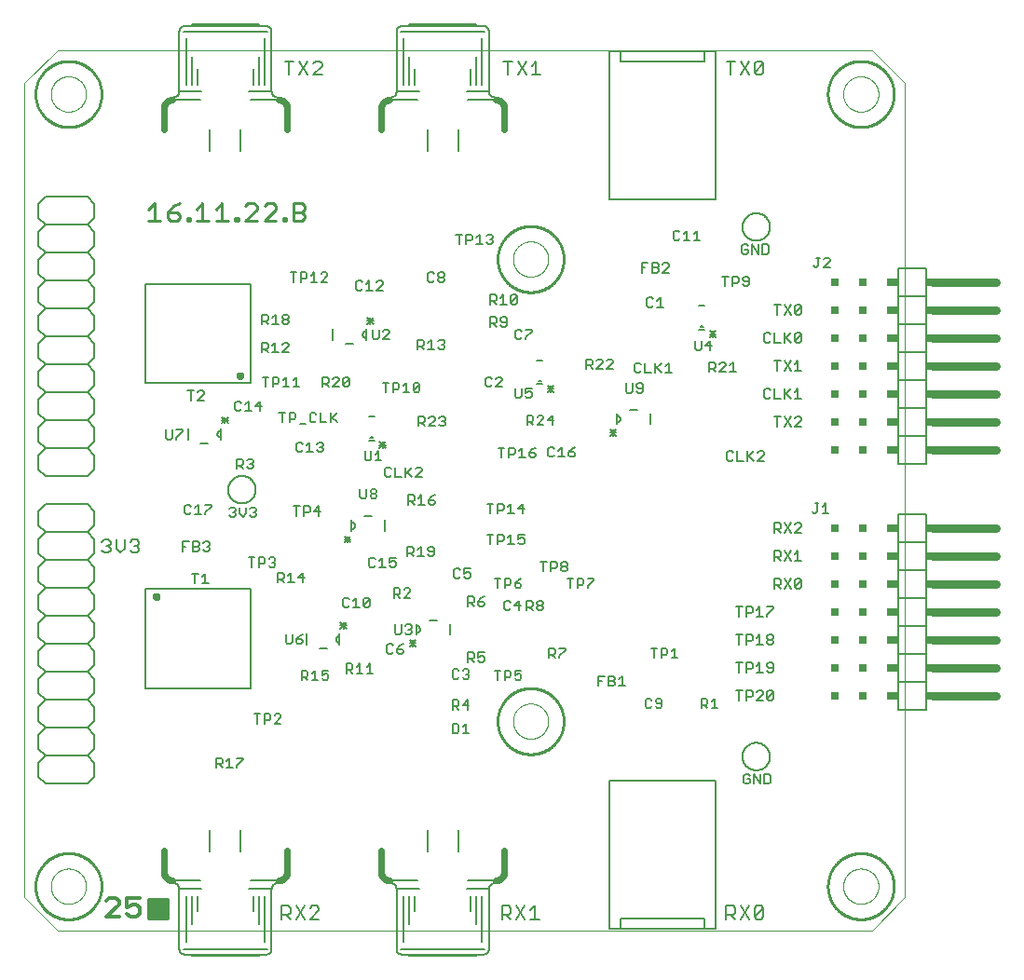
<source format=gto>
G75*
%MOIN*%
%OFA0B0*%
%FSLAX25Y25*%
%IPPOS*%
%LPD*%
%AMOC8*
5,1,8,0,0,1.08239X$1,22.5*
%
%ADD10C,0.00600*%
%ADD11C,0.00800*%
%ADD12C,0.01100*%
%ADD13C,0.01200*%
%ADD14C,0.01600*%
%ADD15C,0.00500*%
%ADD16C,0.02400*%
%ADD17C,0.01500*%
%ADD18C,0.03000*%
%ADD19R,0.02000X0.03000*%
%ADD20R,0.04000X0.03000*%
%ADD21R,0.03000X0.03000*%
%ADD22C,0.00000*%
%ADD23C,0.01000*%
D10*
X0063637Y0027300D02*
X0063724Y0027298D01*
X0063811Y0027292D01*
X0063898Y0027283D01*
X0063984Y0027270D01*
X0064070Y0027253D01*
X0064155Y0027232D01*
X0064238Y0027207D01*
X0064321Y0027179D01*
X0064402Y0027148D01*
X0064482Y0027113D01*
X0064560Y0027074D01*
X0064637Y0027032D01*
X0064712Y0026987D01*
X0064784Y0026938D01*
X0064855Y0026887D01*
X0064923Y0026832D01*
X0064988Y0026775D01*
X0065051Y0026714D01*
X0065112Y0026651D01*
X0065169Y0026586D01*
X0065224Y0026518D01*
X0065275Y0026447D01*
X0065324Y0026375D01*
X0065369Y0026300D01*
X0065411Y0026223D01*
X0065450Y0026145D01*
X0065485Y0026065D01*
X0065516Y0025984D01*
X0065544Y0025901D01*
X0065569Y0025818D01*
X0065590Y0025733D01*
X0065607Y0025647D01*
X0065620Y0025561D01*
X0065629Y0025474D01*
X0065635Y0025387D01*
X0065637Y0025300D01*
X0073637Y0025300D01*
X0072137Y0022800D02*
X0072137Y0017300D01*
X0070137Y0012800D02*
X0070137Y0022800D01*
X0068137Y0022800D02*
X0068137Y0006300D01*
X0065637Y0003800D02*
X0065639Y0003713D01*
X0065645Y0003626D01*
X0065654Y0003539D01*
X0065667Y0003453D01*
X0065684Y0003367D01*
X0065705Y0003282D01*
X0065730Y0003199D01*
X0065758Y0003116D01*
X0065789Y0003035D01*
X0065824Y0002955D01*
X0065863Y0002877D01*
X0065905Y0002800D01*
X0065950Y0002725D01*
X0065999Y0002653D01*
X0066050Y0002582D01*
X0066105Y0002514D01*
X0066162Y0002449D01*
X0066223Y0002386D01*
X0066286Y0002325D01*
X0066351Y0002268D01*
X0066419Y0002213D01*
X0066490Y0002162D01*
X0066562Y0002113D01*
X0066637Y0002068D01*
X0066714Y0002026D01*
X0066792Y0001987D01*
X0066872Y0001952D01*
X0066953Y0001921D01*
X0067036Y0001893D01*
X0067119Y0001868D01*
X0067204Y0001847D01*
X0067290Y0001830D01*
X0067376Y0001817D01*
X0067463Y0001808D01*
X0067550Y0001802D01*
X0067637Y0001800D01*
X0070137Y0001800D01*
X0070137Y0001300D01*
X0094137Y0001300D01*
X0094137Y0001800D01*
X0070137Y0001800D01*
X0067137Y0003800D02*
X0097137Y0003800D01*
X0098637Y0003800D02*
X0098635Y0003713D01*
X0098629Y0003626D01*
X0098620Y0003539D01*
X0098607Y0003453D01*
X0098590Y0003367D01*
X0098569Y0003282D01*
X0098544Y0003199D01*
X0098516Y0003116D01*
X0098485Y0003035D01*
X0098450Y0002955D01*
X0098411Y0002877D01*
X0098369Y0002800D01*
X0098324Y0002725D01*
X0098275Y0002653D01*
X0098224Y0002582D01*
X0098169Y0002514D01*
X0098112Y0002449D01*
X0098051Y0002386D01*
X0097988Y0002325D01*
X0097923Y0002268D01*
X0097855Y0002213D01*
X0097784Y0002162D01*
X0097712Y0002113D01*
X0097637Y0002068D01*
X0097560Y0002026D01*
X0097482Y0001987D01*
X0097402Y0001952D01*
X0097321Y0001921D01*
X0097238Y0001893D01*
X0097155Y0001868D01*
X0097070Y0001847D01*
X0096984Y0001830D01*
X0096898Y0001817D01*
X0096811Y0001808D01*
X0096724Y0001802D01*
X0096637Y0001800D01*
X0094137Y0001800D01*
X0096137Y0006300D02*
X0096137Y0022800D01*
X0094137Y0022800D02*
X0094137Y0012800D01*
X0092137Y0017300D02*
X0092137Y0022800D01*
X0090637Y0025300D02*
X0098637Y0025300D01*
X0098637Y0003800D01*
X0098637Y0025300D02*
X0098639Y0025387D01*
X0098645Y0025474D01*
X0098654Y0025561D01*
X0098667Y0025647D01*
X0098684Y0025733D01*
X0098705Y0025818D01*
X0098730Y0025901D01*
X0098758Y0025984D01*
X0098789Y0026065D01*
X0098824Y0026145D01*
X0098863Y0026223D01*
X0098905Y0026300D01*
X0098950Y0026375D01*
X0098999Y0026447D01*
X0099050Y0026518D01*
X0099105Y0026586D01*
X0099162Y0026651D01*
X0099223Y0026714D01*
X0099286Y0026775D01*
X0099351Y0026832D01*
X0099419Y0026887D01*
X0099490Y0026938D01*
X0099562Y0026987D01*
X0099637Y0027032D01*
X0099714Y0027074D01*
X0099792Y0027113D01*
X0099872Y0027148D01*
X0099953Y0027179D01*
X0100036Y0027207D01*
X0100119Y0027232D01*
X0100204Y0027253D01*
X0100290Y0027270D01*
X0100376Y0027283D01*
X0100463Y0027292D01*
X0100550Y0027298D01*
X0100637Y0027300D01*
X0101137Y0028300D02*
X0091137Y0028300D01*
X0087637Y0038737D02*
X0087637Y0046457D01*
X0076637Y0046457D02*
X0076637Y0038737D01*
X0073137Y0028300D02*
X0063137Y0028300D01*
X0065637Y0025300D02*
X0065637Y0003800D01*
X0032661Y0062918D02*
X0017661Y0062918D01*
X0015161Y0065418D01*
X0015161Y0070418D01*
X0017661Y0072918D01*
X0032661Y0072918D01*
X0035161Y0070418D01*
X0035161Y0065418D01*
X0032661Y0062918D01*
X0032661Y0072918D02*
X0035161Y0075418D01*
X0035161Y0080418D01*
X0032661Y0082918D01*
X0017661Y0082918D01*
X0015161Y0085418D01*
X0015161Y0090418D01*
X0017661Y0092918D01*
X0032661Y0092918D01*
X0035161Y0090418D01*
X0035161Y0085418D01*
X0032661Y0082918D01*
X0032661Y0092918D02*
X0035161Y0095418D01*
X0035161Y0100418D01*
X0032661Y0102918D01*
X0017661Y0102918D01*
X0015161Y0100418D01*
X0015161Y0095418D01*
X0017661Y0092918D01*
X0017661Y0082918D02*
X0015161Y0080418D01*
X0015161Y0075418D01*
X0017661Y0072918D01*
X0017661Y0102918D02*
X0015161Y0105418D01*
X0015161Y0110418D01*
X0017661Y0112918D01*
X0032661Y0112918D01*
X0035161Y0110418D01*
X0035161Y0105418D01*
X0032661Y0102918D01*
X0032661Y0112918D02*
X0035161Y0115418D01*
X0035161Y0120418D01*
X0032661Y0122918D01*
X0017661Y0122918D01*
X0015161Y0120418D01*
X0015161Y0115418D01*
X0017661Y0112918D01*
X0017661Y0122918D02*
X0015161Y0125418D01*
X0015161Y0130418D01*
X0017661Y0132918D01*
X0032661Y0132918D01*
X0035161Y0130418D01*
X0035161Y0125418D01*
X0032661Y0122918D01*
X0032661Y0132918D02*
X0035161Y0135418D01*
X0035161Y0140418D01*
X0032661Y0142918D01*
X0017661Y0142918D01*
X0015161Y0140418D01*
X0015161Y0135418D01*
X0017661Y0132918D01*
X0017661Y0142918D02*
X0015161Y0145418D01*
X0015161Y0150418D01*
X0017661Y0152918D01*
X0032661Y0152918D01*
X0035161Y0150418D01*
X0035161Y0145418D01*
X0032661Y0142918D01*
X0032661Y0152918D02*
X0035161Y0155418D01*
X0035161Y0160418D01*
X0032661Y0162918D01*
X0017661Y0162918D01*
X0015161Y0160418D01*
X0015161Y0155418D01*
X0017661Y0152918D01*
X0017661Y0172918D02*
X0032661Y0172918D01*
X0035161Y0175418D01*
X0035161Y0180418D01*
X0032661Y0182918D01*
X0017661Y0182918D01*
X0015161Y0180418D01*
X0015161Y0175418D01*
X0017661Y0172918D01*
X0017661Y0182918D02*
X0015161Y0185418D01*
X0015161Y0190418D01*
X0017661Y0192918D01*
X0032661Y0192918D01*
X0035161Y0190418D01*
X0035161Y0185418D01*
X0032661Y0182918D01*
X0032661Y0192918D02*
X0035161Y0195418D01*
X0035161Y0200418D01*
X0032661Y0202918D01*
X0017661Y0202918D01*
X0015161Y0205418D01*
X0015161Y0210418D01*
X0017661Y0212918D01*
X0032661Y0212918D01*
X0035161Y0210418D01*
X0035161Y0205418D01*
X0032661Y0202918D01*
X0032661Y0212918D02*
X0035161Y0215418D01*
X0035161Y0220418D01*
X0032661Y0222918D01*
X0017661Y0222918D01*
X0015161Y0220418D01*
X0015161Y0215418D01*
X0017661Y0212918D01*
X0017661Y0202918D02*
X0015161Y0200418D01*
X0015161Y0195418D01*
X0017661Y0192918D01*
X0017661Y0222918D02*
X0015161Y0225418D01*
X0015161Y0230418D01*
X0017661Y0232918D01*
X0032661Y0232918D01*
X0035161Y0230418D01*
X0035161Y0225418D01*
X0032661Y0222918D01*
X0032661Y0232918D02*
X0035161Y0235418D01*
X0035161Y0240418D01*
X0032661Y0242918D01*
X0017661Y0242918D01*
X0015161Y0240418D01*
X0015161Y0235418D01*
X0017661Y0232918D01*
X0017661Y0242918D02*
X0015161Y0245418D01*
X0015161Y0250418D01*
X0017661Y0252918D01*
X0032661Y0252918D01*
X0035161Y0250418D01*
X0035161Y0245418D01*
X0032661Y0242918D01*
X0032661Y0252918D02*
X0035161Y0255418D01*
X0035161Y0260418D01*
X0032661Y0262918D01*
X0017661Y0262918D01*
X0015161Y0260418D01*
X0015161Y0255418D01*
X0017661Y0252918D01*
X0017661Y0262918D02*
X0015161Y0265418D01*
X0015161Y0270418D01*
X0017661Y0272918D01*
X0032661Y0272918D01*
X0035161Y0270418D01*
X0035161Y0265418D01*
X0032661Y0262918D01*
X0076637Y0289426D02*
X0076637Y0297146D01*
X0087637Y0297146D02*
X0087637Y0289426D01*
X0091137Y0307583D02*
X0101137Y0307583D01*
X0100637Y0308583D02*
X0100550Y0308585D01*
X0100463Y0308591D01*
X0100376Y0308600D01*
X0100290Y0308613D01*
X0100204Y0308630D01*
X0100119Y0308651D01*
X0100036Y0308676D01*
X0099953Y0308704D01*
X0099872Y0308735D01*
X0099792Y0308770D01*
X0099714Y0308809D01*
X0099637Y0308851D01*
X0099562Y0308896D01*
X0099490Y0308945D01*
X0099419Y0308996D01*
X0099351Y0309051D01*
X0099286Y0309108D01*
X0099223Y0309169D01*
X0099162Y0309232D01*
X0099105Y0309297D01*
X0099050Y0309365D01*
X0098999Y0309436D01*
X0098950Y0309508D01*
X0098905Y0309583D01*
X0098863Y0309660D01*
X0098824Y0309738D01*
X0098789Y0309818D01*
X0098758Y0309899D01*
X0098730Y0309982D01*
X0098705Y0310065D01*
X0098684Y0310150D01*
X0098667Y0310236D01*
X0098654Y0310322D01*
X0098645Y0310409D01*
X0098639Y0310496D01*
X0098637Y0310583D01*
X0090637Y0310583D01*
X0092137Y0313083D02*
X0092137Y0318583D01*
X0094137Y0323083D02*
X0094137Y0313083D01*
X0096137Y0313083D02*
X0096137Y0329583D01*
X0098637Y0332083D02*
X0098635Y0332170D01*
X0098629Y0332257D01*
X0098620Y0332344D01*
X0098607Y0332430D01*
X0098590Y0332516D01*
X0098569Y0332601D01*
X0098544Y0332684D01*
X0098516Y0332767D01*
X0098485Y0332848D01*
X0098450Y0332928D01*
X0098411Y0333006D01*
X0098369Y0333083D01*
X0098324Y0333158D01*
X0098275Y0333230D01*
X0098224Y0333301D01*
X0098169Y0333369D01*
X0098112Y0333434D01*
X0098051Y0333497D01*
X0097988Y0333558D01*
X0097923Y0333615D01*
X0097855Y0333670D01*
X0097784Y0333721D01*
X0097712Y0333770D01*
X0097637Y0333815D01*
X0097560Y0333857D01*
X0097482Y0333896D01*
X0097402Y0333931D01*
X0097321Y0333962D01*
X0097238Y0333990D01*
X0097155Y0334015D01*
X0097070Y0334036D01*
X0096984Y0334053D01*
X0096898Y0334066D01*
X0096811Y0334075D01*
X0096724Y0334081D01*
X0096637Y0334083D01*
X0094137Y0334083D01*
X0094137Y0334583D01*
X0070137Y0334583D01*
X0070137Y0334083D01*
X0094137Y0334083D01*
X0097137Y0332083D02*
X0067137Y0332083D01*
X0065637Y0332083D02*
X0065639Y0332170D01*
X0065645Y0332257D01*
X0065654Y0332344D01*
X0065667Y0332430D01*
X0065684Y0332516D01*
X0065705Y0332601D01*
X0065730Y0332684D01*
X0065758Y0332767D01*
X0065789Y0332848D01*
X0065824Y0332928D01*
X0065863Y0333006D01*
X0065905Y0333083D01*
X0065950Y0333158D01*
X0065999Y0333230D01*
X0066050Y0333301D01*
X0066105Y0333369D01*
X0066162Y0333434D01*
X0066223Y0333497D01*
X0066286Y0333558D01*
X0066351Y0333615D01*
X0066419Y0333670D01*
X0066490Y0333721D01*
X0066562Y0333770D01*
X0066637Y0333815D01*
X0066714Y0333857D01*
X0066792Y0333896D01*
X0066872Y0333931D01*
X0066953Y0333962D01*
X0067036Y0333990D01*
X0067119Y0334015D01*
X0067204Y0334036D01*
X0067290Y0334053D01*
X0067376Y0334066D01*
X0067463Y0334075D01*
X0067550Y0334081D01*
X0067637Y0334083D01*
X0070137Y0334083D01*
X0068137Y0329583D02*
X0068137Y0313083D01*
X0070137Y0313083D02*
X0070137Y0323083D01*
X0072137Y0318583D02*
X0072137Y0313083D01*
X0073637Y0310583D02*
X0065637Y0310583D01*
X0065637Y0332083D01*
X0065637Y0310583D02*
X0065635Y0310496D01*
X0065629Y0310409D01*
X0065620Y0310322D01*
X0065607Y0310236D01*
X0065590Y0310150D01*
X0065569Y0310065D01*
X0065544Y0309982D01*
X0065516Y0309899D01*
X0065485Y0309818D01*
X0065450Y0309738D01*
X0065411Y0309660D01*
X0065369Y0309583D01*
X0065324Y0309508D01*
X0065275Y0309436D01*
X0065224Y0309365D01*
X0065169Y0309297D01*
X0065112Y0309232D01*
X0065051Y0309169D01*
X0064988Y0309108D01*
X0064923Y0309051D01*
X0064855Y0308996D01*
X0064784Y0308945D01*
X0064712Y0308896D01*
X0064637Y0308851D01*
X0064560Y0308809D01*
X0064482Y0308770D01*
X0064402Y0308735D01*
X0064321Y0308704D01*
X0064238Y0308676D01*
X0064155Y0308651D01*
X0064070Y0308630D01*
X0063984Y0308613D01*
X0063898Y0308600D01*
X0063811Y0308591D01*
X0063724Y0308585D01*
X0063637Y0308583D01*
X0063137Y0307583D02*
X0073137Y0307583D01*
X0098637Y0310583D02*
X0098637Y0332083D01*
X0143337Y0332083D02*
X0143337Y0310583D01*
X0151337Y0310583D01*
X0149837Y0313083D02*
X0149837Y0318583D01*
X0147837Y0323083D02*
X0147837Y0313083D01*
X0145837Y0313083D02*
X0145837Y0329583D01*
X0143337Y0332083D02*
X0143339Y0332170D01*
X0143345Y0332257D01*
X0143354Y0332344D01*
X0143367Y0332430D01*
X0143384Y0332516D01*
X0143405Y0332601D01*
X0143430Y0332684D01*
X0143458Y0332767D01*
X0143489Y0332848D01*
X0143524Y0332928D01*
X0143563Y0333006D01*
X0143605Y0333083D01*
X0143650Y0333158D01*
X0143699Y0333230D01*
X0143750Y0333301D01*
X0143805Y0333369D01*
X0143862Y0333434D01*
X0143923Y0333497D01*
X0143986Y0333558D01*
X0144051Y0333615D01*
X0144119Y0333670D01*
X0144190Y0333721D01*
X0144262Y0333770D01*
X0144337Y0333815D01*
X0144414Y0333857D01*
X0144492Y0333896D01*
X0144572Y0333931D01*
X0144653Y0333962D01*
X0144736Y0333990D01*
X0144819Y0334015D01*
X0144904Y0334036D01*
X0144990Y0334053D01*
X0145076Y0334066D01*
X0145163Y0334075D01*
X0145250Y0334081D01*
X0145337Y0334083D01*
X0147837Y0334083D01*
X0171837Y0334083D01*
X0174337Y0334083D01*
X0174424Y0334081D01*
X0174511Y0334075D01*
X0174598Y0334066D01*
X0174684Y0334053D01*
X0174770Y0334036D01*
X0174855Y0334015D01*
X0174938Y0333990D01*
X0175021Y0333962D01*
X0175102Y0333931D01*
X0175182Y0333896D01*
X0175260Y0333857D01*
X0175337Y0333815D01*
X0175412Y0333770D01*
X0175484Y0333721D01*
X0175555Y0333670D01*
X0175623Y0333615D01*
X0175688Y0333558D01*
X0175751Y0333497D01*
X0175812Y0333434D01*
X0175869Y0333369D01*
X0175924Y0333301D01*
X0175975Y0333230D01*
X0176024Y0333158D01*
X0176069Y0333083D01*
X0176111Y0333006D01*
X0176150Y0332928D01*
X0176185Y0332848D01*
X0176216Y0332767D01*
X0176244Y0332684D01*
X0176269Y0332601D01*
X0176290Y0332516D01*
X0176307Y0332430D01*
X0176320Y0332344D01*
X0176329Y0332257D01*
X0176335Y0332170D01*
X0176337Y0332083D01*
X0176337Y0310583D01*
X0168337Y0310583D01*
X0169837Y0313083D02*
X0169837Y0318583D01*
X0171837Y0323083D02*
X0171837Y0313083D01*
X0173837Y0313083D02*
X0173837Y0329583D01*
X0174837Y0332083D02*
X0144837Y0332083D01*
X0147837Y0334083D02*
X0147837Y0334583D01*
X0171837Y0334583D01*
X0171837Y0334083D01*
X0176337Y0310583D02*
X0176339Y0310496D01*
X0176345Y0310409D01*
X0176354Y0310322D01*
X0176367Y0310236D01*
X0176384Y0310150D01*
X0176405Y0310065D01*
X0176430Y0309982D01*
X0176458Y0309899D01*
X0176489Y0309818D01*
X0176524Y0309738D01*
X0176563Y0309660D01*
X0176605Y0309583D01*
X0176650Y0309508D01*
X0176699Y0309436D01*
X0176750Y0309365D01*
X0176805Y0309297D01*
X0176862Y0309232D01*
X0176923Y0309169D01*
X0176986Y0309108D01*
X0177051Y0309051D01*
X0177119Y0308996D01*
X0177190Y0308945D01*
X0177262Y0308896D01*
X0177337Y0308851D01*
X0177414Y0308809D01*
X0177492Y0308770D01*
X0177572Y0308735D01*
X0177653Y0308704D01*
X0177736Y0308676D01*
X0177819Y0308651D01*
X0177904Y0308630D01*
X0177990Y0308613D01*
X0178076Y0308600D01*
X0178163Y0308591D01*
X0178250Y0308585D01*
X0178337Y0308583D01*
X0178837Y0307583D02*
X0168837Y0307583D01*
X0165337Y0297146D02*
X0165337Y0289426D01*
X0154337Y0289426D02*
X0154337Y0297146D01*
X0150837Y0307583D02*
X0140837Y0307583D01*
X0141337Y0308583D02*
X0141424Y0308585D01*
X0141511Y0308591D01*
X0141598Y0308600D01*
X0141684Y0308613D01*
X0141770Y0308630D01*
X0141855Y0308651D01*
X0141938Y0308676D01*
X0142021Y0308704D01*
X0142102Y0308735D01*
X0142182Y0308770D01*
X0142260Y0308809D01*
X0142337Y0308851D01*
X0142412Y0308896D01*
X0142484Y0308945D01*
X0142555Y0308996D01*
X0142623Y0309051D01*
X0142688Y0309108D01*
X0142751Y0309169D01*
X0142812Y0309232D01*
X0142869Y0309297D01*
X0142924Y0309365D01*
X0142975Y0309436D01*
X0143024Y0309508D01*
X0143069Y0309583D01*
X0143111Y0309660D01*
X0143150Y0309738D01*
X0143185Y0309818D01*
X0143216Y0309899D01*
X0143244Y0309982D01*
X0143269Y0310065D01*
X0143290Y0310150D01*
X0143307Y0310236D01*
X0143320Y0310322D01*
X0143329Y0310409D01*
X0143335Y0310496D01*
X0143337Y0310583D01*
X0164511Y0259445D02*
X0166780Y0259445D01*
X0165645Y0259445D02*
X0165645Y0256043D01*
X0168194Y0256043D02*
X0168194Y0259445D01*
X0169896Y0259445D01*
X0170463Y0258878D01*
X0170463Y0257744D01*
X0169896Y0257177D01*
X0168194Y0257177D01*
X0171877Y0258311D02*
X0173012Y0259445D01*
X0173012Y0256043D01*
X0174146Y0256043D02*
X0171877Y0256043D01*
X0175560Y0256610D02*
X0176128Y0256043D01*
X0177262Y0256043D01*
X0177829Y0256610D01*
X0177829Y0257177D01*
X0177262Y0257744D01*
X0176695Y0257744D01*
X0177262Y0257744D02*
X0177829Y0258311D01*
X0177829Y0258878D01*
X0177262Y0259445D01*
X0176128Y0259445D01*
X0175560Y0258878D01*
X0160363Y0245278D02*
X0160363Y0244711D01*
X0159796Y0244144D01*
X0158661Y0244144D01*
X0158094Y0244711D01*
X0158094Y0245278D01*
X0158661Y0245845D01*
X0159796Y0245845D01*
X0160363Y0245278D01*
X0159796Y0244144D02*
X0160363Y0243577D01*
X0160363Y0243010D01*
X0159796Y0242443D01*
X0158661Y0242443D01*
X0158094Y0243010D01*
X0158094Y0243577D01*
X0158661Y0244144D01*
X0156680Y0245278D02*
X0156112Y0245845D01*
X0154978Y0245845D01*
X0154411Y0245278D01*
X0154411Y0243010D01*
X0154978Y0242443D01*
X0156112Y0242443D01*
X0156680Y0243010D01*
X0138446Y0242278D02*
X0138446Y0241711D01*
X0136177Y0239443D01*
X0138446Y0239443D01*
X0138446Y0242278D02*
X0137879Y0242845D01*
X0136744Y0242845D01*
X0136177Y0242278D01*
X0133628Y0242845D02*
X0133628Y0239443D01*
X0132494Y0239443D02*
X0134763Y0239443D01*
X0132494Y0241711D02*
X0133628Y0242845D01*
X0131080Y0242278D02*
X0130512Y0242845D01*
X0129378Y0242845D01*
X0128811Y0242278D01*
X0128811Y0240010D01*
X0129378Y0239443D01*
X0130512Y0239443D01*
X0131080Y0240010D01*
X0132778Y0229743D02*
X0135047Y0227474D01*
X0135047Y0228608D02*
X0132778Y0228608D01*
X0132778Y0227474D02*
X0135047Y0229743D01*
X0133912Y0229743D02*
X0133912Y0227474D01*
X0134711Y0225345D02*
X0134711Y0222510D01*
X0135278Y0221943D01*
X0136412Y0221943D01*
X0136980Y0222510D01*
X0136980Y0225345D01*
X0138394Y0224778D02*
X0138961Y0225345D01*
X0140096Y0225345D01*
X0140663Y0224778D01*
X0140663Y0224211D01*
X0138394Y0221943D01*
X0140663Y0221943D01*
X0150911Y0221745D02*
X0150911Y0218343D01*
X0150911Y0219477D02*
X0152612Y0219477D01*
X0153180Y0220044D01*
X0153180Y0221178D01*
X0152612Y0221745D01*
X0150911Y0221745D01*
X0152045Y0219477D02*
X0153180Y0218343D01*
X0154594Y0218343D02*
X0156863Y0218343D01*
X0155728Y0218343D02*
X0155728Y0221745D01*
X0154594Y0220611D01*
X0158277Y0221178D02*
X0158844Y0221745D01*
X0159979Y0221745D01*
X0160546Y0221178D01*
X0160546Y0220611D01*
X0159979Y0220044D01*
X0160546Y0219477D01*
X0160546Y0218910D01*
X0159979Y0218343D01*
X0158844Y0218343D01*
X0158277Y0218910D01*
X0159412Y0220044D02*
X0159979Y0220044D01*
X0151062Y0206345D02*
X0151629Y0205778D01*
X0149360Y0203510D01*
X0149928Y0202943D01*
X0151062Y0202943D01*
X0151629Y0203510D01*
X0151629Y0205778D01*
X0151062Y0206345D02*
X0149928Y0206345D01*
X0149360Y0205778D01*
X0149360Y0203510D01*
X0147946Y0202943D02*
X0145677Y0202943D01*
X0146812Y0202943D02*
X0146812Y0206345D01*
X0145677Y0205211D01*
X0144263Y0205778D02*
X0144263Y0204644D01*
X0143696Y0204077D01*
X0141994Y0204077D01*
X0141994Y0202943D02*
X0141994Y0206345D01*
X0143696Y0206345D01*
X0144263Y0205778D01*
X0140580Y0206345D02*
X0138311Y0206345D01*
X0139445Y0206345D02*
X0139445Y0202943D01*
X0135511Y0194243D02*
X0133311Y0194243D01*
X0133311Y0185643D02*
X0135511Y0185643D01*
X0134911Y0186742D02*
X0134848Y0186769D01*
X0134783Y0186792D01*
X0134717Y0186812D01*
X0134650Y0186827D01*
X0134582Y0186839D01*
X0134514Y0186847D01*
X0134445Y0186851D01*
X0134377Y0186851D01*
X0134308Y0186847D01*
X0134240Y0186839D01*
X0134172Y0186827D01*
X0134105Y0186812D01*
X0134039Y0186792D01*
X0133974Y0186769D01*
X0133911Y0186742D01*
X0137242Y0185175D02*
X0139511Y0182907D01*
X0139511Y0184041D02*
X0137242Y0184041D01*
X0137242Y0182907D02*
X0139511Y0185175D01*
X0138377Y0185175D02*
X0138377Y0182907D01*
X0136828Y0181945D02*
X0136828Y0178543D01*
X0135694Y0178543D02*
X0137963Y0178543D01*
X0139667Y0176060D02*
X0139100Y0175493D01*
X0139100Y0173225D01*
X0139667Y0172657D01*
X0140801Y0172657D01*
X0141369Y0173225D01*
X0142783Y0172657D02*
X0145052Y0172657D01*
X0146466Y0172657D02*
X0146466Y0176060D01*
X0147033Y0174359D02*
X0148735Y0172657D01*
X0150149Y0172657D02*
X0152418Y0174926D01*
X0152418Y0175493D01*
X0151851Y0176060D01*
X0150717Y0176060D01*
X0150149Y0175493D01*
X0148735Y0176060D02*
X0146466Y0173792D01*
X0142783Y0172657D02*
X0142783Y0176060D01*
X0141369Y0175493D02*
X0140801Y0176060D01*
X0139667Y0176060D01*
X0134280Y0179110D02*
X0134280Y0181945D01*
X0135694Y0180811D02*
X0136828Y0181945D01*
X0134280Y0179110D02*
X0133712Y0178543D01*
X0132578Y0178543D01*
X0132011Y0179110D01*
X0132011Y0181945D01*
X0121984Y0192157D02*
X0120283Y0193859D01*
X0119716Y0193292D02*
X0121984Y0195560D01*
X0119716Y0195560D02*
X0119716Y0192157D01*
X0118301Y0192157D02*
X0116033Y0192157D01*
X0116033Y0195560D01*
X0114618Y0194993D02*
X0114051Y0195560D01*
X0112917Y0195560D01*
X0112349Y0194993D01*
X0112349Y0192725D01*
X0112917Y0192157D01*
X0114051Y0192157D01*
X0114618Y0192725D01*
X0110935Y0191590D02*
X0108666Y0191590D01*
X0106685Y0193292D02*
X0104983Y0193292D01*
X0104983Y0192157D02*
X0104983Y0195560D01*
X0106685Y0195560D01*
X0107252Y0194993D01*
X0107252Y0193859D01*
X0106685Y0193292D01*
X0103569Y0195560D02*
X0101300Y0195560D01*
X0102434Y0195560D02*
X0102434Y0192157D01*
X0094568Y0196257D02*
X0094568Y0199660D01*
X0092866Y0197959D01*
X0095135Y0197959D01*
X0091452Y0196257D02*
X0089183Y0196257D01*
X0090317Y0196257D02*
X0090317Y0199660D01*
X0089183Y0198526D01*
X0087769Y0199093D02*
X0087201Y0199660D01*
X0086067Y0199660D01*
X0085500Y0199093D01*
X0085500Y0196825D01*
X0086067Y0196257D01*
X0087201Y0196257D01*
X0087769Y0196825D01*
X0083102Y0194128D02*
X0080833Y0191860D01*
X0080833Y0192994D02*
X0083102Y0192994D01*
X0083102Y0191860D02*
X0080833Y0194128D01*
X0081968Y0194128D02*
X0081968Y0191860D01*
X0080466Y0189928D02*
X0080466Y0189228D01*
X0080466Y0186828D01*
X0080466Y0186128D01*
X0080466Y0186828D02*
X0080397Y0186830D01*
X0080329Y0186836D01*
X0080261Y0186846D01*
X0080194Y0186859D01*
X0080128Y0186877D01*
X0080063Y0186898D01*
X0079999Y0186923D01*
X0079937Y0186951D01*
X0079876Y0186983D01*
X0079817Y0187018D01*
X0079761Y0187057D01*
X0079706Y0187099D01*
X0079655Y0187144D01*
X0079605Y0187192D01*
X0079559Y0187242D01*
X0079516Y0187295D01*
X0079475Y0187351D01*
X0079438Y0187408D01*
X0079405Y0187468D01*
X0079374Y0187530D01*
X0079348Y0187593D01*
X0079325Y0187657D01*
X0079305Y0187723D01*
X0079290Y0187790D01*
X0079278Y0187857D01*
X0079270Y0187925D01*
X0079266Y0187994D01*
X0079266Y0188062D01*
X0079270Y0188131D01*
X0079278Y0188199D01*
X0079290Y0188266D01*
X0079305Y0188333D01*
X0079325Y0188399D01*
X0079348Y0188463D01*
X0079374Y0188526D01*
X0079405Y0188588D01*
X0079438Y0188648D01*
X0079475Y0188705D01*
X0079516Y0188761D01*
X0079559Y0188814D01*
X0079605Y0188864D01*
X0079655Y0188912D01*
X0079706Y0188957D01*
X0079761Y0188999D01*
X0079817Y0189038D01*
X0079876Y0189073D01*
X0079937Y0189105D01*
X0079999Y0189133D01*
X0080063Y0189158D01*
X0080128Y0189179D01*
X0080194Y0189197D01*
X0080261Y0189210D01*
X0080329Y0189220D01*
X0080397Y0189226D01*
X0080466Y0189228D01*
X0075866Y0184728D02*
X0073266Y0184728D01*
X0068666Y0186128D02*
X0068666Y0189928D01*
X0066781Y0189527D02*
X0066781Y0188959D01*
X0064512Y0186691D01*
X0064512Y0186124D01*
X0063098Y0186691D02*
X0063098Y0189527D01*
X0064512Y0189527D02*
X0066781Y0189527D01*
X0063098Y0186691D02*
X0062531Y0186124D01*
X0061396Y0186124D01*
X0060829Y0186691D01*
X0060829Y0189527D01*
X0069650Y0200147D02*
X0069650Y0203550D01*
X0068516Y0203550D02*
X0070784Y0203550D01*
X0072199Y0202983D02*
X0072766Y0203550D01*
X0073900Y0203550D01*
X0074467Y0202983D01*
X0074467Y0202416D01*
X0072199Y0200147D01*
X0074467Y0200147D01*
X0095311Y0208345D02*
X0097580Y0208345D01*
X0096445Y0208345D02*
X0096445Y0204943D01*
X0098994Y0204943D02*
X0098994Y0208345D01*
X0100696Y0208345D01*
X0101263Y0207778D01*
X0101263Y0206644D01*
X0100696Y0206077D01*
X0098994Y0206077D01*
X0102677Y0207211D02*
X0103812Y0208345D01*
X0103812Y0204943D01*
X0104946Y0204943D02*
X0102677Y0204943D01*
X0106360Y0204943D02*
X0108629Y0204943D01*
X0107495Y0204943D02*
X0107495Y0208345D01*
X0106360Y0207211D01*
X0104746Y0217243D02*
X0102477Y0217243D01*
X0104746Y0219511D01*
X0104746Y0220078D01*
X0104179Y0220645D01*
X0103044Y0220645D01*
X0102477Y0220078D01*
X0099928Y0220645D02*
X0099928Y0217243D01*
X0098794Y0217243D02*
X0101063Y0217243D01*
X0098794Y0219511D02*
X0099928Y0220645D01*
X0097380Y0220078D02*
X0097380Y0218944D01*
X0096812Y0218377D01*
X0095111Y0218377D01*
X0096245Y0218377D02*
X0097380Y0217243D01*
X0095111Y0217243D02*
X0095111Y0220645D01*
X0096812Y0220645D01*
X0097380Y0220078D01*
X0097480Y0227343D02*
X0096345Y0228477D01*
X0096912Y0228477D02*
X0095211Y0228477D01*
X0095211Y0227343D02*
X0095211Y0230745D01*
X0096912Y0230745D01*
X0097480Y0230178D01*
X0097480Y0229044D01*
X0096912Y0228477D01*
X0098894Y0229611D02*
X0100028Y0230745D01*
X0100028Y0227343D01*
X0098894Y0227343D02*
X0101163Y0227343D01*
X0102577Y0227910D02*
X0102577Y0228477D01*
X0103144Y0229044D01*
X0104279Y0229044D01*
X0104846Y0228477D01*
X0104846Y0227910D01*
X0104279Y0227343D01*
X0103144Y0227343D01*
X0102577Y0227910D01*
X0103144Y0229044D02*
X0102577Y0229611D01*
X0102577Y0230178D01*
X0103144Y0230745D01*
X0104279Y0230745D01*
X0104846Y0230178D01*
X0104846Y0229611D01*
X0104279Y0229044D01*
X0106445Y0242443D02*
X0106445Y0245845D01*
X0105311Y0245845D02*
X0107580Y0245845D01*
X0108994Y0245845D02*
X0108994Y0242443D01*
X0108994Y0243577D02*
X0110696Y0243577D01*
X0111263Y0244144D01*
X0111263Y0245278D01*
X0110696Y0245845D01*
X0108994Y0245845D01*
X0112677Y0244711D02*
X0113812Y0245845D01*
X0113812Y0242443D01*
X0114946Y0242443D02*
X0112677Y0242443D01*
X0116360Y0242443D02*
X0118629Y0244711D01*
X0118629Y0245278D01*
X0118062Y0245845D01*
X0116928Y0245845D01*
X0116360Y0245278D01*
X0116360Y0242443D02*
X0118629Y0242443D01*
X0120611Y0225543D02*
X0120611Y0221743D01*
X0125211Y0220343D02*
X0127811Y0220343D01*
X0132411Y0221743D02*
X0132411Y0222443D01*
X0132411Y0224843D01*
X0132411Y0225543D01*
X0132411Y0224843D02*
X0132342Y0224841D01*
X0132274Y0224835D01*
X0132206Y0224825D01*
X0132139Y0224812D01*
X0132073Y0224794D01*
X0132008Y0224773D01*
X0131944Y0224748D01*
X0131882Y0224720D01*
X0131821Y0224688D01*
X0131762Y0224653D01*
X0131706Y0224614D01*
X0131651Y0224572D01*
X0131600Y0224527D01*
X0131550Y0224479D01*
X0131504Y0224429D01*
X0131461Y0224376D01*
X0131420Y0224320D01*
X0131383Y0224263D01*
X0131350Y0224203D01*
X0131319Y0224141D01*
X0131293Y0224078D01*
X0131270Y0224014D01*
X0131250Y0223948D01*
X0131235Y0223881D01*
X0131223Y0223814D01*
X0131215Y0223746D01*
X0131211Y0223677D01*
X0131211Y0223609D01*
X0131215Y0223540D01*
X0131223Y0223472D01*
X0131235Y0223405D01*
X0131250Y0223338D01*
X0131270Y0223272D01*
X0131293Y0223208D01*
X0131319Y0223145D01*
X0131350Y0223083D01*
X0131383Y0223023D01*
X0131420Y0222966D01*
X0131461Y0222910D01*
X0131504Y0222857D01*
X0131550Y0222807D01*
X0131600Y0222759D01*
X0131651Y0222714D01*
X0131706Y0222672D01*
X0131762Y0222633D01*
X0131821Y0222598D01*
X0131882Y0222566D01*
X0131944Y0222538D01*
X0132008Y0222513D01*
X0132073Y0222492D01*
X0132139Y0222474D01*
X0132206Y0222461D01*
X0132274Y0222451D01*
X0132342Y0222445D01*
X0132411Y0222443D01*
X0125879Y0208345D02*
X0126446Y0207778D01*
X0124177Y0205510D01*
X0124744Y0204943D01*
X0125879Y0204943D01*
X0126446Y0205510D01*
X0126446Y0207778D01*
X0125879Y0208345D02*
X0124744Y0208345D01*
X0124177Y0207778D01*
X0124177Y0205510D01*
X0122763Y0204943D02*
X0120494Y0204943D01*
X0122763Y0207211D01*
X0122763Y0207778D01*
X0122196Y0208345D01*
X0121061Y0208345D01*
X0120494Y0207778D01*
X0119080Y0207778D02*
X0119080Y0206644D01*
X0118512Y0206077D01*
X0116811Y0206077D01*
X0117945Y0206077D02*
X0119080Y0204943D01*
X0116811Y0204943D02*
X0116811Y0208345D01*
X0118512Y0208345D01*
X0119080Y0207778D01*
X0116479Y0185045D02*
X0117046Y0184478D01*
X0117046Y0183911D01*
X0116479Y0183344D01*
X0117046Y0182777D01*
X0117046Y0182210D01*
X0116479Y0181643D01*
X0115344Y0181643D01*
X0114777Y0182210D01*
X0113363Y0181643D02*
X0111094Y0181643D01*
X0112228Y0181643D02*
X0112228Y0185045D01*
X0111094Y0183911D01*
X0109680Y0184478D02*
X0109112Y0185045D01*
X0107978Y0185045D01*
X0107411Y0184478D01*
X0107411Y0182210D01*
X0107978Y0181643D01*
X0109112Y0181643D01*
X0109680Y0182210D01*
X0114777Y0184478D02*
X0115344Y0185045D01*
X0116479Y0185045D01*
X0116479Y0183344D02*
X0115912Y0183344D01*
X0130300Y0168360D02*
X0130300Y0165525D01*
X0130867Y0164957D01*
X0132001Y0164957D01*
X0132569Y0165525D01*
X0132569Y0168360D01*
X0133983Y0167793D02*
X0133983Y0167226D01*
X0134550Y0166659D01*
X0135685Y0166659D01*
X0136252Y0166092D01*
X0136252Y0165525D01*
X0135685Y0164957D01*
X0134550Y0164957D01*
X0133983Y0165525D01*
X0133983Y0166092D01*
X0134550Y0166659D01*
X0135685Y0166659D02*
X0136252Y0167226D01*
X0136252Y0167793D01*
X0135685Y0168360D01*
X0134550Y0168360D01*
X0133983Y0167793D01*
X0134500Y0158557D02*
X0131900Y0158557D01*
X0127300Y0157157D02*
X0127300Y0156457D01*
X0127300Y0154057D01*
X0127300Y0153357D01*
X0127300Y0154057D02*
X0127369Y0154059D01*
X0127437Y0154065D01*
X0127505Y0154075D01*
X0127572Y0154088D01*
X0127638Y0154106D01*
X0127703Y0154127D01*
X0127767Y0154152D01*
X0127829Y0154180D01*
X0127890Y0154212D01*
X0127949Y0154247D01*
X0128005Y0154286D01*
X0128060Y0154328D01*
X0128111Y0154373D01*
X0128161Y0154421D01*
X0128207Y0154471D01*
X0128250Y0154524D01*
X0128291Y0154580D01*
X0128328Y0154637D01*
X0128361Y0154697D01*
X0128392Y0154759D01*
X0128418Y0154822D01*
X0128441Y0154886D01*
X0128461Y0154952D01*
X0128476Y0155019D01*
X0128488Y0155086D01*
X0128496Y0155154D01*
X0128500Y0155223D01*
X0128500Y0155291D01*
X0128496Y0155360D01*
X0128488Y0155428D01*
X0128476Y0155495D01*
X0128461Y0155562D01*
X0128441Y0155628D01*
X0128418Y0155692D01*
X0128392Y0155755D01*
X0128361Y0155817D01*
X0128328Y0155877D01*
X0128291Y0155934D01*
X0128250Y0155990D01*
X0128207Y0156043D01*
X0128161Y0156093D01*
X0128111Y0156141D01*
X0128060Y0156186D01*
X0128005Y0156228D01*
X0127949Y0156267D01*
X0127890Y0156302D01*
X0127829Y0156334D01*
X0127767Y0156362D01*
X0127703Y0156387D01*
X0127638Y0156408D01*
X0127572Y0156426D01*
X0127505Y0156439D01*
X0127437Y0156449D01*
X0127369Y0156455D01*
X0127300Y0156457D01*
X0126933Y0151426D02*
X0124664Y0149157D01*
X0125799Y0149157D02*
X0125799Y0151426D01*
X0124664Y0151426D02*
X0126933Y0149157D01*
X0126933Y0150292D02*
X0124664Y0150292D01*
X0133400Y0143193D02*
X0133400Y0140925D01*
X0133967Y0140357D01*
X0135101Y0140357D01*
X0135669Y0140925D01*
X0137083Y0140357D02*
X0139352Y0140357D01*
X0138217Y0140357D02*
X0138217Y0143760D01*
X0137083Y0142626D01*
X0135669Y0143193D02*
X0135101Y0143760D01*
X0133967Y0143760D01*
X0133400Y0143193D01*
X0140766Y0143760D02*
X0140766Y0142059D01*
X0141901Y0142626D01*
X0142468Y0142626D01*
X0143035Y0142059D01*
X0143035Y0140925D01*
X0142468Y0140357D01*
X0141333Y0140357D01*
X0140766Y0140925D01*
X0140766Y0143760D02*
X0143035Y0143760D01*
X0147200Y0144257D02*
X0147200Y0147660D01*
X0148901Y0147660D01*
X0149469Y0147093D01*
X0149469Y0145959D01*
X0148901Y0145392D01*
X0147200Y0145392D01*
X0148334Y0145392D02*
X0149469Y0144257D01*
X0150883Y0144257D02*
X0153152Y0144257D01*
X0152017Y0144257D02*
X0152017Y0147660D01*
X0150883Y0146526D01*
X0154566Y0146526D02*
X0155133Y0145959D01*
X0156835Y0145959D01*
X0156835Y0147093D02*
X0156268Y0147660D01*
X0155133Y0147660D01*
X0154566Y0147093D01*
X0154566Y0146526D01*
X0154566Y0144825D02*
X0155133Y0144257D01*
X0156268Y0144257D01*
X0156835Y0144825D01*
X0156835Y0147093D01*
X0164378Y0139845D02*
X0163811Y0139278D01*
X0163811Y0137010D01*
X0164378Y0136443D01*
X0165512Y0136443D01*
X0166080Y0137010D01*
X0167494Y0137010D02*
X0168061Y0136443D01*
X0169196Y0136443D01*
X0169763Y0137010D01*
X0169763Y0138144D01*
X0169196Y0138711D01*
X0168628Y0138711D01*
X0167494Y0138144D01*
X0167494Y0139845D01*
X0169763Y0139845D01*
X0166080Y0139278D02*
X0165512Y0139845D01*
X0164378Y0139845D01*
X0168811Y0129845D02*
X0170512Y0129845D01*
X0171080Y0129278D01*
X0171080Y0128144D01*
X0170512Y0127577D01*
X0168811Y0127577D01*
X0169945Y0127577D02*
X0171080Y0126443D01*
X0172494Y0127010D02*
X0173061Y0126443D01*
X0174196Y0126443D01*
X0174763Y0127010D01*
X0174763Y0127577D01*
X0174196Y0128144D01*
X0172494Y0128144D01*
X0172494Y0127010D01*
X0172494Y0128144D02*
X0173628Y0129278D01*
X0174763Y0129845D01*
X0179445Y0132943D02*
X0179445Y0136345D01*
X0178311Y0136345D02*
X0180580Y0136345D01*
X0181994Y0136345D02*
X0183696Y0136345D01*
X0184263Y0135778D01*
X0184263Y0134644D01*
X0183696Y0134077D01*
X0181994Y0134077D01*
X0181994Y0132943D02*
X0181994Y0136345D01*
X0185677Y0134644D02*
X0185677Y0133510D01*
X0186244Y0132943D01*
X0187379Y0132943D01*
X0187946Y0133510D01*
X0187946Y0134077D01*
X0187379Y0134644D01*
X0185677Y0134644D01*
X0186812Y0135778D01*
X0187946Y0136345D01*
X0187196Y0128345D02*
X0185494Y0126644D01*
X0187763Y0126644D01*
X0187196Y0124943D02*
X0187196Y0128345D01*
X0189811Y0128345D02*
X0189811Y0124943D01*
X0189811Y0126077D02*
X0191512Y0126077D01*
X0192080Y0126644D01*
X0192080Y0127778D01*
X0191512Y0128345D01*
X0189811Y0128345D01*
X0190945Y0126077D02*
X0192080Y0124943D01*
X0193494Y0125510D02*
X0193494Y0126077D01*
X0194061Y0126644D01*
X0195196Y0126644D01*
X0195763Y0126077D01*
X0195763Y0125510D01*
X0195196Y0124943D01*
X0194061Y0124943D01*
X0193494Y0125510D01*
X0194061Y0126644D02*
X0193494Y0127211D01*
X0193494Y0127778D01*
X0194061Y0128345D01*
X0195196Y0128345D01*
X0195763Y0127778D01*
X0195763Y0127211D01*
X0195196Y0126644D01*
X0184080Y0125510D02*
X0183512Y0124943D01*
X0182378Y0124943D01*
X0181811Y0125510D01*
X0181811Y0127778D01*
X0182378Y0128345D01*
X0183512Y0128345D01*
X0184080Y0127778D01*
X0195945Y0138843D02*
X0195945Y0142245D01*
X0194811Y0142245D02*
X0197080Y0142245D01*
X0198494Y0142245D02*
X0198494Y0138843D01*
X0198494Y0139977D02*
X0200196Y0139977D01*
X0200763Y0140544D01*
X0200763Y0141678D01*
X0200196Y0142245D01*
X0198494Y0142245D01*
X0202177Y0141678D02*
X0202177Y0141111D01*
X0202744Y0140544D01*
X0203879Y0140544D01*
X0204446Y0139977D01*
X0204446Y0139410D01*
X0203879Y0138843D01*
X0202744Y0138843D01*
X0202177Y0139410D01*
X0202177Y0139977D01*
X0202744Y0140544D01*
X0203879Y0140544D02*
X0204446Y0141111D01*
X0204446Y0141678D01*
X0203879Y0142245D01*
X0202744Y0142245D01*
X0202177Y0141678D01*
X0204311Y0136345D02*
X0206580Y0136345D01*
X0205445Y0136345D02*
X0205445Y0132943D01*
X0207994Y0132943D02*
X0207994Y0136345D01*
X0209696Y0136345D01*
X0210263Y0135778D01*
X0210263Y0134644D01*
X0209696Y0134077D01*
X0207994Y0134077D01*
X0211677Y0133510D02*
X0211677Y0132943D01*
X0211677Y0133510D02*
X0213946Y0135778D01*
X0213946Y0136345D01*
X0211677Y0136345D01*
X0189018Y0149125D02*
X0188451Y0148557D01*
X0187317Y0148557D01*
X0186749Y0149125D01*
X0186749Y0150259D02*
X0187884Y0150826D01*
X0188451Y0150826D01*
X0189018Y0150259D01*
X0189018Y0149125D01*
X0186749Y0150259D02*
X0186749Y0151960D01*
X0189018Y0151960D01*
X0184201Y0151960D02*
X0184201Y0148557D01*
X0185335Y0148557D02*
X0183066Y0148557D01*
X0181652Y0150259D02*
X0181085Y0149692D01*
X0179383Y0149692D01*
X0179383Y0148557D02*
X0179383Y0151960D01*
X0181085Y0151960D01*
X0181652Y0151393D01*
X0181652Y0150259D01*
X0183066Y0150826D02*
X0184201Y0151960D01*
X0177969Y0151960D02*
X0175700Y0151960D01*
X0176834Y0151960D02*
X0176834Y0148557D01*
X0176834Y0159557D02*
X0176834Y0162960D01*
X0175700Y0162960D02*
X0177969Y0162960D01*
X0179383Y0162960D02*
X0181085Y0162960D01*
X0181652Y0162393D01*
X0181652Y0161259D01*
X0181085Y0160692D01*
X0179383Y0160692D01*
X0179383Y0159557D02*
X0179383Y0162960D01*
X0183066Y0161826D02*
X0184201Y0162960D01*
X0184201Y0159557D01*
X0185335Y0159557D02*
X0183066Y0159557D01*
X0186749Y0161259D02*
X0189018Y0161259D01*
X0188451Y0162960D02*
X0186749Y0161259D01*
X0188451Y0159557D02*
X0188451Y0162960D01*
X0188201Y0179657D02*
X0188201Y0183060D01*
X0187066Y0181926D01*
X0185652Y0182493D02*
X0185652Y0181359D01*
X0185085Y0180792D01*
X0183383Y0180792D01*
X0183383Y0179657D02*
X0183383Y0183060D01*
X0185085Y0183060D01*
X0185652Y0182493D01*
X0187066Y0179657D02*
X0189335Y0179657D01*
X0190749Y0180225D02*
X0191317Y0179657D01*
X0192451Y0179657D01*
X0193018Y0180225D01*
X0193018Y0180792D01*
X0192451Y0181359D01*
X0190749Y0181359D01*
X0190749Y0180225D01*
X0190749Y0181359D02*
X0191884Y0182493D01*
X0193018Y0183060D01*
X0197600Y0182693D02*
X0197600Y0180425D01*
X0198167Y0179857D01*
X0199301Y0179857D01*
X0199869Y0180425D01*
X0201283Y0179857D02*
X0203552Y0179857D01*
X0202417Y0179857D02*
X0202417Y0183260D01*
X0201283Y0182126D01*
X0199869Y0182693D02*
X0199301Y0183260D01*
X0198167Y0183260D01*
X0197600Y0182693D01*
X0204966Y0181559D02*
X0204966Y0180425D01*
X0205533Y0179857D01*
X0206668Y0179857D01*
X0207235Y0180425D01*
X0207235Y0180992D01*
X0206668Y0181559D01*
X0204966Y0181559D01*
X0206101Y0182693D01*
X0207235Y0183260D01*
X0199068Y0191257D02*
X0199068Y0194660D01*
X0197366Y0192959D01*
X0199635Y0192959D01*
X0195952Y0193526D02*
X0195952Y0194093D01*
X0195385Y0194660D01*
X0194250Y0194660D01*
X0193683Y0194093D01*
X0192269Y0194093D02*
X0192269Y0192959D01*
X0191701Y0192392D01*
X0190000Y0192392D01*
X0191134Y0192392D02*
X0192269Y0191257D01*
X0193683Y0191257D02*
X0195952Y0193526D01*
X0195952Y0191257D02*
X0193683Y0191257D01*
X0192269Y0194093D02*
X0191701Y0194660D01*
X0190000Y0194660D01*
X0190000Y0191257D01*
X0181969Y0183060D02*
X0179700Y0183060D01*
X0180834Y0183060D02*
X0180834Y0179657D01*
X0186278Y0200943D02*
X0187412Y0200943D01*
X0187980Y0201510D01*
X0187980Y0204345D01*
X0189394Y0204345D02*
X0189394Y0202644D01*
X0190528Y0203211D01*
X0191096Y0203211D01*
X0191663Y0202644D01*
X0191663Y0201510D01*
X0191096Y0200943D01*
X0189961Y0200943D01*
X0189394Y0201510D01*
X0189394Y0204345D02*
X0191663Y0204345D01*
X0193411Y0205843D02*
X0195611Y0205843D01*
X0195011Y0206942D02*
X0194948Y0206969D01*
X0194883Y0206992D01*
X0194817Y0207012D01*
X0194750Y0207027D01*
X0194682Y0207039D01*
X0194614Y0207047D01*
X0194545Y0207051D01*
X0194477Y0207051D01*
X0194408Y0207047D01*
X0194340Y0207039D01*
X0194272Y0207027D01*
X0194205Y0207012D01*
X0194139Y0206992D01*
X0194074Y0206969D01*
X0194011Y0206942D01*
X0197342Y0205375D02*
X0199611Y0203107D01*
X0199611Y0204241D02*
X0197342Y0204241D01*
X0197342Y0203107D02*
X0199611Y0205375D01*
X0198477Y0205375D02*
X0198477Y0203107D01*
X0195611Y0214443D02*
X0193411Y0214443D01*
X0189494Y0221943D02*
X0189494Y0222510D01*
X0191763Y0224778D01*
X0191763Y0225345D01*
X0189494Y0225345D01*
X0188080Y0224778D02*
X0187512Y0225345D01*
X0186378Y0225345D01*
X0185811Y0224778D01*
X0185811Y0222510D01*
X0186378Y0221943D01*
X0187512Y0221943D01*
X0188080Y0222510D01*
X0182763Y0227010D02*
X0182763Y0229278D01*
X0182196Y0229845D01*
X0181061Y0229845D01*
X0180494Y0229278D01*
X0180494Y0228711D01*
X0181061Y0228144D01*
X0182763Y0228144D01*
X0182763Y0227010D02*
X0182196Y0226443D01*
X0181061Y0226443D01*
X0180494Y0227010D01*
X0179080Y0226443D02*
X0177945Y0227577D01*
X0178512Y0227577D02*
X0176811Y0227577D01*
X0176811Y0226443D02*
X0176811Y0229845D01*
X0178512Y0229845D01*
X0179080Y0229278D01*
X0179080Y0228144D01*
X0178512Y0227577D01*
X0179080Y0234443D02*
X0177945Y0235577D01*
X0178512Y0235577D02*
X0176811Y0235577D01*
X0176811Y0234443D02*
X0176811Y0237845D01*
X0178512Y0237845D01*
X0179080Y0237278D01*
X0179080Y0236144D01*
X0178512Y0235577D01*
X0180494Y0236711D02*
X0181628Y0237845D01*
X0181628Y0234443D01*
X0180494Y0234443D02*
X0182763Y0234443D01*
X0184177Y0235010D02*
X0186446Y0237278D01*
X0186446Y0235010D01*
X0185879Y0234443D01*
X0184744Y0234443D01*
X0184177Y0235010D01*
X0184177Y0237278D01*
X0184744Y0237845D01*
X0185879Y0237845D01*
X0186446Y0237278D01*
X0211200Y0214760D02*
X0212901Y0214760D01*
X0213469Y0214193D01*
X0213469Y0213059D01*
X0212901Y0212492D01*
X0211200Y0212492D01*
X0212334Y0212492D02*
X0213469Y0211357D01*
X0214883Y0211357D02*
X0217152Y0213626D01*
X0217152Y0214193D01*
X0216585Y0214760D01*
X0215450Y0214760D01*
X0214883Y0214193D01*
X0214883Y0211357D02*
X0217152Y0211357D01*
X0218566Y0211357D02*
X0220835Y0213626D01*
X0220835Y0214193D01*
X0220268Y0214760D01*
X0219133Y0214760D01*
X0218566Y0214193D01*
X0218566Y0211357D02*
X0220835Y0211357D01*
X0225400Y0206160D02*
X0225400Y0203325D01*
X0225967Y0202757D01*
X0227101Y0202757D01*
X0227669Y0203325D01*
X0227669Y0206160D01*
X0229083Y0205593D02*
X0229083Y0205026D01*
X0229650Y0204459D01*
X0231352Y0204459D01*
X0231352Y0203325D02*
X0231352Y0205593D01*
X0230785Y0206160D01*
X0229650Y0206160D01*
X0229083Y0205593D01*
X0229083Y0203325D02*
X0229650Y0202757D01*
X0230785Y0202757D01*
X0231352Y0203325D01*
X0232183Y0210057D02*
X0234452Y0210057D01*
X0235866Y0210057D02*
X0235866Y0213460D01*
X0236433Y0211759D02*
X0238135Y0210057D01*
X0239549Y0210057D02*
X0241818Y0210057D01*
X0240684Y0210057D02*
X0240684Y0213460D01*
X0239549Y0212326D01*
X0238135Y0213460D02*
X0235866Y0211192D01*
X0232183Y0210057D02*
X0232183Y0213460D01*
X0230769Y0212893D02*
X0230201Y0213460D01*
X0229067Y0213460D01*
X0228500Y0212893D01*
X0228500Y0210625D01*
X0229067Y0210057D01*
X0230201Y0210057D01*
X0230769Y0210625D01*
X0229500Y0196757D02*
X0226900Y0196757D01*
X0222300Y0195357D02*
X0222300Y0194657D01*
X0222300Y0192257D01*
X0222300Y0191557D01*
X0222300Y0192257D02*
X0222369Y0192259D01*
X0222437Y0192265D01*
X0222505Y0192275D01*
X0222572Y0192288D01*
X0222638Y0192306D01*
X0222703Y0192327D01*
X0222767Y0192352D01*
X0222829Y0192380D01*
X0222890Y0192412D01*
X0222949Y0192447D01*
X0223005Y0192486D01*
X0223060Y0192528D01*
X0223111Y0192573D01*
X0223161Y0192621D01*
X0223207Y0192671D01*
X0223250Y0192724D01*
X0223291Y0192780D01*
X0223328Y0192837D01*
X0223361Y0192897D01*
X0223392Y0192959D01*
X0223418Y0193022D01*
X0223441Y0193086D01*
X0223461Y0193152D01*
X0223476Y0193219D01*
X0223488Y0193286D01*
X0223496Y0193354D01*
X0223500Y0193423D01*
X0223500Y0193491D01*
X0223496Y0193560D01*
X0223488Y0193628D01*
X0223476Y0193695D01*
X0223461Y0193762D01*
X0223441Y0193828D01*
X0223418Y0193892D01*
X0223392Y0193955D01*
X0223361Y0194017D01*
X0223328Y0194077D01*
X0223291Y0194134D01*
X0223250Y0194190D01*
X0223207Y0194243D01*
X0223161Y0194293D01*
X0223111Y0194341D01*
X0223060Y0194386D01*
X0223005Y0194428D01*
X0222949Y0194467D01*
X0222890Y0194502D01*
X0222829Y0194534D01*
X0222767Y0194562D01*
X0222703Y0194587D01*
X0222638Y0194608D01*
X0222572Y0194626D01*
X0222505Y0194639D01*
X0222437Y0194649D01*
X0222369Y0194655D01*
X0222300Y0194657D01*
X0221933Y0189626D02*
X0219664Y0187357D01*
X0220799Y0187357D02*
X0220799Y0189626D01*
X0219664Y0189626D02*
X0221933Y0187357D01*
X0221933Y0188492D02*
X0219664Y0188492D01*
X0234100Y0191557D02*
X0234100Y0195357D01*
X0255251Y0210257D02*
X0255251Y0213660D01*
X0256952Y0213660D01*
X0257519Y0213093D01*
X0257519Y0211959D01*
X0256952Y0211392D01*
X0255251Y0211392D01*
X0256385Y0211392D02*
X0257519Y0210257D01*
X0258934Y0210257D02*
X0261202Y0212526D01*
X0261202Y0213093D01*
X0260635Y0213660D01*
X0259501Y0213660D01*
X0258934Y0213093D01*
X0258934Y0210257D02*
X0261202Y0210257D01*
X0262617Y0210257D02*
X0264885Y0210257D01*
X0263751Y0210257D02*
X0263751Y0213660D01*
X0262617Y0212526D01*
X0255596Y0217943D02*
X0255596Y0221345D01*
X0253894Y0219644D01*
X0256163Y0219644D01*
X0256477Y0222607D02*
X0256477Y0224875D01*
X0257611Y0224875D02*
X0255342Y0222607D01*
X0255342Y0223741D02*
X0257611Y0223741D01*
X0257611Y0222607D02*
X0255342Y0224875D01*
X0253611Y0225343D02*
X0251411Y0225343D01*
X0252011Y0226442D02*
X0252074Y0226469D01*
X0252139Y0226492D01*
X0252205Y0226512D01*
X0252272Y0226527D01*
X0252340Y0226539D01*
X0252408Y0226547D01*
X0252477Y0226551D01*
X0252545Y0226551D01*
X0252614Y0226547D01*
X0252682Y0226539D01*
X0252750Y0226527D01*
X0252817Y0226512D01*
X0252883Y0226492D01*
X0252948Y0226469D01*
X0253011Y0226442D01*
X0252480Y0221345D02*
X0252480Y0218510D01*
X0251912Y0217943D01*
X0250778Y0217943D01*
X0250211Y0218510D01*
X0250211Y0221345D01*
X0251411Y0233943D02*
X0253611Y0233943D01*
X0260945Y0240943D02*
X0260945Y0244345D01*
X0259811Y0244345D02*
X0262080Y0244345D01*
X0263494Y0244345D02*
X0263494Y0240943D01*
X0263494Y0242077D02*
X0265196Y0242077D01*
X0265763Y0242644D01*
X0265763Y0243778D01*
X0265196Y0244345D01*
X0263494Y0244345D01*
X0267177Y0243778D02*
X0267177Y0243211D01*
X0267744Y0242644D01*
X0269446Y0242644D01*
X0269446Y0243778D02*
X0268879Y0244345D01*
X0267744Y0244345D01*
X0267177Y0243778D01*
X0267177Y0241510D02*
X0267744Y0240943D01*
X0268879Y0240943D01*
X0269446Y0241510D01*
X0269446Y0243778D01*
X0268512Y0252443D02*
X0269080Y0253010D01*
X0269080Y0254144D01*
X0267945Y0254144D01*
X0266811Y0255278D02*
X0266811Y0253010D01*
X0267378Y0252443D01*
X0268512Y0252443D01*
X0270494Y0252443D02*
X0270494Y0255845D01*
X0272763Y0252443D01*
X0272763Y0255845D01*
X0274177Y0255845D02*
X0274177Y0252443D01*
X0275879Y0252443D01*
X0276446Y0253010D01*
X0276446Y0255278D01*
X0275879Y0255845D01*
X0274177Y0255845D01*
X0269080Y0255278D02*
X0268512Y0255845D01*
X0267378Y0255845D01*
X0266811Y0255278D01*
X0267090Y0262143D02*
X0267092Y0262283D01*
X0267098Y0262423D01*
X0267108Y0262562D01*
X0267122Y0262701D01*
X0267140Y0262840D01*
X0267161Y0262978D01*
X0267187Y0263116D01*
X0267217Y0263253D01*
X0267250Y0263388D01*
X0267288Y0263523D01*
X0267329Y0263657D01*
X0267374Y0263790D01*
X0267422Y0263921D01*
X0267475Y0264050D01*
X0267531Y0264179D01*
X0267590Y0264305D01*
X0267654Y0264430D01*
X0267720Y0264553D01*
X0267791Y0264674D01*
X0267864Y0264793D01*
X0267941Y0264910D01*
X0268022Y0265024D01*
X0268105Y0265136D01*
X0268192Y0265246D01*
X0268282Y0265354D01*
X0268374Y0265458D01*
X0268470Y0265560D01*
X0268569Y0265660D01*
X0268670Y0265756D01*
X0268774Y0265850D01*
X0268881Y0265940D01*
X0268990Y0266027D01*
X0269102Y0266112D01*
X0269216Y0266193D01*
X0269332Y0266271D01*
X0269450Y0266345D01*
X0269571Y0266416D01*
X0269693Y0266484D01*
X0269818Y0266548D01*
X0269944Y0266609D01*
X0270071Y0266666D01*
X0270201Y0266719D01*
X0270332Y0266769D01*
X0270464Y0266814D01*
X0270597Y0266857D01*
X0270732Y0266895D01*
X0270867Y0266929D01*
X0271004Y0266960D01*
X0271141Y0266987D01*
X0271279Y0267009D01*
X0271418Y0267028D01*
X0271557Y0267043D01*
X0271696Y0267054D01*
X0271836Y0267061D01*
X0271976Y0267064D01*
X0272116Y0267063D01*
X0272256Y0267058D01*
X0272395Y0267049D01*
X0272535Y0267036D01*
X0272674Y0267019D01*
X0272812Y0266998D01*
X0272950Y0266974D01*
X0273087Y0266945D01*
X0273223Y0266913D01*
X0273358Y0266876D01*
X0273492Y0266836D01*
X0273625Y0266792D01*
X0273756Y0266744D01*
X0273886Y0266693D01*
X0274015Y0266638D01*
X0274142Y0266579D01*
X0274267Y0266516D01*
X0274390Y0266451D01*
X0274512Y0266381D01*
X0274631Y0266308D01*
X0274749Y0266232D01*
X0274864Y0266153D01*
X0274977Y0266070D01*
X0275087Y0265984D01*
X0275195Y0265895D01*
X0275300Y0265803D01*
X0275403Y0265708D01*
X0275503Y0265610D01*
X0275600Y0265510D01*
X0275694Y0265406D01*
X0275786Y0265300D01*
X0275874Y0265192D01*
X0275959Y0265081D01*
X0276041Y0264967D01*
X0276120Y0264851D01*
X0276195Y0264734D01*
X0276267Y0264614D01*
X0276335Y0264492D01*
X0276400Y0264368D01*
X0276462Y0264242D01*
X0276520Y0264115D01*
X0276574Y0263986D01*
X0276625Y0263855D01*
X0276671Y0263723D01*
X0276714Y0263590D01*
X0276754Y0263456D01*
X0276789Y0263321D01*
X0276821Y0263184D01*
X0276848Y0263047D01*
X0276872Y0262909D01*
X0276892Y0262771D01*
X0276908Y0262632D01*
X0276920Y0262492D01*
X0276928Y0262353D01*
X0276932Y0262213D01*
X0276932Y0262073D01*
X0276928Y0261933D01*
X0276920Y0261794D01*
X0276908Y0261654D01*
X0276892Y0261515D01*
X0276872Y0261377D01*
X0276848Y0261239D01*
X0276821Y0261102D01*
X0276789Y0260965D01*
X0276754Y0260830D01*
X0276714Y0260696D01*
X0276671Y0260563D01*
X0276625Y0260431D01*
X0276574Y0260300D01*
X0276520Y0260171D01*
X0276462Y0260044D01*
X0276400Y0259918D01*
X0276335Y0259794D01*
X0276267Y0259672D01*
X0276195Y0259552D01*
X0276120Y0259435D01*
X0276041Y0259319D01*
X0275959Y0259205D01*
X0275874Y0259094D01*
X0275786Y0258986D01*
X0275694Y0258880D01*
X0275600Y0258776D01*
X0275503Y0258676D01*
X0275403Y0258578D01*
X0275300Y0258483D01*
X0275195Y0258391D01*
X0275087Y0258302D01*
X0274977Y0258216D01*
X0274864Y0258133D01*
X0274749Y0258054D01*
X0274631Y0257978D01*
X0274512Y0257905D01*
X0274390Y0257835D01*
X0274267Y0257770D01*
X0274142Y0257707D01*
X0274015Y0257648D01*
X0273886Y0257593D01*
X0273756Y0257542D01*
X0273625Y0257494D01*
X0273492Y0257450D01*
X0273358Y0257410D01*
X0273223Y0257373D01*
X0273087Y0257341D01*
X0272950Y0257312D01*
X0272812Y0257288D01*
X0272674Y0257267D01*
X0272535Y0257250D01*
X0272395Y0257237D01*
X0272256Y0257228D01*
X0272116Y0257223D01*
X0271976Y0257222D01*
X0271836Y0257225D01*
X0271696Y0257232D01*
X0271557Y0257243D01*
X0271418Y0257258D01*
X0271279Y0257277D01*
X0271141Y0257299D01*
X0271004Y0257326D01*
X0270867Y0257357D01*
X0270732Y0257391D01*
X0270597Y0257429D01*
X0270464Y0257472D01*
X0270332Y0257517D01*
X0270201Y0257567D01*
X0270071Y0257620D01*
X0269944Y0257677D01*
X0269818Y0257738D01*
X0269693Y0257802D01*
X0269571Y0257870D01*
X0269450Y0257941D01*
X0269332Y0258015D01*
X0269216Y0258093D01*
X0269102Y0258174D01*
X0268990Y0258259D01*
X0268881Y0258346D01*
X0268774Y0258436D01*
X0268670Y0258530D01*
X0268569Y0258626D01*
X0268470Y0258726D01*
X0268374Y0258828D01*
X0268282Y0258932D01*
X0268192Y0259040D01*
X0268105Y0259150D01*
X0268022Y0259262D01*
X0267941Y0259376D01*
X0267864Y0259493D01*
X0267791Y0259612D01*
X0267720Y0259733D01*
X0267654Y0259856D01*
X0267590Y0259981D01*
X0267531Y0260107D01*
X0267475Y0260236D01*
X0267422Y0260365D01*
X0267374Y0260496D01*
X0267329Y0260629D01*
X0267288Y0260763D01*
X0267250Y0260898D01*
X0267217Y0261033D01*
X0267187Y0261170D01*
X0267161Y0261308D01*
X0267140Y0261446D01*
X0267122Y0261585D01*
X0267108Y0261724D01*
X0267098Y0261863D01*
X0267092Y0262003D01*
X0267090Y0262143D01*
X0251946Y0257343D02*
X0249677Y0257343D01*
X0250812Y0257343D02*
X0250812Y0260745D01*
X0249677Y0259611D01*
X0248263Y0257343D02*
X0245994Y0257343D01*
X0247128Y0257343D02*
X0247128Y0260745D01*
X0245994Y0259611D01*
X0244580Y0260178D02*
X0244012Y0260745D01*
X0242878Y0260745D01*
X0242311Y0260178D01*
X0242311Y0257910D01*
X0242878Y0257343D01*
X0244012Y0257343D01*
X0244580Y0257910D01*
X0240095Y0249198D02*
X0238961Y0249198D01*
X0238394Y0248631D01*
X0236979Y0248631D02*
X0236979Y0248064D01*
X0236412Y0247497D01*
X0234711Y0247497D01*
X0236412Y0247497D02*
X0236979Y0246930D01*
X0236979Y0246362D01*
X0236412Y0245795D01*
X0234711Y0245795D01*
X0234711Y0249198D01*
X0236412Y0249198D01*
X0236979Y0248631D01*
X0240095Y0249198D02*
X0240662Y0248631D01*
X0240662Y0248064D01*
X0238394Y0245795D01*
X0240662Y0245795D01*
X0233296Y0249198D02*
X0231028Y0249198D01*
X0231028Y0245795D01*
X0231028Y0247497D02*
X0232162Y0247497D01*
X0233478Y0236845D02*
X0232911Y0236278D01*
X0232911Y0234010D01*
X0233478Y0233443D01*
X0234612Y0233443D01*
X0235180Y0234010D01*
X0236594Y0233443D02*
X0238863Y0233443D01*
X0237728Y0233443D02*
X0237728Y0236845D01*
X0236594Y0235711D01*
X0235180Y0236278D02*
X0234612Y0236845D01*
X0233478Y0236845D01*
X0211200Y0214760D02*
X0211200Y0211357D01*
X0185711Y0204345D02*
X0185711Y0201510D01*
X0186278Y0200943D01*
X0181163Y0204943D02*
X0178894Y0204943D01*
X0181163Y0207211D01*
X0181163Y0207778D01*
X0180596Y0208345D01*
X0179461Y0208345D01*
X0178894Y0207778D01*
X0177480Y0207778D02*
X0176912Y0208345D01*
X0175778Y0208345D01*
X0175211Y0207778D01*
X0175211Y0205510D01*
X0175778Y0204943D01*
X0176912Y0204943D01*
X0177480Y0205510D01*
X0160735Y0193693D02*
X0160735Y0193126D01*
X0160168Y0192559D01*
X0160735Y0191992D01*
X0160735Y0191425D01*
X0160168Y0190857D01*
X0159033Y0190857D01*
X0158466Y0191425D01*
X0157052Y0190857D02*
X0154783Y0190857D01*
X0157052Y0193126D01*
X0157052Y0193693D01*
X0156485Y0194260D01*
X0155350Y0194260D01*
X0154783Y0193693D01*
X0153369Y0193693D02*
X0153369Y0192559D01*
X0152801Y0191992D01*
X0151100Y0191992D01*
X0152234Y0191992D02*
X0153369Y0190857D01*
X0151100Y0190857D02*
X0151100Y0194260D01*
X0152801Y0194260D01*
X0153369Y0193693D01*
X0158466Y0193693D02*
X0159033Y0194260D01*
X0160168Y0194260D01*
X0160735Y0193693D01*
X0160168Y0192559D02*
X0159601Y0192559D01*
X0152418Y0172657D02*
X0150149Y0172657D01*
X0149101Y0166160D02*
X0147400Y0166160D01*
X0147400Y0162757D01*
X0147400Y0163892D02*
X0149101Y0163892D01*
X0149669Y0164459D01*
X0149669Y0165593D01*
X0149101Y0166160D01*
X0151083Y0165026D02*
X0152217Y0166160D01*
X0152217Y0162757D01*
X0151083Y0162757D02*
X0153352Y0162757D01*
X0154766Y0163325D02*
X0155333Y0162757D01*
X0156468Y0162757D01*
X0157035Y0163325D01*
X0157035Y0163892D01*
X0156468Y0164459D01*
X0154766Y0164459D01*
X0154766Y0163325D01*
X0154766Y0164459D02*
X0155901Y0165593D01*
X0157035Y0166160D01*
X0149669Y0162757D02*
X0148534Y0163892D01*
X0139100Y0157157D02*
X0139100Y0153357D01*
X0142311Y0132845D02*
X0144012Y0132845D01*
X0144580Y0132278D01*
X0144580Y0131144D01*
X0144012Y0130577D01*
X0142311Y0130577D01*
X0143445Y0130577D02*
X0144580Y0129443D01*
X0145994Y0129443D02*
X0148263Y0131711D01*
X0148263Y0132278D01*
X0147696Y0132845D01*
X0146561Y0132845D01*
X0145994Y0132278D01*
X0145994Y0129443D02*
X0148263Y0129443D01*
X0142311Y0129443D02*
X0142311Y0132845D01*
X0133746Y0128878D02*
X0133746Y0126610D01*
X0133179Y0126043D01*
X0132044Y0126043D01*
X0131477Y0126610D01*
X0133746Y0128878D01*
X0133179Y0129445D01*
X0132044Y0129445D01*
X0131477Y0128878D01*
X0131477Y0126610D01*
X0130063Y0126043D02*
X0127794Y0126043D01*
X0128928Y0126043D02*
X0128928Y0129445D01*
X0127794Y0128311D01*
X0126380Y0128878D02*
X0125812Y0129445D01*
X0124678Y0129445D01*
X0124111Y0128878D01*
X0124111Y0126610D01*
X0124678Y0126043D01*
X0125812Y0126043D01*
X0126380Y0126610D01*
X0125547Y0120743D02*
X0123278Y0118474D01*
X0123278Y0119608D02*
X0125547Y0119608D01*
X0125547Y0118474D02*
X0123278Y0120743D01*
X0124412Y0120743D02*
X0124412Y0118474D01*
X0122911Y0116543D02*
X0122911Y0115843D01*
X0122911Y0113443D01*
X0122911Y0112743D01*
X0122911Y0113443D02*
X0122842Y0113445D01*
X0122774Y0113451D01*
X0122706Y0113461D01*
X0122639Y0113474D01*
X0122573Y0113492D01*
X0122508Y0113513D01*
X0122444Y0113538D01*
X0122382Y0113566D01*
X0122321Y0113598D01*
X0122262Y0113633D01*
X0122206Y0113672D01*
X0122151Y0113714D01*
X0122100Y0113759D01*
X0122050Y0113807D01*
X0122004Y0113857D01*
X0121961Y0113910D01*
X0121920Y0113966D01*
X0121883Y0114023D01*
X0121850Y0114083D01*
X0121819Y0114145D01*
X0121793Y0114208D01*
X0121770Y0114272D01*
X0121750Y0114338D01*
X0121735Y0114405D01*
X0121723Y0114472D01*
X0121715Y0114540D01*
X0121711Y0114609D01*
X0121711Y0114677D01*
X0121715Y0114746D01*
X0121723Y0114814D01*
X0121735Y0114881D01*
X0121750Y0114948D01*
X0121770Y0115014D01*
X0121793Y0115078D01*
X0121819Y0115141D01*
X0121850Y0115203D01*
X0121883Y0115263D01*
X0121920Y0115320D01*
X0121961Y0115376D01*
X0122004Y0115429D01*
X0122050Y0115479D01*
X0122100Y0115527D01*
X0122151Y0115572D01*
X0122206Y0115614D01*
X0122262Y0115653D01*
X0122321Y0115688D01*
X0122382Y0115720D01*
X0122444Y0115748D01*
X0122508Y0115773D01*
X0122573Y0115794D01*
X0122639Y0115812D01*
X0122706Y0115825D01*
X0122774Y0115835D01*
X0122842Y0115841D01*
X0122911Y0115843D01*
X0118311Y0111343D02*
X0115711Y0111343D01*
X0111111Y0112743D02*
X0111111Y0116543D01*
X0109663Y0116345D02*
X0108528Y0115778D01*
X0107394Y0114644D01*
X0109096Y0114644D01*
X0109663Y0114077D01*
X0109663Y0113510D01*
X0109096Y0112943D01*
X0107961Y0112943D01*
X0107394Y0113510D01*
X0107394Y0114644D01*
X0105980Y0113510D02*
X0105980Y0116345D01*
X0103711Y0116345D02*
X0103711Y0113510D01*
X0104278Y0112943D01*
X0105412Y0112943D01*
X0105980Y0113510D01*
X0109311Y0103345D02*
X0111012Y0103345D01*
X0111580Y0102778D01*
X0111580Y0101644D01*
X0111012Y0101077D01*
X0109311Y0101077D01*
X0110445Y0101077D02*
X0111580Y0099943D01*
X0112994Y0099943D02*
X0115263Y0099943D01*
X0114128Y0099943D02*
X0114128Y0103345D01*
X0112994Y0102211D01*
X0116677Y0101644D02*
X0117812Y0102211D01*
X0118379Y0102211D01*
X0118946Y0101644D01*
X0118946Y0100510D01*
X0118379Y0099943D01*
X0117244Y0099943D01*
X0116677Y0100510D01*
X0116677Y0101644D02*
X0116677Y0103345D01*
X0118946Y0103345D01*
X0125311Y0103577D02*
X0127012Y0103577D01*
X0127580Y0104144D01*
X0127580Y0105278D01*
X0127012Y0105845D01*
X0125311Y0105845D01*
X0125311Y0102443D01*
X0126445Y0103577D02*
X0127580Y0102443D01*
X0128994Y0102443D02*
X0131263Y0102443D01*
X0130128Y0102443D02*
X0130128Y0105845D01*
X0128994Y0104711D01*
X0132677Y0104711D02*
X0133812Y0105845D01*
X0133812Y0102443D01*
X0134946Y0102443D02*
X0132677Y0102443D01*
X0139811Y0110010D02*
X0140378Y0109443D01*
X0141512Y0109443D01*
X0142080Y0110010D01*
X0143494Y0110010D02*
X0144061Y0109443D01*
X0145196Y0109443D01*
X0145763Y0110010D01*
X0145763Y0110577D01*
X0145196Y0111144D01*
X0143494Y0111144D01*
X0143494Y0110010D01*
X0143494Y0111144D02*
X0144628Y0112278D01*
X0145763Y0112845D01*
X0147975Y0113177D02*
X0150244Y0113177D01*
X0150244Y0114311D02*
X0147975Y0112043D01*
X0149110Y0112043D02*
X0149110Y0114311D01*
X0147975Y0114311D02*
X0150244Y0112043D01*
X0150611Y0116243D02*
X0150611Y0116943D01*
X0150611Y0119343D01*
X0150611Y0120043D01*
X0150611Y0119343D02*
X0150680Y0119341D01*
X0150748Y0119335D01*
X0150816Y0119325D01*
X0150883Y0119312D01*
X0150949Y0119294D01*
X0151014Y0119273D01*
X0151078Y0119248D01*
X0151140Y0119220D01*
X0151201Y0119188D01*
X0151260Y0119153D01*
X0151316Y0119114D01*
X0151371Y0119072D01*
X0151422Y0119027D01*
X0151472Y0118979D01*
X0151518Y0118929D01*
X0151561Y0118876D01*
X0151602Y0118820D01*
X0151639Y0118763D01*
X0151672Y0118703D01*
X0151703Y0118641D01*
X0151729Y0118578D01*
X0151752Y0118514D01*
X0151772Y0118448D01*
X0151787Y0118381D01*
X0151799Y0118314D01*
X0151807Y0118246D01*
X0151811Y0118177D01*
X0151811Y0118109D01*
X0151807Y0118040D01*
X0151799Y0117972D01*
X0151787Y0117905D01*
X0151772Y0117838D01*
X0151752Y0117772D01*
X0151729Y0117708D01*
X0151703Y0117645D01*
X0151672Y0117583D01*
X0151639Y0117523D01*
X0151602Y0117466D01*
X0151561Y0117410D01*
X0151518Y0117357D01*
X0151472Y0117307D01*
X0151422Y0117259D01*
X0151371Y0117214D01*
X0151316Y0117172D01*
X0151260Y0117133D01*
X0151201Y0117098D01*
X0151140Y0117066D01*
X0151078Y0117038D01*
X0151014Y0117013D01*
X0150949Y0116992D01*
X0150883Y0116974D01*
X0150816Y0116961D01*
X0150748Y0116951D01*
X0150680Y0116945D01*
X0150611Y0116943D01*
X0148663Y0117010D02*
X0148096Y0116443D01*
X0146961Y0116443D01*
X0146394Y0117010D01*
X0144980Y0117010D02*
X0144980Y0119845D01*
X0146394Y0119278D02*
X0146961Y0119845D01*
X0148096Y0119845D01*
X0148663Y0119278D01*
X0148663Y0118711D01*
X0148096Y0118144D01*
X0148663Y0117577D01*
X0148663Y0117010D01*
X0148096Y0118144D02*
X0147528Y0118144D01*
X0144980Y0117010D02*
X0144412Y0116443D01*
X0143278Y0116443D01*
X0142711Y0117010D01*
X0142711Y0119845D01*
X0141512Y0112845D02*
X0140378Y0112845D01*
X0139811Y0112278D01*
X0139811Y0110010D01*
X0142080Y0112278D02*
X0141512Y0112845D01*
X0155211Y0121443D02*
X0157811Y0121443D01*
X0162411Y0120043D02*
X0162411Y0116243D01*
X0168811Y0109845D02*
X0170512Y0109845D01*
X0171080Y0109278D01*
X0171080Y0108144D01*
X0170512Y0107577D01*
X0168811Y0107577D01*
X0169945Y0107577D02*
X0171080Y0106443D01*
X0172494Y0107010D02*
X0173061Y0106443D01*
X0174196Y0106443D01*
X0174763Y0107010D01*
X0174763Y0108144D01*
X0174196Y0108711D01*
X0173628Y0108711D01*
X0172494Y0108144D01*
X0172494Y0109845D01*
X0174763Y0109845D01*
X0168811Y0109845D02*
X0168811Y0106443D01*
X0168696Y0103845D02*
X0169263Y0103278D01*
X0169263Y0102711D01*
X0168696Y0102144D01*
X0169263Y0101577D01*
X0169263Y0101010D01*
X0168696Y0100443D01*
X0167561Y0100443D01*
X0166994Y0101010D01*
X0165580Y0101010D02*
X0165012Y0100443D01*
X0163878Y0100443D01*
X0163311Y0101010D01*
X0163311Y0103278D01*
X0163878Y0103845D01*
X0165012Y0103845D01*
X0165580Y0103278D01*
X0166994Y0103278D02*
X0167561Y0103845D01*
X0168696Y0103845D01*
X0168696Y0102144D02*
X0168128Y0102144D01*
X0168696Y0092845D02*
X0166994Y0091144D01*
X0169263Y0091144D01*
X0168696Y0089443D02*
X0168696Y0092845D01*
X0165580Y0092278D02*
X0165580Y0091144D01*
X0165012Y0090577D01*
X0163311Y0090577D01*
X0164445Y0090577D02*
X0165580Y0089443D01*
X0163311Y0089443D02*
X0163311Y0092845D01*
X0165012Y0092845D01*
X0165580Y0092278D01*
X0165012Y0084345D02*
X0163311Y0084345D01*
X0163311Y0080943D01*
X0165012Y0080943D01*
X0165580Y0081510D01*
X0165580Y0083778D01*
X0165012Y0084345D01*
X0166994Y0083211D02*
X0168128Y0084345D01*
X0168128Y0080943D01*
X0166994Y0080943D02*
X0169263Y0080943D01*
X0179445Y0099943D02*
X0179445Y0103345D01*
X0178311Y0103345D02*
X0180580Y0103345D01*
X0181994Y0103345D02*
X0183696Y0103345D01*
X0184263Y0102778D01*
X0184263Y0101644D01*
X0183696Y0101077D01*
X0181994Y0101077D01*
X0181994Y0099943D02*
X0181994Y0103345D01*
X0185677Y0103345D02*
X0185677Y0101644D01*
X0186812Y0102211D01*
X0187379Y0102211D01*
X0187946Y0101644D01*
X0187946Y0100510D01*
X0187379Y0099943D01*
X0186244Y0099943D01*
X0185677Y0100510D01*
X0185677Y0103345D02*
X0187946Y0103345D01*
X0197811Y0107943D02*
X0197811Y0111345D01*
X0199512Y0111345D01*
X0200080Y0110778D01*
X0200080Y0109644D01*
X0199512Y0109077D01*
X0197811Y0109077D01*
X0198945Y0109077D02*
X0200080Y0107943D01*
X0201494Y0107943D02*
X0201494Y0108510D01*
X0203763Y0110778D01*
X0203763Y0111345D01*
X0201494Y0111345D01*
X0215528Y0101298D02*
X0215528Y0097895D01*
X0215528Y0099597D02*
X0216662Y0099597D01*
X0215528Y0101298D02*
X0217796Y0101298D01*
X0219211Y0101298D02*
X0220912Y0101298D01*
X0221479Y0100731D01*
X0221479Y0100164D01*
X0220912Y0099597D01*
X0219211Y0099597D01*
X0220912Y0099597D02*
X0221479Y0099030D01*
X0221479Y0098462D01*
X0220912Y0097895D01*
X0219211Y0097895D01*
X0219211Y0101298D01*
X0222894Y0100164D02*
X0224028Y0101298D01*
X0224028Y0097895D01*
X0222894Y0097895D02*
X0225162Y0097895D01*
X0232311Y0092778D02*
X0232311Y0090510D01*
X0232878Y0089943D01*
X0234012Y0089943D01*
X0234580Y0090510D01*
X0235994Y0090510D02*
X0236561Y0089943D01*
X0237696Y0089943D01*
X0238263Y0090510D01*
X0238263Y0092778D01*
X0237696Y0093345D01*
X0236561Y0093345D01*
X0235994Y0092778D01*
X0235994Y0092211D01*
X0236561Y0091644D01*
X0238263Y0091644D01*
X0234580Y0092778D02*
X0234012Y0093345D01*
X0232878Y0093345D01*
X0232311Y0092778D01*
X0235445Y0107943D02*
X0235445Y0111345D01*
X0234311Y0111345D02*
X0236580Y0111345D01*
X0237994Y0111345D02*
X0237994Y0107943D01*
X0237994Y0109077D02*
X0239696Y0109077D01*
X0240263Y0109644D01*
X0240263Y0110778D01*
X0239696Y0111345D01*
X0237994Y0111345D01*
X0241677Y0110211D02*
X0242812Y0111345D01*
X0242812Y0107943D01*
X0243946Y0107943D02*
X0241677Y0107943D01*
X0252311Y0093345D02*
X0254012Y0093345D01*
X0254580Y0092778D01*
X0254580Y0091644D01*
X0254012Y0091077D01*
X0252311Y0091077D01*
X0253445Y0091077D02*
X0254580Y0089943D01*
X0255994Y0089943D02*
X0258263Y0089943D01*
X0257128Y0089943D02*
X0257128Y0093345D01*
X0255994Y0092211D01*
X0252311Y0093345D02*
X0252311Y0089943D01*
X0265902Y0092757D02*
X0265902Y0096160D01*
X0267036Y0096160D02*
X0264767Y0096160D01*
X0268451Y0096160D02*
X0268451Y0092757D01*
X0268451Y0093892D02*
X0270152Y0093892D01*
X0270719Y0094459D01*
X0270719Y0095593D01*
X0270152Y0096160D01*
X0268451Y0096160D01*
X0272134Y0095593D02*
X0272701Y0096160D01*
X0273835Y0096160D01*
X0274402Y0095593D01*
X0274402Y0095026D01*
X0272134Y0092757D01*
X0274402Y0092757D01*
X0275817Y0093325D02*
X0278085Y0095593D01*
X0278085Y0093325D01*
X0277518Y0092757D01*
X0276384Y0092757D01*
X0275817Y0093325D01*
X0275817Y0095593D01*
X0276384Y0096160D01*
X0277518Y0096160D01*
X0278085Y0095593D01*
X0277518Y0102757D02*
X0276384Y0102757D01*
X0275817Y0103325D01*
X0276384Y0104459D02*
X0278085Y0104459D01*
X0278085Y0105593D02*
X0277518Y0106160D01*
X0276384Y0106160D01*
X0275817Y0105593D01*
X0275817Y0105026D01*
X0276384Y0104459D01*
X0278085Y0103325D02*
X0278085Y0105593D01*
X0278085Y0103325D02*
X0277518Y0102757D01*
X0274402Y0102757D02*
X0272134Y0102757D01*
X0273268Y0102757D02*
X0273268Y0106160D01*
X0272134Y0105026D01*
X0270719Y0104459D02*
X0270152Y0103892D01*
X0268451Y0103892D01*
X0268451Y0102757D02*
X0268451Y0106160D01*
X0270152Y0106160D01*
X0270719Y0105593D01*
X0270719Y0104459D01*
X0267036Y0106160D02*
X0264767Y0106160D01*
X0265902Y0106160D02*
X0265902Y0102757D01*
X0265902Y0112757D02*
X0265902Y0116160D01*
X0267036Y0116160D02*
X0264767Y0116160D01*
X0268451Y0116160D02*
X0268451Y0112757D01*
X0268451Y0113892D02*
X0270152Y0113892D01*
X0270719Y0114459D01*
X0270719Y0115593D01*
X0270152Y0116160D01*
X0268451Y0116160D01*
X0272134Y0115026D02*
X0273268Y0116160D01*
X0273268Y0112757D01*
X0272134Y0112757D02*
X0274402Y0112757D01*
X0275817Y0113325D02*
X0275817Y0113892D01*
X0276384Y0114459D01*
X0277518Y0114459D01*
X0278085Y0113892D01*
X0278085Y0113325D01*
X0277518Y0112757D01*
X0276384Y0112757D01*
X0275817Y0113325D01*
X0276384Y0114459D02*
X0275817Y0115026D01*
X0275817Y0115593D01*
X0276384Y0116160D01*
X0277518Y0116160D01*
X0278085Y0115593D01*
X0278085Y0115026D01*
X0277518Y0114459D01*
X0275817Y0122757D02*
X0275817Y0123325D01*
X0278085Y0125593D01*
X0278085Y0126160D01*
X0275817Y0126160D01*
X0273268Y0126160D02*
X0273268Y0122757D01*
X0272134Y0122757D02*
X0274402Y0122757D01*
X0272134Y0125026D02*
X0273268Y0126160D01*
X0270719Y0125593D02*
X0270719Y0124459D01*
X0270152Y0123892D01*
X0268451Y0123892D01*
X0268451Y0122757D02*
X0268451Y0126160D01*
X0270152Y0126160D01*
X0270719Y0125593D01*
X0267036Y0126160D02*
X0264767Y0126160D01*
X0265902Y0126160D02*
X0265902Y0122757D01*
X0278451Y0132757D02*
X0278451Y0136160D01*
X0280152Y0136160D01*
X0280719Y0135593D01*
X0280719Y0134459D01*
X0280152Y0133892D01*
X0278451Y0133892D01*
X0279585Y0133892D02*
X0280719Y0132757D01*
X0282134Y0132757D02*
X0284402Y0136160D01*
X0285817Y0135593D02*
X0285817Y0133325D01*
X0288085Y0135593D01*
X0288085Y0133325D01*
X0287518Y0132757D01*
X0286384Y0132757D01*
X0285817Y0133325D01*
X0284402Y0132757D02*
X0282134Y0136160D01*
X0285817Y0135593D02*
X0286384Y0136160D01*
X0287518Y0136160D01*
X0288085Y0135593D01*
X0288085Y0142757D02*
X0285817Y0142757D01*
X0286951Y0142757D02*
X0286951Y0146160D01*
X0285817Y0145026D01*
X0284402Y0146160D02*
X0282134Y0142757D01*
X0280719Y0142757D02*
X0279585Y0143892D01*
X0280152Y0143892D02*
X0278451Y0143892D01*
X0278451Y0142757D02*
X0278451Y0146160D01*
X0280152Y0146160D01*
X0280719Y0145593D01*
X0280719Y0144459D01*
X0280152Y0143892D01*
X0282134Y0146160D02*
X0284402Y0142757D01*
X0284402Y0152757D02*
X0282134Y0156160D01*
X0280719Y0155593D02*
X0280719Y0154459D01*
X0280152Y0153892D01*
X0278451Y0153892D01*
X0279585Y0153892D02*
X0280719Y0152757D01*
X0282134Y0152757D02*
X0284402Y0156160D01*
X0285817Y0155593D02*
X0286384Y0156160D01*
X0287518Y0156160D01*
X0288085Y0155593D01*
X0288085Y0155026D01*
X0285817Y0152757D01*
X0288085Y0152757D01*
X0280719Y0155593D02*
X0280152Y0156160D01*
X0278451Y0156160D01*
X0278451Y0152757D01*
X0292000Y0160325D02*
X0292567Y0159757D01*
X0293134Y0159757D01*
X0293701Y0160325D01*
X0293701Y0163160D01*
X0293134Y0163160D02*
X0294269Y0163160D01*
X0295683Y0162026D02*
X0296817Y0163160D01*
X0296817Y0159757D01*
X0295683Y0159757D02*
X0297952Y0159757D01*
X0274896Y0178443D02*
X0272628Y0178443D01*
X0274896Y0180711D01*
X0274896Y0181278D01*
X0274329Y0181845D01*
X0273195Y0181845D01*
X0272628Y0181278D01*
X0271213Y0181845D02*
X0268945Y0179577D01*
X0269512Y0180144D02*
X0271213Y0178443D01*
X0268945Y0178443D02*
X0268945Y0181845D01*
X0265262Y0181845D02*
X0265262Y0178443D01*
X0267530Y0178443D01*
X0263847Y0179010D02*
X0263280Y0178443D01*
X0262146Y0178443D01*
X0261578Y0179010D01*
X0261578Y0181278D01*
X0262146Y0181845D01*
X0263280Y0181845D01*
X0263847Y0181278D01*
X0279585Y0190757D02*
X0279585Y0194160D01*
X0278451Y0194160D02*
X0280719Y0194160D01*
X0282134Y0194160D02*
X0284402Y0190757D01*
X0285817Y0190757D02*
X0288085Y0193026D01*
X0288085Y0193593D01*
X0287518Y0194160D01*
X0286384Y0194160D01*
X0285817Y0193593D01*
X0284402Y0194160D02*
X0282134Y0190757D01*
X0285817Y0190757D02*
X0288085Y0190757D01*
X0288085Y0200757D02*
X0285817Y0200757D01*
X0286951Y0200757D02*
X0286951Y0204160D01*
X0285817Y0203026D01*
X0284402Y0204160D02*
X0282134Y0201892D01*
X0282701Y0202459D02*
X0284402Y0200757D01*
X0282134Y0200757D02*
X0282134Y0204160D01*
X0278451Y0204160D02*
X0278451Y0200757D01*
X0280719Y0200757D01*
X0277036Y0201325D02*
X0276469Y0200757D01*
X0275335Y0200757D01*
X0274767Y0201325D01*
X0274767Y0203593D01*
X0275335Y0204160D01*
X0276469Y0204160D01*
X0277036Y0203593D01*
X0279585Y0210757D02*
X0279585Y0214160D01*
X0278451Y0214160D02*
X0280719Y0214160D01*
X0282134Y0214160D02*
X0284402Y0210757D01*
X0285817Y0210757D02*
X0288085Y0210757D01*
X0286951Y0210757D02*
X0286951Y0214160D01*
X0285817Y0213026D01*
X0284402Y0214160D02*
X0282134Y0210757D01*
X0282134Y0220757D02*
X0282134Y0224160D01*
X0282701Y0222459D02*
X0284402Y0220757D01*
X0285817Y0221325D02*
X0288085Y0223593D01*
X0288085Y0221325D01*
X0287518Y0220757D01*
X0286384Y0220757D01*
X0285817Y0221325D01*
X0285817Y0223593D01*
X0286384Y0224160D01*
X0287518Y0224160D01*
X0288085Y0223593D01*
X0284402Y0224160D02*
X0282134Y0221892D01*
X0280719Y0220757D02*
X0278451Y0220757D01*
X0278451Y0224160D01*
X0277036Y0223593D02*
X0276469Y0224160D01*
X0275335Y0224160D01*
X0274767Y0223593D01*
X0274767Y0221325D01*
X0275335Y0220757D01*
X0276469Y0220757D01*
X0277036Y0221325D01*
X0279585Y0230757D02*
X0279585Y0234160D01*
X0278451Y0234160D02*
X0280719Y0234160D01*
X0282134Y0234160D02*
X0284402Y0230757D01*
X0285817Y0231325D02*
X0288085Y0233593D01*
X0288085Y0231325D01*
X0287518Y0230757D01*
X0286384Y0230757D01*
X0285817Y0231325D01*
X0285817Y0233593D01*
X0286384Y0234160D01*
X0287518Y0234160D01*
X0288085Y0233593D01*
X0284402Y0234160D02*
X0282134Y0230757D01*
X0293067Y0247657D02*
X0293634Y0247657D01*
X0294201Y0248225D01*
X0294201Y0251060D01*
X0293634Y0251060D02*
X0294769Y0251060D01*
X0296183Y0250493D02*
X0296750Y0251060D01*
X0297885Y0251060D01*
X0298452Y0250493D01*
X0298452Y0249926D01*
X0296183Y0247657D01*
X0298452Y0247657D01*
X0293067Y0247657D02*
X0292500Y0248225D01*
X0322700Y0247457D02*
X0322700Y0237457D01*
X0322700Y0227457D01*
X0322700Y0217457D01*
X0322700Y0207457D01*
X0322700Y0197457D01*
X0322700Y0187457D01*
X0322700Y0177457D01*
X0332700Y0177457D01*
X0332700Y0187457D01*
X0332700Y0197457D01*
X0332700Y0207457D01*
X0332700Y0217457D01*
X0332700Y0227457D01*
X0332700Y0237457D01*
X0332700Y0247457D01*
X0322700Y0247457D01*
X0322700Y0237457D02*
X0332700Y0237457D01*
X0332700Y0227457D02*
X0322700Y0227457D01*
X0322700Y0217457D02*
X0332700Y0217457D01*
X0332700Y0207457D02*
X0322700Y0207457D01*
X0322700Y0197457D02*
X0332700Y0197457D01*
X0332700Y0187457D02*
X0322700Y0187457D01*
X0322700Y0159457D02*
X0332700Y0159457D01*
X0332700Y0149457D01*
X0332700Y0139457D01*
X0332700Y0129457D01*
X0332700Y0119457D01*
X0332700Y0109457D01*
X0332700Y0099457D01*
X0332700Y0089457D01*
X0322700Y0089457D01*
X0322700Y0099457D01*
X0332700Y0099457D01*
X0322700Y0099457D02*
X0322700Y0109457D01*
X0332700Y0109457D01*
X0322700Y0109457D02*
X0322700Y0119457D01*
X0332700Y0119457D01*
X0322700Y0119457D02*
X0322700Y0129457D01*
X0332700Y0129457D01*
X0322700Y0129457D02*
X0322700Y0139457D01*
X0332700Y0139457D01*
X0322700Y0139457D02*
X0322700Y0149457D01*
X0332700Y0149457D01*
X0322700Y0149457D02*
X0322700Y0159457D01*
X0267090Y0072643D02*
X0267092Y0072783D01*
X0267098Y0072923D01*
X0267108Y0073062D01*
X0267122Y0073201D01*
X0267140Y0073340D01*
X0267161Y0073478D01*
X0267187Y0073616D01*
X0267217Y0073753D01*
X0267250Y0073888D01*
X0267288Y0074023D01*
X0267329Y0074157D01*
X0267374Y0074290D01*
X0267422Y0074421D01*
X0267475Y0074550D01*
X0267531Y0074679D01*
X0267590Y0074805D01*
X0267654Y0074930D01*
X0267720Y0075053D01*
X0267791Y0075174D01*
X0267864Y0075293D01*
X0267941Y0075410D01*
X0268022Y0075524D01*
X0268105Y0075636D01*
X0268192Y0075746D01*
X0268282Y0075854D01*
X0268374Y0075958D01*
X0268470Y0076060D01*
X0268569Y0076160D01*
X0268670Y0076256D01*
X0268774Y0076350D01*
X0268881Y0076440D01*
X0268990Y0076527D01*
X0269102Y0076612D01*
X0269216Y0076693D01*
X0269332Y0076771D01*
X0269450Y0076845D01*
X0269571Y0076916D01*
X0269693Y0076984D01*
X0269818Y0077048D01*
X0269944Y0077109D01*
X0270071Y0077166D01*
X0270201Y0077219D01*
X0270332Y0077269D01*
X0270464Y0077314D01*
X0270597Y0077357D01*
X0270732Y0077395D01*
X0270867Y0077429D01*
X0271004Y0077460D01*
X0271141Y0077487D01*
X0271279Y0077509D01*
X0271418Y0077528D01*
X0271557Y0077543D01*
X0271696Y0077554D01*
X0271836Y0077561D01*
X0271976Y0077564D01*
X0272116Y0077563D01*
X0272256Y0077558D01*
X0272395Y0077549D01*
X0272535Y0077536D01*
X0272674Y0077519D01*
X0272812Y0077498D01*
X0272950Y0077474D01*
X0273087Y0077445D01*
X0273223Y0077413D01*
X0273358Y0077376D01*
X0273492Y0077336D01*
X0273625Y0077292D01*
X0273756Y0077244D01*
X0273886Y0077193D01*
X0274015Y0077138D01*
X0274142Y0077079D01*
X0274267Y0077016D01*
X0274390Y0076951D01*
X0274512Y0076881D01*
X0274631Y0076808D01*
X0274749Y0076732D01*
X0274864Y0076653D01*
X0274977Y0076570D01*
X0275087Y0076484D01*
X0275195Y0076395D01*
X0275300Y0076303D01*
X0275403Y0076208D01*
X0275503Y0076110D01*
X0275600Y0076010D01*
X0275694Y0075906D01*
X0275786Y0075800D01*
X0275874Y0075692D01*
X0275959Y0075581D01*
X0276041Y0075467D01*
X0276120Y0075351D01*
X0276195Y0075234D01*
X0276267Y0075114D01*
X0276335Y0074992D01*
X0276400Y0074868D01*
X0276462Y0074742D01*
X0276520Y0074615D01*
X0276574Y0074486D01*
X0276625Y0074355D01*
X0276671Y0074223D01*
X0276714Y0074090D01*
X0276754Y0073956D01*
X0276789Y0073821D01*
X0276821Y0073684D01*
X0276848Y0073547D01*
X0276872Y0073409D01*
X0276892Y0073271D01*
X0276908Y0073132D01*
X0276920Y0072992D01*
X0276928Y0072853D01*
X0276932Y0072713D01*
X0276932Y0072573D01*
X0276928Y0072433D01*
X0276920Y0072294D01*
X0276908Y0072154D01*
X0276892Y0072015D01*
X0276872Y0071877D01*
X0276848Y0071739D01*
X0276821Y0071602D01*
X0276789Y0071465D01*
X0276754Y0071330D01*
X0276714Y0071196D01*
X0276671Y0071063D01*
X0276625Y0070931D01*
X0276574Y0070800D01*
X0276520Y0070671D01*
X0276462Y0070544D01*
X0276400Y0070418D01*
X0276335Y0070294D01*
X0276267Y0070172D01*
X0276195Y0070052D01*
X0276120Y0069935D01*
X0276041Y0069819D01*
X0275959Y0069705D01*
X0275874Y0069594D01*
X0275786Y0069486D01*
X0275694Y0069380D01*
X0275600Y0069276D01*
X0275503Y0069176D01*
X0275403Y0069078D01*
X0275300Y0068983D01*
X0275195Y0068891D01*
X0275087Y0068802D01*
X0274977Y0068716D01*
X0274864Y0068633D01*
X0274749Y0068554D01*
X0274631Y0068478D01*
X0274512Y0068405D01*
X0274390Y0068335D01*
X0274267Y0068270D01*
X0274142Y0068207D01*
X0274015Y0068148D01*
X0273886Y0068093D01*
X0273756Y0068042D01*
X0273625Y0067994D01*
X0273492Y0067950D01*
X0273358Y0067910D01*
X0273223Y0067873D01*
X0273087Y0067841D01*
X0272950Y0067812D01*
X0272812Y0067788D01*
X0272674Y0067767D01*
X0272535Y0067750D01*
X0272395Y0067737D01*
X0272256Y0067728D01*
X0272116Y0067723D01*
X0271976Y0067722D01*
X0271836Y0067725D01*
X0271696Y0067732D01*
X0271557Y0067743D01*
X0271418Y0067758D01*
X0271279Y0067777D01*
X0271141Y0067799D01*
X0271004Y0067826D01*
X0270867Y0067857D01*
X0270732Y0067891D01*
X0270597Y0067929D01*
X0270464Y0067972D01*
X0270332Y0068017D01*
X0270201Y0068067D01*
X0270071Y0068120D01*
X0269944Y0068177D01*
X0269818Y0068238D01*
X0269693Y0068302D01*
X0269571Y0068370D01*
X0269450Y0068441D01*
X0269332Y0068515D01*
X0269216Y0068593D01*
X0269102Y0068674D01*
X0268990Y0068759D01*
X0268881Y0068846D01*
X0268774Y0068936D01*
X0268670Y0069030D01*
X0268569Y0069126D01*
X0268470Y0069226D01*
X0268374Y0069328D01*
X0268282Y0069432D01*
X0268192Y0069540D01*
X0268105Y0069650D01*
X0268022Y0069762D01*
X0267941Y0069876D01*
X0267864Y0069993D01*
X0267791Y0070112D01*
X0267720Y0070233D01*
X0267654Y0070356D01*
X0267590Y0070481D01*
X0267531Y0070607D01*
X0267475Y0070736D01*
X0267422Y0070865D01*
X0267374Y0070996D01*
X0267329Y0071129D01*
X0267288Y0071263D01*
X0267250Y0071398D01*
X0267217Y0071533D01*
X0267187Y0071670D01*
X0267161Y0071808D01*
X0267140Y0071946D01*
X0267122Y0072085D01*
X0267108Y0072224D01*
X0267098Y0072363D01*
X0267092Y0072503D01*
X0267090Y0072643D01*
X0268095Y0066298D02*
X0267528Y0065731D01*
X0267528Y0063462D01*
X0268095Y0062895D01*
X0269229Y0062895D01*
X0269796Y0063462D01*
X0269796Y0064597D01*
X0268662Y0064597D01*
X0269796Y0065731D02*
X0269229Y0066298D01*
X0268095Y0066298D01*
X0271211Y0066298D02*
X0273479Y0062895D01*
X0273479Y0066298D01*
X0274894Y0066298D02*
X0274894Y0062895D01*
X0276595Y0062895D01*
X0277162Y0063462D01*
X0277162Y0065731D01*
X0276595Y0066298D01*
X0274894Y0066298D01*
X0271211Y0066298D02*
X0271211Y0062895D01*
X0178837Y0028300D02*
X0168837Y0028300D01*
X0168337Y0025300D02*
X0176337Y0025300D01*
X0176337Y0003800D01*
X0174837Y0003800D02*
X0144837Y0003800D01*
X0143337Y0003800D02*
X0143339Y0003713D01*
X0143345Y0003626D01*
X0143354Y0003539D01*
X0143367Y0003453D01*
X0143384Y0003367D01*
X0143405Y0003282D01*
X0143430Y0003199D01*
X0143458Y0003116D01*
X0143489Y0003035D01*
X0143524Y0002955D01*
X0143563Y0002877D01*
X0143605Y0002800D01*
X0143650Y0002725D01*
X0143699Y0002653D01*
X0143750Y0002582D01*
X0143805Y0002514D01*
X0143862Y0002449D01*
X0143923Y0002386D01*
X0143986Y0002325D01*
X0144051Y0002268D01*
X0144119Y0002213D01*
X0144190Y0002162D01*
X0144262Y0002113D01*
X0144337Y0002068D01*
X0144414Y0002026D01*
X0144492Y0001987D01*
X0144572Y0001952D01*
X0144653Y0001921D01*
X0144736Y0001893D01*
X0144819Y0001868D01*
X0144904Y0001847D01*
X0144990Y0001830D01*
X0145076Y0001817D01*
X0145163Y0001808D01*
X0145250Y0001802D01*
X0145337Y0001800D01*
X0147837Y0001800D01*
X0147837Y0001300D01*
X0171837Y0001300D01*
X0171837Y0001800D01*
X0147837Y0001800D01*
X0145837Y0006300D02*
X0145837Y0022800D01*
X0147837Y0022800D02*
X0147837Y0012800D01*
X0149837Y0017300D02*
X0149837Y0022800D01*
X0151337Y0025300D02*
X0143337Y0025300D01*
X0143337Y0003800D01*
X0143337Y0025300D02*
X0143335Y0025387D01*
X0143329Y0025474D01*
X0143320Y0025561D01*
X0143307Y0025647D01*
X0143290Y0025733D01*
X0143269Y0025818D01*
X0143244Y0025901D01*
X0143216Y0025984D01*
X0143185Y0026065D01*
X0143150Y0026145D01*
X0143111Y0026223D01*
X0143069Y0026300D01*
X0143024Y0026375D01*
X0142975Y0026447D01*
X0142924Y0026518D01*
X0142869Y0026586D01*
X0142812Y0026651D01*
X0142751Y0026714D01*
X0142688Y0026775D01*
X0142623Y0026832D01*
X0142555Y0026887D01*
X0142484Y0026938D01*
X0142412Y0026987D01*
X0142337Y0027032D01*
X0142260Y0027074D01*
X0142182Y0027113D01*
X0142102Y0027148D01*
X0142021Y0027179D01*
X0141938Y0027207D01*
X0141855Y0027232D01*
X0141770Y0027253D01*
X0141684Y0027270D01*
X0141598Y0027283D01*
X0141511Y0027292D01*
X0141424Y0027298D01*
X0141337Y0027300D01*
X0140837Y0028300D02*
X0150837Y0028300D01*
X0154337Y0038737D02*
X0154337Y0046457D01*
X0165337Y0046457D02*
X0165337Y0038737D01*
X0178337Y0027300D02*
X0178250Y0027298D01*
X0178163Y0027292D01*
X0178076Y0027283D01*
X0177990Y0027270D01*
X0177904Y0027253D01*
X0177819Y0027232D01*
X0177736Y0027207D01*
X0177653Y0027179D01*
X0177572Y0027148D01*
X0177492Y0027113D01*
X0177414Y0027074D01*
X0177337Y0027032D01*
X0177262Y0026987D01*
X0177190Y0026938D01*
X0177119Y0026887D01*
X0177051Y0026832D01*
X0176986Y0026775D01*
X0176923Y0026714D01*
X0176862Y0026651D01*
X0176805Y0026586D01*
X0176750Y0026518D01*
X0176699Y0026447D01*
X0176650Y0026375D01*
X0176605Y0026300D01*
X0176563Y0026223D01*
X0176524Y0026145D01*
X0176489Y0026065D01*
X0176458Y0025984D01*
X0176430Y0025901D01*
X0176405Y0025818D01*
X0176384Y0025733D01*
X0176367Y0025647D01*
X0176354Y0025561D01*
X0176345Y0025474D01*
X0176339Y0025387D01*
X0176337Y0025300D01*
X0173837Y0022800D02*
X0173837Y0006300D01*
X0176337Y0003800D02*
X0176335Y0003713D01*
X0176329Y0003626D01*
X0176320Y0003539D01*
X0176307Y0003453D01*
X0176290Y0003367D01*
X0176269Y0003282D01*
X0176244Y0003199D01*
X0176216Y0003116D01*
X0176185Y0003035D01*
X0176150Y0002955D01*
X0176111Y0002877D01*
X0176069Y0002800D01*
X0176024Y0002725D01*
X0175975Y0002653D01*
X0175924Y0002582D01*
X0175869Y0002514D01*
X0175812Y0002449D01*
X0175751Y0002386D01*
X0175688Y0002325D01*
X0175623Y0002268D01*
X0175555Y0002213D01*
X0175484Y0002162D01*
X0175412Y0002113D01*
X0175337Y0002068D01*
X0175260Y0002026D01*
X0175182Y0001987D01*
X0175102Y0001952D01*
X0175021Y0001921D01*
X0174938Y0001893D01*
X0174855Y0001868D01*
X0174770Y0001847D01*
X0174684Y0001830D01*
X0174598Y0001817D01*
X0174511Y0001808D01*
X0174424Y0001802D01*
X0174337Y0001800D01*
X0171837Y0001800D01*
X0171837Y0012800D02*
X0171837Y0022800D01*
X0169837Y0022800D02*
X0169837Y0017300D01*
X0101946Y0084443D02*
X0099677Y0084443D01*
X0101946Y0086711D01*
X0101946Y0087278D01*
X0101379Y0087845D01*
X0100244Y0087845D01*
X0099677Y0087278D01*
X0098263Y0087278D02*
X0098263Y0086144D01*
X0097696Y0085577D01*
X0095994Y0085577D01*
X0095994Y0084443D02*
X0095994Y0087845D01*
X0097696Y0087845D01*
X0098263Y0087278D01*
X0094580Y0087845D02*
X0092311Y0087845D01*
X0093445Y0087845D02*
X0093445Y0084443D01*
X0088446Y0072097D02*
X0086177Y0072097D01*
X0088446Y0072097D02*
X0088446Y0071530D01*
X0086177Y0069262D01*
X0086177Y0068694D01*
X0084763Y0068694D02*
X0082494Y0068694D01*
X0083628Y0068694D02*
X0083628Y0072097D01*
X0082494Y0070963D01*
X0081080Y0071530D02*
X0081080Y0070396D01*
X0080512Y0069829D01*
X0078811Y0069829D01*
X0079945Y0069829D02*
X0081080Y0068694D01*
X0078811Y0068694D02*
X0078811Y0072097D01*
X0080512Y0072097D01*
X0081080Y0071530D01*
X0109311Y0099943D02*
X0109311Y0103345D01*
X0109879Y0134943D02*
X0109879Y0138345D01*
X0108177Y0136644D01*
X0110446Y0136644D01*
X0106763Y0134943D02*
X0104494Y0134943D01*
X0105628Y0134943D02*
X0105628Y0138345D01*
X0104494Y0137211D01*
X0103080Y0137778D02*
X0103080Y0136644D01*
X0102512Y0136077D01*
X0100811Y0136077D01*
X0101945Y0136077D02*
X0103080Y0134943D01*
X0100811Y0134943D02*
X0100811Y0138345D01*
X0102512Y0138345D01*
X0103080Y0137778D01*
X0099946Y0141010D02*
X0099946Y0141577D01*
X0099379Y0142144D01*
X0098812Y0142144D01*
X0099379Y0142144D02*
X0099946Y0142711D01*
X0099946Y0143278D01*
X0099379Y0143845D01*
X0098244Y0143845D01*
X0097677Y0143278D01*
X0096263Y0143278D02*
X0096263Y0142144D01*
X0095696Y0141577D01*
X0093994Y0141577D01*
X0093994Y0140443D02*
X0093994Y0143845D01*
X0095696Y0143845D01*
X0096263Y0143278D01*
X0097677Y0141010D02*
X0098244Y0140443D01*
X0099379Y0140443D01*
X0099946Y0141010D01*
X0092580Y0143845D02*
X0090311Y0143845D01*
X0091445Y0143845D02*
X0091445Y0140443D01*
X0076451Y0146677D02*
X0075884Y0146110D01*
X0074750Y0146110D01*
X0074183Y0146677D01*
X0072768Y0146677D02*
X0072201Y0146110D01*
X0070500Y0146110D01*
X0070500Y0149513D01*
X0072201Y0149513D01*
X0072768Y0148946D01*
X0072768Y0148379D01*
X0072201Y0147812D01*
X0070500Y0147812D01*
X0072201Y0147812D02*
X0072768Y0147245D01*
X0072768Y0146677D01*
X0074183Y0148946D02*
X0074750Y0149513D01*
X0075884Y0149513D01*
X0076451Y0148946D01*
X0076451Y0148379D01*
X0075884Y0147812D01*
X0076451Y0147245D01*
X0076451Y0146677D01*
X0075884Y0147812D02*
X0075317Y0147812D01*
X0069085Y0149513D02*
X0066817Y0149513D01*
X0066817Y0146110D01*
X0066817Y0147812D02*
X0067951Y0147812D01*
X0070111Y0138045D02*
X0072380Y0138045D01*
X0071245Y0138045D02*
X0071245Y0134643D01*
X0073794Y0134643D02*
X0076063Y0134643D01*
X0074928Y0134643D02*
X0074928Y0138045D01*
X0073794Y0136911D01*
X0073452Y0159257D02*
X0071183Y0159257D01*
X0072317Y0159257D02*
X0072317Y0162660D01*
X0071183Y0161526D01*
X0069769Y0162093D02*
X0069201Y0162660D01*
X0068067Y0162660D01*
X0067500Y0162093D01*
X0067500Y0159825D01*
X0068067Y0159257D01*
X0069201Y0159257D01*
X0069769Y0159825D01*
X0074866Y0159825D02*
X0074866Y0159257D01*
X0074866Y0159825D02*
X0077135Y0162093D01*
X0077135Y0162660D01*
X0074866Y0162660D01*
X0083528Y0161231D02*
X0084095Y0161798D01*
X0085229Y0161798D01*
X0085796Y0161231D01*
X0085796Y0160664D01*
X0085229Y0160097D01*
X0085796Y0159530D01*
X0085796Y0158962D01*
X0085229Y0158395D01*
X0084095Y0158395D01*
X0083528Y0158962D01*
X0084662Y0160097D02*
X0085229Y0160097D01*
X0087211Y0159530D02*
X0087211Y0161798D01*
X0089479Y0161798D02*
X0089479Y0159530D01*
X0088345Y0158395D01*
X0087211Y0159530D01*
X0090894Y0158962D02*
X0091461Y0158395D01*
X0092595Y0158395D01*
X0093162Y0158962D01*
X0093162Y0159530D01*
X0092595Y0160097D01*
X0092028Y0160097D01*
X0092595Y0160097D02*
X0093162Y0160664D01*
X0093162Y0161231D01*
X0092595Y0161798D01*
X0091461Y0161798D01*
X0090894Y0161231D01*
X0083090Y0168143D02*
X0083092Y0168283D01*
X0083098Y0168423D01*
X0083108Y0168562D01*
X0083122Y0168701D01*
X0083140Y0168840D01*
X0083161Y0168978D01*
X0083187Y0169116D01*
X0083217Y0169253D01*
X0083250Y0169388D01*
X0083288Y0169523D01*
X0083329Y0169657D01*
X0083374Y0169790D01*
X0083422Y0169921D01*
X0083475Y0170050D01*
X0083531Y0170179D01*
X0083590Y0170305D01*
X0083654Y0170430D01*
X0083720Y0170553D01*
X0083791Y0170674D01*
X0083864Y0170793D01*
X0083941Y0170910D01*
X0084022Y0171024D01*
X0084105Y0171136D01*
X0084192Y0171246D01*
X0084282Y0171354D01*
X0084374Y0171458D01*
X0084470Y0171560D01*
X0084569Y0171660D01*
X0084670Y0171756D01*
X0084774Y0171850D01*
X0084881Y0171940D01*
X0084990Y0172027D01*
X0085102Y0172112D01*
X0085216Y0172193D01*
X0085332Y0172271D01*
X0085450Y0172345D01*
X0085571Y0172416D01*
X0085693Y0172484D01*
X0085818Y0172548D01*
X0085944Y0172609D01*
X0086071Y0172666D01*
X0086201Y0172719D01*
X0086332Y0172769D01*
X0086464Y0172814D01*
X0086597Y0172857D01*
X0086732Y0172895D01*
X0086867Y0172929D01*
X0087004Y0172960D01*
X0087141Y0172987D01*
X0087279Y0173009D01*
X0087418Y0173028D01*
X0087557Y0173043D01*
X0087696Y0173054D01*
X0087836Y0173061D01*
X0087976Y0173064D01*
X0088116Y0173063D01*
X0088256Y0173058D01*
X0088395Y0173049D01*
X0088535Y0173036D01*
X0088674Y0173019D01*
X0088812Y0172998D01*
X0088950Y0172974D01*
X0089087Y0172945D01*
X0089223Y0172913D01*
X0089358Y0172876D01*
X0089492Y0172836D01*
X0089625Y0172792D01*
X0089756Y0172744D01*
X0089886Y0172693D01*
X0090015Y0172638D01*
X0090142Y0172579D01*
X0090267Y0172516D01*
X0090390Y0172451D01*
X0090512Y0172381D01*
X0090631Y0172308D01*
X0090749Y0172232D01*
X0090864Y0172153D01*
X0090977Y0172070D01*
X0091087Y0171984D01*
X0091195Y0171895D01*
X0091300Y0171803D01*
X0091403Y0171708D01*
X0091503Y0171610D01*
X0091600Y0171510D01*
X0091694Y0171406D01*
X0091786Y0171300D01*
X0091874Y0171192D01*
X0091959Y0171081D01*
X0092041Y0170967D01*
X0092120Y0170851D01*
X0092195Y0170734D01*
X0092267Y0170614D01*
X0092335Y0170492D01*
X0092400Y0170368D01*
X0092462Y0170242D01*
X0092520Y0170115D01*
X0092574Y0169986D01*
X0092625Y0169855D01*
X0092671Y0169723D01*
X0092714Y0169590D01*
X0092754Y0169456D01*
X0092789Y0169321D01*
X0092821Y0169184D01*
X0092848Y0169047D01*
X0092872Y0168909D01*
X0092892Y0168771D01*
X0092908Y0168632D01*
X0092920Y0168492D01*
X0092928Y0168353D01*
X0092932Y0168213D01*
X0092932Y0168073D01*
X0092928Y0167933D01*
X0092920Y0167794D01*
X0092908Y0167654D01*
X0092892Y0167515D01*
X0092872Y0167377D01*
X0092848Y0167239D01*
X0092821Y0167102D01*
X0092789Y0166965D01*
X0092754Y0166830D01*
X0092714Y0166696D01*
X0092671Y0166563D01*
X0092625Y0166431D01*
X0092574Y0166300D01*
X0092520Y0166171D01*
X0092462Y0166044D01*
X0092400Y0165918D01*
X0092335Y0165794D01*
X0092267Y0165672D01*
X0092195Y0165552D01*
X0092120Y0165435D01*
X0092041Y0165319D01*
X0091959Y0165205D01*
X0091874Y0165094D01*
X0091786Y0164986D01*
X0091694Y0164880D01*
X0091600Y0164776D01*
X0091503Y0164676D01*
X0091403Y0164578D01*
X0091300Y0164483D01*
X0091195Y0164391D01*
X0091087Y0164302D01*
X0090977Y0164216D01*
X0090864Y0164133D01*
X0090749Y0164054D01*
X0090631Y0163978D01*
X0090512Y0163905D01*
X0090390Y0163835D01*
X0090267Y0163770D01*
X0090142Y0163707D01*
X0090015Y0163648D01*
X0089886Y0163593D01*
X0089756Y0163542D01*
X0089625Y0163494D01*
X0089492Y0163450D01*
X0089358Y0163410D01*
X0089223Y0163373D01*
X0089087Y0163341D01*
X0088950Y0163312D01*
X0088812Y0163288D01*
X0088674Y0163267D01*
X0088535Y0163250D01*
X0088395Y0163237D01*
X0088256Y0163228D01*
X0088116Y0163223D01*
X0087976Y0163222D01*
X0087836Y0163225D01*
X0087696Y0163232D01*
X0087557Y0163243D01*
X0087418Y0163258D01*
X0087279Y0163277D01*
X0087141Y0163299D01*
X0087004Y0163326D01*
X0086867Y0163357D01*
X0086732Y0163391D01*
X0086597Y0163429D01*
X0086464Y0163472D01*
X0086332Y0163517D01*
X0086201Y0163567D01*
X0086071Y0163620D01*
X0085944Y0163677D01*
X0085818Y0163738D01*
X0085693Y0163802D01*
X0085571Y0163870D01*
X0085450Y0163941D01*
X0085332Y0164015D01*
X0085216Y0164093D01*
X0085102Y0164174D01*
X0084990Y0164259D01*
X0084881Y0164346D01*
X0084774Y0164436D01*
X0084670Y0164530D01*
X0084569Y0164626D01*
X0084470Y0164726D01*
X0084374Y0164828D01*
X0084282Y0164932D01*
X0084192Y0165040D01*
X0084105Y0165150D01*
X0084022Y0165262D01*
X0083941Y0165376D01*
X0083864Y0165493D01*
X0083791Y0165612D01*
X0083720Y0165733D01*
X0083654Y0165856D01*
X0083590Y0165981D01*
X0083531Y0166107D01*
X0083475Y0166236D01*
X0083422Y0166365D01*
X0083374Y0166496D01*
X0083329Y0166629D01*
X0083288Y0166763D01*
X0083250Y0166898D01*
X0083217Y0167033D01*
X0083187Y0167170D01*
X0083161Y0167308D01*
X0083140Y0167446D01*
X0083122Y0167585D01*
X0083108Y0167724D01*
X0083098Y0167863D01*
X0083092Y0168003D01*
X0083090Y0168143D01*
X0086130Y0175655D02*
X0086130Y0179058D01*
X0087831Y0179058D01*
X0088399Y0178491D01*
X0088399Y0177357D01*
X0087831Y0176789D01*
X0086130Y0176789D01*
X0087264Y0176789D02*
X0088399Y0175655D01*
X0089813Y0176222D02*
X0090380Y0175655D01*
X0091515Y0175655D01*
X0092082Y0176222D01*
X0092082Y0176789D01*
X0091515Y0177357D01*
X0090947Y0177357D01*
X0091515Y0177357D02*
X0092082Y0177924D01*
X0092082Y0178491D01*
X0091515Y0179058D01*
X0090380Y0179058D01*
X0089813Y0178491D01*
X0106500Y0162160D02*
X0108769Y0162160D01*
X0107634Y0162160D02*
X0107634Y0158757D01*
X0110183Y0158757D02*
X0110183Y0162160D01*
X0111885Y0162160D01*
X0112452Y0161593D01*
X0112452Y0160459D01*
X0111885Y0159892D01*
X0110183Y0159892D01*
X0113866Y0160459D02*
X0116135Y0160459D01*
X0115568Y0158757D02*
X0115568Y0162160D01*
X0113866Y0160459D01*
X0168811Y0129845D02*
X0168811Y0126443D01*
D11*
X0181042Y0019161D02*
X0183394Y0019161D01*
X0184178Y0018377D01*
X0184178Y0016809D01*
X0183394Y0016025D01*
X0181042Y0016025D01*
X0181042Y0014457D02*
X0181042Y0019161D01*
X0182610Y0016025D02*
X0184178Y0014457D01*
X0186106Y0014457D02*
X0189242Y0019161D01*
X0191170Y0017593D02*
X0192738Y0019161D01*
X0192738Y0014457D01*
X0191170Y0014457D02*
X0194306Y0014457D01*
X0189242Y0014457D02*
X0186106Y0019161D01*
X0115547Y0018377D02*
X0114763Y0019161D01*
X0113195Y0019161D01*
X0112411Y0018377D01*
X0110482Y0019161D02*
X0107346Y0014457D01*
X0105418Y0014457D02*
X0103850Y0016025D01*
X0104634Y0016025D02*
X0102282Y0016025D01*
X0102282Y0014457D02*
X0102282Y0019161D01*
X0104634Y0019161D01*
X0105418Y0018377D01*
X0105418Y0016809D01*
X0104634Y0016025D01*
X0107346Y0019161D02*
X0110482Y0014457D01*
X0112411Y0014457D02*
X0115547Y0017593D01*
X0115547Y0018377D01*
X0115547Y0014457D02*
X0112411Y0014457D01*
X0050392Y0145543D02*
X0048824Y0145543D01*
X0048040Y0146327D01*
X0046111Y0147111D02*
X0046111Y0150247D01*
X0048040Y0149463D02*
X0048824Y0150247D01*
X0050392Y0150247D01*
X0051176Y0149463D01*
X0051176Y0148679D01*
X0050392Y0147895D01*
X0051176Y0147111D01*
X0051176Y0146327D01*
X0050392Y0145543D01*
X0050392Y0147895D02*
X0049608Y0147895D01*
X0046111Y0147111D02*
X0044543Y0145543D01*
X0042975Y0147111D01*
X0042975Y0150247D01*
X0041047Y0149463D02*
X0041047Y0148679D01*
X0040263Y0147895D01*
X0041047Y0147111D01*
X0041047Y0146327D01*
X0040263Y0145543D01*
X0038695Y0145543D01*
X0037911Y0146327D01*
X0039479Y0147895D02*
X0040263Y0147895D01*
X0041047Y0149463D02*
X0040263Y0150247D01*
X0038695Y0150247D01*
X0037911Y0149463D01*
X0104968Y0316657D02*
X0104968Y0321361D01*
X0103400Y0321361D02*
X0106536Y0321361D01*
X0108464Y0321361D02*
X0111600Y0316657D01*
X0113529Y0316657D02*
X0116665Y0319793D01*
X0116665Y0320577D01*
X0115881Y0321361D01*
X0114313Y0321361D01*
X0113529Y0320577D01*
X0111600Y0321361D02*
X0108464Y0316657D01*
X0113529Y0316657D02*
X0116665Y0316657D01*
X0181608Y0321361D02*
X0184744Y0321361D01*
X0183176Y0321361D02*
X0183176Y0316657D01*
X0186672Y0316657D02*
X0189808Y0321361D01*
X0191737Y0319793D02*
X0193305Y0321361D01*
X0193305Y0316657D01*
X0191737Y0316657D02*
X0194873Y0316657D01*
X0189808Y0316657D02*
X0186672Y0321361D01*
X0261337Y0321361D02*
X0264473Y0321361D01*
X0262905Y0321361D02*
X0262905Y0316657D01*
X0266401Y0316657D02*
X0269537Y0321361D01*
X0271466Y0320577D02*
X0271466Y0317441D01*
X0274602Y0320577D01*
X0274602Y0317441D01*
X0273818Y0316657D01*
X0272250Y0316657D01*
X0271466Y0317441D01*
X0269537Y0316657D02*
X0266401Y0321361D01*
X0271466Y0320577D02*
X0272250Y0321361D01*
X0273818Y0321361D01*
X0274602Y0320577D01*
X0273782Y0019161D02*
X0272214Y0019161D01*
X0271430Y0018377D01*
X0271430Y0015241D01*
X0274566Y0018377D01*
X0274566Y0015241D01*
X0273782Y0014457D01*
X0272214Y0014457D01*
X0271430Y0015241D01*
X0269502Y0014457D02*
X0266366Y0019161D01*
X0264438Y0018377D02*
X0264438Y0016809D01*
X0263654Y0016025D01*
X0261302Y0016025D01*
X0261302Y0014457D02*
X0261302Y0019161D01*
X0263654Y0019161D01*
X0264438Y0018377D01*
X0262870Y0016025D02*
X0264438Y0014457D01*
X0266366Y0014457D02*
X0269502Y0019161D01*
X0273782Y0019161D02*
X0274566Y0018377D01*
D12*
X0109558Y0264193D02*
X0106355Y0264193D01*
X0106355Y0270598D01*
X0109558Y0270598D01*
X0110626Y0269530D01*
X0110626Y0268463D01*
X0109558Y0267395D01*
X0106355Y0267395D01*
X0103970Y0265260D02*
X0103970Y0264193D01*
X0102902Y0264193D01*
X0102902Y0265260D01*
X0103970Y0265260D01*
X0100267Y0264193D02*
X0095996Y0264193D01*
X0100267Y0268463D01*
X0100267Y0269530D01*
X0099199Y0270598D01*
X0097064Y0270598D01*
X0095996Y0269530D01*
X0093361Y0269530D02*
X0093361Y0268463D01*
X0089090Y0264193D01*
X0093361Y0264193D01*
X0086705Y0264193D02*
X0085638Y0264193D01*
X0085638Y0265260D01*
X0086705Y0265260D01*
X0086705Y0264193D01*
X0083002Y0264193D02*
X0078732Y0264193D01*
X0080867Y0264193D02*
X0080867Y0270598D01*
X0078732Y0268463D01*
X0076096Y0264193D02*
X0071826Y0264193D01*
X0073961Y0264193D02*
X0073961Y0270598D01*
X0071826Y0268463D01*
X0069440Y0265260D02*
X0068373Y0265260D01*
X0068373Y0264193D01*
X0069440Y0264193D01*
X0069440Y0265260D01*
X0065737Y0265260D02*
X0065737Y0266328D01*
X0064670Y0267395D01*
X0061467Y0267395D01*
X0061467Y0265260D01*
X0062534Y0264193D01*
X0064670Y0264193D01*
X0065737Y0265260D01*
X0063602Y0269530D02*
X0061467Y0267395D01*
X0063602Y0269530D02*
X0065737Y0270598D01*
X0058831Y0264193D02*
X0054561Y0264193D01*
X0056696Y0264193D02*
X0056696Y0270598D01*
X0054561Y0268463D01*
X0089090Y0269530D02*
X0090158Y0270598D01*
X0092293Y0270598D01*
X0093361Y0269530D01*
X0109558Y0267395D02*
X0110626Y0266328D01*
X0110626Y0265260D01*
X0109558Y0264193D01*
D13*
X0051403Y0022063D02*
X0046866Y0022063D01*
X0046866Y0018660D01*
X0049135Y0019795D01*
X0050269Y0019795D01*
X0051403Y0018660D01*
X0051403Y0016392D01*
X0050269Y0015257D01*
X0048001Y0015257D01*
X0046866Y0016392D01*
X0044037Y0015257D02*
X0039500Y0015257D01*
X0044037Y0019795D01*
X0044037Y0020929D01*
X0042903Y0022063D01*
X0040634Y0022063D01*
X0039500Y0020929D01*
D14*
X0054700Y0021357D02*
X0054700Y0014957D01*
X0061300Y0014957D01*
X0061300Y0021357D01*
X0054700Y0021357D01*
X0054700Y0020049D02*
X0061300Y0020049D01*
X0061300Y0018450D02*
X0054700Y0018450D01*
X0054700Y0016852D02*
X0061300Y0016852D01*
X0061300Y0015253D02*
X0054700Y0015253D01*
D15*
X0053571Y0097126D02*
X0091051Y0097126D01*
X0091051Y0132559D01*
X0053571Y0132559D01*
X0053571Y0097126D01*
X0053566Y0206221D02*
X0091046Y0206221D01*
X0091046Y0241654D01*
X0053566Y0241654D01*
X0053566Y0206221D01*
X0219443Y0271848D02*
X0257631Y0271848D01*
X0257631Y0324998D01*
X0253537Y0324998D01*
X0253537Y0321257D01*
X0223537Y0321257D01*
X0223537Y0324998D01*
X0219443Y0324998D01*
X0219443Y0271848D01*
X0223537Y0324998D02*
X0253537Y0324998D01*
X0257631Y0064052D02*
X0219443Y0064052D01*
X0219443Y0010902D01*
X0223537Y0010902D01*
X0223537Y0014643D01*
X0253537Y0014643D01*
X0253537Y0010902D01*
X0257631Y0010902D01*
X0257631Y0064052D01*
X0253537Y0010902D02*
X0223537Y0010902D01*
D16*
X0181837Y0031300D02*
X0181837Y0038957D01*
X0181837Y0031300D02*
X0181835Y0031193D01*
X0181829Y0031086D01*
X0181820Y0030979D01*
X0181806Y0030873D01*
X0181789Y0030767D01*
X0181768Y0030662D01*
X0181744Y0030558D01*
X0181715Y0030455D01*
X0181683Y0030353D01*
X0181648Y0030252D01*
X0181609Y0030152D01*
X0181566Y0030054D01*
X0181520Y0029957D01*
X0181470Y0029862D01*
X0181417Y0029769D01*
X0181361Y0029678D01*
X0181301Y0029589D01*
X0181239Y0029502D01*
X0181173Y0029418D01*
X0181104Y0029335D01*
X0181033Y0029256D01*
X0180958Y0029179D01*
X0180881Y0029104D01*
X0180802Y0029033D01*
X0180719Y0028964D01*
X0180635Y0028898D01*
X0180548Y0028836D01*
X0180459Y0028776D01*
X0180368Y0028720D01*
X0180275Y0028667D01*
X0180180Y0028617D01*
X0180083Y0028571D01*
X0179985Y0028528D01*
X0179885Y0028489D01*
X0179784Y0028454D01*
X0179682Y0028422D01*
X0179579Y0028393D01*
X0179475Y0028369D01*
X0179370Y0028348D01*
X0179264Y0028331D01*
X0179158Y0028317D01*
X0179051Y0028308D01*
X0178944Y0028302D01*
X0178837Y0028300D01*
X0140837Y0028300D02*
X0140730Y0028302D01*
X0140623Y0028308D01*
X0140516Y0028317D01*
X0140410Y0028331D01*
X0140304Y0028348D01*
X0140199Y0028369D01*
X0140095Y0028393D01*
X0139992Y0028422D01*
X0139890Y0028454D01*
X0139789Y0028489D01*
X0139689Y0028528D01*
X0139591Y0028571D01*
X0139494Y0028617D01*
X0139399Y0028667D01*
X0139306Y0028720D01*
X0139215Y0028776D01*
X0139126Y0028836D01*
X0139039Y0028898D01*
X0138955Y0028964D01*
X0138872Y0029033D01*
X0138793Y0029104D01*
X0138716Y0029179D01*
X0138641Y0029256D01*
X0138570Y0029335D01*
X0138501Y0029418D01*
X0138435Y0029502D01*
X0138373Y0029589D01*
X0138313Y0029678D01*
X0138257Y0029769D01*
X0138204Y0029862D01*
X0138154Y0029957D01*
X0138108Y0030054D01*
X0138065Y0030152D01*
X0138026Y0030252D01*
X0137991Y0030353D01*
X0137959Y0030455D01*
X0137930Y0030558D01*
X0137906Y0030662D01*
X0137885Y0030767D01*
X0137868Y0030873D01*
X0137854Y0030979D01*
X0137845Y0031086D01*
X0137839Y0031193D01*
X0137837Y0031300D01*
X0137837Y0038957D01*
X0104137Y0038957D02*
X0104137Y0031300D01*
X0104135Y0031193D01*
X0104129Y0031086D01*
X0104120Y0030979D01*
X0104106Y0030873D01*
X0104089Y0030767D01*
X0104068Y0030662D01*
X0104044Y0030558D01*
X0104015Y0030455D01*
X0103983Y0030353D01*
X0103948Y0030252D01*
X0103909Y0030152D01*
X0103866Y0030054D01*
X0103820Y0029957D01*
X0103770Y0029862D01*
X0103717Y0029769D01*
X0103661Y0029678D01*
X0103601Y0029589D01*
X0103539Y0029502D01*
X0103473Y0029418D01*
X0103404Y0029335D01*
X0103333Y0029256D01*
X0103258Y0029179D01*
X0103181Y0029104D01*
X0103102Y0029033D01*
X0103019Y0028964D01*
X0102935Y0028898D01*
X0102848Y0028836D01*
X0102759Y0028776D01*
X0102668Y0028720D01*
X0102575Y0028667D01*
X0102480Y0028617D01*
X0102383Y0028571D01*
X0102285Y0028528D01*
X0102185Y0028489D01*
X0102084Y0028454D01*
X0101982Y0028422D01*
X0101879Y0028393D01*
X0101775Y0028369D01*
X0101670Y0028348D01*
X0101564Y0028331D01*
X0101458Y0028317D01*
X0101351Y0028308D01*
X0101244Y0028302D01*
X0101137Y0028300D01*
X0063137Y0028300D02*
X0063030Y0028302D01*
X0062923Y0028308D01*
X0062816Y0028317D01*
X0062710Y0028331D01*
X0062604Y0028348D01*
X0062499Y0028369D01*
X0062395Y0028393D01*
X0062292Y0028422D01*
X0062190Y0028454D01*
X0062089Y0028489D01*
X0061989Y0028528D01*
X0061891Y0028571D01*
X0061794Y0028617D01*
X0061699Y0028667D01*
X0061606Y0028720D01*
X0061515Y0028776D01*
X0061426Y0028836D01*
X0061339Y0028898D01*
X0061255Y0028964D01*
X0061172Y0029033D01*
X0061093Y0029104D01*
X0061016Y0029179D01*
X0060941Y0029256D01*
X0060870Y0029335D01*
X0060801Y0029418D01*
X0060735Y0029502D01*
X0060673Y0029589D01*
X0060613Y0029678D01*
X0060557Y0029769D01*
X0060504Y0029862D01*
X0060454Y0029957D01*
X0060408Y0030054D01*
X0060365Y0030152D01*
X0060326Y0030252D01*
X0060291Y0030353D01*
X0060259Y0030455D01*
X0060230Y0030558D01*
X0060206Y0030662D01*
X0060185Y0030767D01*
X0060168Y0030873D01*
X0060154Y0030979D01*
X0060145Y0031086D01*
X0060139Y0031193D01*
X0060137Y0031300D01*
X0060137Y0038957D01*
X0060137Y0296926D02*
X0060137Y0304583D01*
X0060139Y0304690D01*
X0060145Y0304797D01*
X0060154Y0304904D01*
X0060168Y0305010D01*
X0060185Y0305116D01*
X0060206Y0305221D01*
X0060230Y0305325D01*
X0060259Y0305428D01*
X0060291Y0305530D01*
X0060326Y0305631D01*
X0060365Y0305731D01*
X0060408Y0305829D01*
X0060454Y0305926D01*
X0060504Y0306021D01*
X0060557Y0306114D01*
X0060613Y0306205D01*
X0060673Y0306294D01*
X0060735Y0306381D01*
X0060801Y0306465D01*
X0060870Y0306548D01*
X0060941Y0306627D01*
X0061016Y0306704D01*
X0061093Y0306779D01*
X0061172Y0306850D01*
X0061255Y0306919D01*
X0061339Y0306985D01*
X0061426Y0307047D01*
X0061515Y0307107D01*
X0061606Y0307163D01*
X0061699Y0307216D01*
X0061794Y0307266D01*
X0061891Y0307312D01*
X0061989Y0307355D01*
X0062089Y0307394D01*
X0062190Y0307429D01*
X0062292Y0307461D01*
X0062395Y0307490D01*
X0062499Y0307514D01*
X0062604Y0307535D01*
X0062710Y0307552D01*
X0062816Y0307566D01*
X0062923Y0307575D01*
X0063030Y0307581D01*
X0063137Y0307583D01*
X0101137Y0307583D02*
X0101244Y0307581D01*
X0101351Y0307575D01*
X0101458Y0307566D01*
X0101564Y0307552D01*
X0101670Y0307535D01*
X0101775Y0307514D01*
X0101879Y0307490D01*
X0101982Y0307461D01*
X0102084Y0307429D01*
X0102185Y0307394D01*
X0102285Y0307355D01*
X0102383Y0307312D01*
X0102480Y0307266D01*
X0102575Y0307216D01*
X0102668Y0307163D01*
X0102759Y0307107D01*
X0102848Y0307047D01*
X0102935Y0306985D01*
X0103019Y0306919D01*
X0103102Y0306850D01*
X0103181Y0306779D01*
X0103258Y0306704D01*
X0103333Y0306627D01*
X0103404Y0306548D01*
X0103473Y0306465D01*
X0103539Y0306381D01*
X0103601Y0306294D01*
X0103661Y0306205D01*
X0103717Y0306114D01*
X0103770Y0306021D01*
X0103820Y0305926D01*
X0103866Y0305829D01*
X0103909Y0305731D01*
X0103948Y0305631D01*
X0103983Y0305530D01*
X0104015Y0305428D01*
X0104044Y0305325D01*
X0104068Y0305221D01*
X0104089Y0305116D01*
X0104106Y0305010D01*
X0104120Y0304904D01*
X0104129Y0304797D01*
X0104135Y0304690D01*
X0104137Y0304583D01*
X0104137Y0296926D01*
X0137837Y0296926D02*
X0137837Y0304583D01*
X0137839Y0304690D01*
X0137845Y0304797D01*
X0137854Y0304904D01*
X0137868Y0305010D01*
X0137885Y0305116D01*
X0137906Y0305221D01*
X0137930Y0305325D01*
X0137959Y0305428D01*
X0137991Y0305530D01*
X0138026Y0305631D01*
X0138065Y0305731D01*
X0138108Y0305829D01*
X0138154Y0305926D01*
X0138204Y0306021D01*
X0138257Y0306114D01*
X0138313Y0306205D01*
X0138373Y0306294D01*
X0138435Y0306381D01*
X0138501Y0306465D01*
X0138570Y0306548D01*
X0138641Y0306627D01*
X0138716Y0306704D01*
X0138793Y0306779D01*
X0138872Y0306850D01*
X0138955Y0306919D01*
X0139039Y0306985D01*
X0139126Y0307047D01*
X0139215Y0307107D01*
X0139306Y0307163D01*
X0139399Y0307216D01*
X0139494Y0307266D01*
X0139591Y0307312D01*
X0139689Y0307355D01*
X0139789Y0307394D01*
X0139890Y0307429D01*
X0139992Y0307461D01*
X0140095Y0307490D01*
X0140199Y0307514D01*
X0140304Y0307535D01*
X0140410Y0307552D01*
X0140516Y0307566D01*
X0140623Y0307575D01*
X0140730Y0307581D01*
X0140837Y0307583D01*
X0178837Y0307583D02*
X0178944Y0307581D01*
X0179051Y0307575D01*
X0179158Y0307566D01*
X0179264Y0307552D01*
X0179370Y0307535D01*
X0179475Y0307514D01*
X0179579Y0307490D01*
X0179682Y0307461D01*
X0179784Y0307429D01*
X0179885Y0307394D01*
X0179985Y0307355D01*
X0180083Y0307312D01*
X0180180Y0307266D01*
X0180275Y0307216D01*
X0180368Y0307163D01*
X0180459Y0307107D01*
X0180548Y0307047D01*
X0180635Y0306985D01*
X0180719Y0306919D01*
X0180802Y0306850D01*
X0180881Y0306779D01*
X0180958Y0306704D01*
X0181033Y0306627D01*
X0181104Y0306548D01*
X0181173Y0306465D01*
X0181239Y0306381D01*
X0181301Y0306294D01*
X0181361Y0306205D01*
X0181417Y0306114D01*
X0181470Y0306021D01*
X0181520Y0305926D01*
X0181566Y0305829D01*
X0181609Y0305731D01*
X0181648Y0305631D01*
X0181683Y0305530D01*
X0181715Y0305428D01*
X0181744Y0305325D01*
X0181768Y0305221D01*
X0181789Y0305116D01*
X0181806Y0305010D01*
X0181820Y0304904D01*
X0181829Y0304797D01*
X0181835Y0304690D01*
X0181837Y0304583D01*
X0181837Y0296926D01*
D17*
X0086806Y0208938D02*
X0086808Y0208982D01*
X0086814Y0209026D01*
X0086824Y0209069D01*
X0086837Y0209111D01*
X0086854Y0209152D01*
X0086875Y0209191D01*
X0086899Y0209228D01*
X0086926Y0209263D01*
X0086956Y0209295D01*
X0086989Y0209325D01*
X0087025Y0209351D01*
X0087062Y0209375D01*
X0087102Y0209394D01*
X0087143Y0209411D01*
X0087186Y0209423D01*
X0087229Y0209432D01*
X0087273Y0209437D01*
X0087317Y0209438D01*
X0087361Y0209435D01*
X0087405Y0209428D01*
X0087448Y0209417D01*
X0087490Y0209403D01*
X0087530Y0209385D01*
X0087569Y0209363D01*
X0087605Y0209339D01*
X0087639Y0209311D01*
X0087671Y0209280D01*
X0087700Y0209246D01*
X0087726Y0209210D01*
X0087748Y0209172D01*
X0087767Y0209132D01*
X0087782Y0209090D01*
X0087794Y0209048D01*
X0087802Y0209004D01*
X0087806Y0208960D01*
X0087806Y0208916D01*
X0087802Y0208872D01*
X0087794Y0208828D01*
X0087782Y0208786D01*
X0087767Y0208744D01*
X0087748Y0208704D01*
X0087726Y0208666D01*
X0087700Y0208630D01*
X0087671Y0208596D01*
X0087639Y0208565D01*
X0087605Y0208537D01*
X0087569Y0208513D01*
X0087530Y0208491D01*
X0087490Y0208473D01*
X0087448Y0208459D01*
X0087405Y0208448D01*
X0087361Y0208441D01*
X0087317Y0208438D01*
X0087273Y0208439D01*
X0087229Y0208444D01*
X0087186Y0208453D01*
X0087143Y0208465D01*
X0087102Y0208482D01*
X0087062Y0208501D01*
X0087025Y0208525D01*
X0086989Y0208551D01*
X0086956Y0208581D01*
X0086926Y0208613D01*
X0086899Y0208648D01*
X0086875Y0208685D01*
X0086854Y0208724D01*
X0086837Y0208765D01*
X0086824Y0208807D01*
X0086814Y0208850D01*
X0086808Y0208894D01*
X0086806Y0208938D01*
X0056811Y0129843D02*
X0056813Y0129887D01*
X0056819Y0129931D01*
X0056829Y0129974D01*
X0056842Y0130016D01*
X0056859Y0130057D01*
X0056880Y0130096D01*
X0056904Y0130133D01*
X0056931Y0130168D01*
X0056961Y0130200D01*
X0056994Y0130230D01*
X0057030Y0130256D01*
X0057067Y0130280D01*
X0057107Y0130299D01*
X0057148Y0130316D01*
X0057191Y0130328D01*
X0057234Y0130337D01*
X0057278Y0130342D01*
X0057322Y0130343D01*
X0057366Y0130340D01*
X0057410Y0130333D01*
X0057453Y0130322D01*
X0057495Y0130308D01*
X0057535Y0130290D01*
X0057574Y0130268D01*
X0057610Y0130244D01*
X0057644Y0130216D01*
X0057676Y0130185D01*
X0057705Y0130151D01*
X0057731Y0130115D01*
X0057753Y0130077D01*
X0057772Y0130037D01*
X0057787Y0129995D01*
X0057799Y0129953D01*
X0057807Y0129909D01*
X0057811Y0129865D01*
X0057811Y0129821D01*
X0057807Y0129777D01*
X0057799Y0129733D01*
X0057787Y0129691D01*
X0057772Y0129649D01*
X0057753Y0129609D01*
X0057731Y0129571D01*
X0057705Y0129535D01*
X0057676Y0129501D01*
X0057644Y0129470D01*
X0057610Y0129442D01*
X0057574Y0129418D01*
X0057535Y0129396D01*
X0057495Y0129378D01*
X0057453Y0129364D01*
X0057410Y0129353D01*
X0057366Y0129346D01*
X0057322Y0129343D01*
X0057278Y0129344D01*
X0057234Y0129349D01*
X0057191Y0129358D01*
X0057148Y0129370D01*
X0057107Y0129387D01*
X0057067Y0129406D01*
X0057030Y0129430D01*
X0056994Y0129456D01*
X0056961Y0129486D01*
X0056931Y0129518D01*
X0056904Y0129553D01*
X0056880Y0129590D01*
X0056859Y0129629D01*
X0056842Y0129670D01*
X0056829Y0129712D01*
X0056819Y0129755D01*
X0056813Y0129799D01*
X0056811Y0129843D01*
D18*
X0335200Y0134457D02*
X0357700Y0134457D01*
X0357700Y0124457D02*
X0335200Y0124457D01*
X0335200Y0114457D02*
X0357700Y0114457D01*
X0357700Y0104457D02*
X0335200Y0104457D01*
X0335200Y0094457D02*
X0357700Y0094457D01*
X0357700Y0144457D02*
X0335200Y0144457D01*
X0335200Y0154457D02*
X0357700Y0154457D01*
X0357700Y0182457D02*
X0335200Y0182457D01*
X0335200Y0192457D02*
X0357700Y0192457D01*
X0357700Y0202457D02*
X0335200Y0202457D01*
X0335200Y0212457D02*
X0357700Y0212457D01*
X0357700Y0222457D02*
X0335200Y0222457D01*
X0335200Y0232457D02*
X0357700Y0232457D01*
X0357700Y0242457D02*
X0335200Y0242457D01*
D19*
X0333700Y0242457D03*
X0333700Y0232457D03*
X0333700Y0222457D03*
X0333700Y0212457D03*
X0333700Y0202457D03*
X0333700Y0192457D03*
X0333700Y0182457D03*
X0333700Y0154457D03*
X0333700Y0144457D03*
X0333700Y0134457D03*
X0333700Y0124457D03*
X0333700Y0114457D03*
X0333700Y0104457D03*
X0333700Y0094457D03*
D20*
X0320700Y0094457D03*
X0320700Y0104457D03*
X0320700Y0114457D03*
X0320700Y0124457D03*
X0320700Y0134457D03*
X0320700Y0144457D03*
X0320700Y0154457D03*
X0320700Y0182457D03*
X0320700Y0192457D03*
X0320700Y0202457D03*
X0320700Y0212457D03*
X0320700Y0222457D03*
X0320700Y0232457D03*
X0320700Y0242457D03*
D21*
X0310200Y0242457D03*
X0310200Y0232457D03*
X0310200Y0222457D03*
X0310200Y0212457D03*
X0310200Y0202457D03*
X0310200Y0192457D03*
X0310200Y0182457D03*
X0300200Y0182457D03*
X0300200Y0192457D03*
X0300200Y0202457D03*
X0300200Y0212457D03*
X0300200Y0222457D03*
X0300200Y0232457D03*
X0300200Y0242457D03*
X0300200Y0154457D03*
X0300200Y0144457D03*
X0300200Y0134457D03*
X0300200Y0124457D03*
X0300200Y0114457D03*
X0300200Y0104457D03*
X0300200Y0094457D03*
X0310200Y0094457D03*
X0310200Y0104457D03*
X0310200Y0114457D03*
X0310200Y0124457D03*
X0310200Y0134457D03*
X0310200Y0144457D03*
X0310200Y0154457D03*
D22*
X0022011Y0010457D02*
X0010200Y0022269D01*
X0010200Y0313607D01*
X0022011Y0325418D01*
X0313350Y0325418D01*
X0325161Y0313607D01*
X0325161Y0022269D01*
X0313350Y0010457D01*
X0022011Y0010457D01*
X0019649Y0026206D02*
X0019651Y0026364D01*
X0019657Y0026522D01*
X0019667Y0026680D01*
X0019681Y0026838D01*
X0019699Y0026995D01*
X0019720Y0027152D01*
X0019746Y0027308D01*
X0019776Y0027464D01*
X0019809Y0027619D01*
X0019847Y0027772D01*
X0019888Y0027925D01*
X0019933Y0028077D01*
X0019982Y0028228D01*
X0020035Y0028377D01*
X0020091Y0028525D01*
X0020151Y0028671D01*
X0020215Y0028816D01*
X0020283Y0028959D01*
X0020354Y0029101D01*
X0020428Y0029241D01*
X0020506Y0029378D01*
X0020588Y0029514D01*
X0020672Y0029648D01*
X0020761Y0029779D01*
X0020852Y0029908D01*
X0020947Y0030035D01*
X0021044Y0030160D01*
X0021145Y0030282D01*
X0021249Y0030401D01*
X0021356Y0030518D01*
X0021466Y0030632D01*
X0021579Y0030743D01*
X0021694Y0030852D01*
X0021812Y0030957D01*
X0021933Y0031059D01*
X0022056Y0031159D01*
X0022182Y0031255D01*
X0022310Y0031348D01*
X0022440Y0031438D01*
X0022573Y0031524D01*
X0022708Y0031608D01*
X0022844Y0031687D01*
X0022983Y0031764D01*
X0023124Y0031836D01*
X0023266Y0031906D01*
X0023410Y0031971D01*
X0023556Y0032033D01*
X0023703Y0032091D01*
X0023852Y0032146D01*
X0024002Y0032197D01*
X0024153Y0032244D01*
X0024305Y0032287D01*
X0024458Y0032326D01*
X0024613Y0032362D01*
X0024768Y0032393D01*
X0024924Y0032421D01*
X0025080Y0032445D01*
X0025237Y0032465D01*
X0025395Y0032481D01*
X0025552Y0032493D01*
X0025711Y0032501D01*
X0025869Y0032505D01*
X0026027Y0032505D01*
X0026185Y0032501D01*
X0026344Y0032493D01*
X0026501Y0032481D01*
X0026659Y0032465D01*
X0026816Y0032445D01*
X0026972Y0032421D01*
X0027128Y0032393D01*
X0027283Y0032362D01*
X0027438Y0032326D01*
X0027591Y0032287D01*
X0027743Y0032244D01*
X0027894Y0032197D01*
X0028044Y0032146D01*
X0028193Y0032091D01*
X0028340Y0032033D01*
X0028486Y0031971D01*
X0028630Y0031906D01*
X0028772Y0031836D01*
X0028913Y0031764D01*
X0029052Y0031687D01*
X0029188Y0031608D01*
X0029323Y0031524D01*
X0029456Y0031438D01*
X0029586Y0031348D01*
X0029714Y0031255D01*
X0029840Y0031159D01*
X0029963Y0031059D01*
X0030084Y0030957D01*
X0030202Y0030852D01*
X0030317Y0030743D01*
X0030430Y0030632D01*
X0030540Y0030518D01*
X0030647Y0030401D01*
X0030751Y0030282D01*
X0030852Y0030160D01*
X0030949Y0030035D01*
X0031044Y0029908D01*
X0031135Y0029779D01*
X0031224Y0029648D01*
X0031308Y0029514D01*
X0031390Y0029378D01*
X0031468Y0029241D01*
X0031542Y0029101D01*
X0031613Y0028959D01*
X0031681Y0028816D01*
X0031745Y0028671D01*
X0031805Y0028525D01*
X0031861Y0028377D01*
X0031914Y0028228D01*
X0031963Y0028077D01*
X0032008Y0027925D01*
X0032049Y0027772D01*
X0032087Y0027619D01*
X0032120Y0027464D01*
X0032150Y0027308D01*
X0032176Y0027152D01*
X0032197Y0026995D01*
X0032215Y0026838D01*
X0032229Y0026680D01*
X0032239Y0026522D01*
X0032245Y0026364D01*
X0032247Y0026206D01*
X0032245Y0026048D01*
X0032239Y0025890D01*
X0032229Y0025732D01*
X0032215Y0025574D01*
X0032197Y0025417D01*
X0032176Y0025260D01*
X0032150Y0025104D01*
X0032120Y0024948D01*
X0032087Y0024793D01*
X0032049Y0024640D01*
X0032008Y0024487D01*
X0031963Y0024335D01*
X0031914Y0024184D01*
X0031861Y0024035D01*
X0031805Y0023887D01*
X0031745Y0023741D01*
X0031681Y0023596D01*
X0031613Y0023453D01*
X0031542Y0023311D01*
X0031468Y0023171D01*
X0031390Y0023034D01*
X0031308Y0022898D01*
X0031224Y0022764D01*
X0031135Y0022633D01*
X0031044Y0022504D01*
X0030949Y0022377D01*
X0030852Y0022252D01*
X0030751Y0022130D01*
X0030647Y0022011D01*
X0030540Y0021894D01*
X0030430Y0021780D01*
X0030317Y0021669D01*
X0030202Y0021560D01*
X0030084Y0021455D01*
X0029963Y0021353D01*
X0029840Y0021253D01*
X0029714Y0021157D01*
X0029586Y0021064D01*
X0029456Y0020974D01*
X0029323Y0020888D01*
X0029188Y0020804D01*
X0029052Y0020725D01*
X0028913Y0020648D01*
X0028772Y0020576D01*
X0028630Y0020506D01*
X0028486Y0020441D01*
X0028340Y0020379D01*
X0028193Y0020321D01*
X0028044Y0020266D01*
X0027894Y0020215D01*
X0027743Y0020168D01*
X0027591Y0020125D01*
X0027438Y0020086D01*
X0027283Y0020050D01*
X0027128Y0020019D01*
X0026972Y0019991D01*
X0026816Y0019967D01*
X0026659Y0019947D01*
X0026501Y0019931D01*
X0026344Y0019919D01*
X0026185Y0019911D01*
X0026027Y0019907D01*
X0025869Y0019907D01*
X0025711Y0019911D01*
X0025552Y0019919D01*
X0025395Y0019931D01*
X0025237Y0019947D01*
X0025080Y0019967D01*
X0024924Y0019991D01*
X0024768Y0020019D01*
X0024613Y0020050D01*
X0024458Y0020086D01*
X0024305Y0020125D01*
X0024153Y0020168D01*
X0024002Y0020215D01*
X0023852Y0020266D01*
X0023703Y0020321D01*
X0023556Y0020379D01*
X0023410Y0020441D01*
X0023266Y0020506D01*
X0023124Y0020576D01*
X0022983Y0020648D01*
X0022844Y0020725D01*
X0022708Y0020804D01*
X0022573Y0020888D01*
X0022440Y0020974D01*
X0022310Y0021064D01*
X0022182Y0021157D01*
X0022056Y0021253D01*
X0021933Y0021353D01*
X0021812Y0021455D01*
X0021694Y0021560D01*
X0021579Y0021669D01*
X0021466Y0021780D01*
X0021356Y0021894D01*
X0021249Y0022011D01*
X0021145Y0022130D01*
X0021044Y0022252D01*
X0020947Y0022377D01*
X0020852Y0022504D01*
X0020761Y0022633D01*
X0020672Y0022764D01*
X0020588Y0022898D01*
X0020506Y0023034D01*
X0020428Y0023171D01*
X0020354Y0023311D01*
X0020283Y0023453D01*
X0020215Y0023596D01*
X0020151Y0023741D01*
X0020091Y0023887D01*
X0020035Y0024035D01*
X0019982Y0024184D01*
X0019933Y0024335D01*
X0019888Y0024487D01*
X0019847Y0024640D01*
X0019809Y0024793D01*
X0019776Y0024948D01*
X0019746Y0025104D01*
X0019720Y0025260D01*
X0019699Y0025417D01*
X0019681Y0025574D01*
X0019667Y0025732D01*
X0019657Y0025890D01*
X0019651Y0026048D01*
X0019649Y0026206D01*
X0185003Y0085261D02*
X0185005Y0085419D01*
X0185011Y0085577D01*
X0185021Y0085735D01*
X0185035Y0085893D01*
X0185053Y0086050D01*
X0185074Y0086207D01*
X0185100Y0086363D01*
X0185130Y0086519D01*
X0185163Y0086674D01*
X0185201Y0086827D01*
X0185242Y0086980D01*
X0185287Y0087132D01*
X0185336Y0087283D01*
X0185389Y0087432D01*
X0185445Y0087580D01*
X0185505Y0087726D01*
X0185569Y0087871D01*
X0185637Y0088014D01*
X0185708Y0088156D01*
X0185782Y0088296D01*
X0185860Y0088433D01*
X0185942Y0088569D01*
X0186026Y0088703D01*
X0186115Y0088834D01*
X0186206Y0088963D01*
X0186301Y0089090D01*
X0186398Y0089215D01*
X0186499Y0089337D01*
X0186603Y0089456D01*
X0186710Y0089573D01*
X0186820Y0089687D01*
X0186933Y0089798D01*
X0187048Y0089907D01*
X0187166Y0090012D01*
X0187287Y0090114D01*
X0187410Y0090214D01*
X0187536Y0090310D01*
X0187664Y0090403D01*
X0187794Y0090493D01*
X0187927Y0090579D01*
X0188062Y0090663D01*
X0188198Y0090742D01*
X0188337Y0090819D01*
X0188478Y0090891D01*
X0188620Y0090961D01*
X0188764Y0091026D01*
X0188910Y0091088D01*
X0189057Y0091146D01*
X0189206Y0091201D01*
X0189356Y0091252D01*
X0189507Y0091299D01*
X0189659Y0091342D01*
X0189812Y0091381D01*
X0189967Y0091417D01*
X0190122Y0091448D01*
X0190278Y0091476D01*
X0190434Y0091500D01*
X0190591Y0091520D01*
X0190749Y0091536D01*
X0190906Y0091548D01*
X0191065Y0091556D01*
X0191223Y0091560D01*
X0191381Y0091560D01*
X0191539Y0091556D01*
X0191698Y0091548D01*
X0191855Y0091536D01*
X0192013Y0091520D01*
X0192170Y0091500D01*
X0192326Y0091476D01*
X0192482Y0091448D01*
X0192637Y0091417D01*
X0192792Y0091381D01*
X0192945Y0091342D01*
X0193097Y0091299D01*
X0193248Y0091252D01*
X0193398Y0091201D01*
X0193547Y0091146D01*
X0193694Y0091088D01*
X0193840Y0091026D01*
X0193984Y0090961D01*
X0194126Y0090891D01*
X0194267Y0090819D01*
X0194406Y0090742D01*
X0194542Y0090663D01*
X0194677Y0090579D01*
X0194810Y0090493D01*
X0194940Y0090403D01*
X0195068Y0090310D01*
X0195194Y0090214D01*
X0195317Y0090114D01*
X0195438Y0090012D01*
X0195556Y0089907D01*
X0195671Y0089798D01*
X0195784Y0089687D01*
X0195894Y0089573D01*
X0196001Y0089456D01*
X0196105Y0089337D01*
X0196206Y0089215D01*
X0196303Y0089090D01*
X0196398Y0088963D01*
X0196489Y0088834D01*
X0196578Y0088703D01*
X0196662Y0088569D01*
X0196744Y0088433D01*
X0196822Y0088296D01*
X0196896Y0088156D01*
X0196967Y0088014D01*
X0197035Y0087871D01*
X0197099Y0087726D01*
X0197159Y0087580D01*
X0197215Y0087432D01*
X0197268Y0087283D01*
X0197317Y0087132D01*
X0197362Y0086980D01*
X0197403Y0086827D01*
X0197441Y0086674D01*
X0197474Y0086519D01*
X0197504Y0086363D01*
X0197530Y0086207D01*
X0197551Y0086050D01*
X0197569Y0085893D01*
X0197583Y0085735D01*
X0197593Y0085577D01*
X0197599Y0085419D01*
X0197601Y0085261D01*
X0197599Y0085103D01*
X0197593Y0084945D01*
X0197583Y0084787D01*
X0197569Y0084629D01*
X0197551Y0084472D01*
X0197530Y0084315D01*
X0197504Y0084159D01*
X0197474Y0084003D01*
X0197441Y0083848D01*
X0197403Y0083695D01*
X0197362Y0083542D01*
X0197317Y0083390D01*
X0197268Y0083239D01*
X0197215Y0083090D01*
X0197159Y0082942D01*
X0197099Y0082796D01*
X0197035Y0082651D01*
X0196967Y0082508D01*
X0196896Y0082366D01*
X0196822Y0082226D01*
X0196744Y0082089D01*
X0196662Y0081953D01*
X0196578Y0081819D01*
X0196489Y0081688D01*
X0196398Y0081559D01*
X0196303Y0081432D01*
X0196206Y0081307D01*
X0196105Y0081185D01*
X0196001Y0081066D01*
X0195894Y0080949D01*
X0195784Y0080835D01*
X0195671Y0080724D01*
X0195556Y0080615D01*
X0195438Y0080510D01*
X0195317Y0080408D01*
X0195194Y0080308D01*
X0195068Y0080212D01*
X0194940Y0080119D01*
X0194810Y0080029D01*
X0194677Y0079943D01*
X0194542Y0079859D01*
X0194406Y0079780D01*
X0194267Y0079703D01*
X0194126Y0079631D01*
X0193984Y0079561D01*
X0193840Y0079496D01*
X0193694Y0079434D01*
X0193547Y0079376D01*
X0193398Y0079321D01*
X0193248Y0079270D01*
X0193097Y0079223D01*
X0192945Y0079180D01*
X0192792Y0079141D01*
X0192637Y0079105D01*
X0192482Y0079074D01*
X0192326Y0079046D01*
X0192170Y0079022D01*
X0192013Y0079002D01*
X0191855Y0078986D01*
X0191698Y0078974D01*
X0191539Y0078966D01*
X0191381Y0078962D01*
X0191223Y0078962D01*
X0191065Y0078966D01*
X0190906Y0078974D01*
X0190749Y0078986D01*
X0190591Y0079002D01*
X0190434Y0079022D01*
X0190278Y0079046D01*
X0190122Y0079074D01*
X0189967Y0079105D01*
X0189812Y0079141D01*
X0189659Y0079180D01*
X0189507Y0079223D01*
X0189356Y0079270D01*
X0189206Y0079321D01*
X0189057Y0079376D01*
X0188910Y0079434D01*
X0188764Y0079496D01*
X0188620Y0079561D01*
X0188478Y0079631D01*
X0188337Y0079703D01*
X0188198Y0079780D01*
X0188062Y0079859D01*
X0187927Y0079943D01*
X0187794Y0080029D01*
X0187664Y0080119D01*
X0187536Y0080212D01*
X0187410Y0080308D01*
X0187287Y0080408D01*
X0187166Y0080510D01*
X0187048Y0080615D01*
X0186933Y0080724D01*
X0186820Y0080835D01*
X0186710Y0080949D01*
X0186603Y0081066D01*
X0186499Y0081185D01*
X0186398Y0081307D01*
X0186301Y0081432D01*
X0186206Y0081559D01*
X0186115Y0081688D01*
X0186026Y0081819D01*
X0185942Y0081953D01*
X0185860Y0082089D01*
X0185782Y0082226D01*
X0185708Y0082366D01*
X0185637Y0082508D01*
X0185569Y0082651D01*
X0185505Y0082796D01*
X0185445Y0082942D01*
X0185389Y0083090D01*
X0185336Y0083239D01*
X0185287Y0083390D01*
X0185242Y0083542D01*
X0185201Y0083695D01*
X0185163Y0083848D01*
X0185130Y0084003D01*
X0185100Y0084159D01*
X0185074Y0084315D01*
X0185053Y0084472D01*
X0185035Y0084629D01*
X0185021Y0084787D01*
X0185011Y0084945D01*
X0185005Y0085103D01*
X0185003Y0085261D01*
X0303114Y0026206D02*
X0303116Y0026364D01*
X0303122Y0026522D01*
X0303132Y0026680D01*
X0303146Y0026838D01*
X0303164Y0026995D01*
X0303185Y0027152D01*
X0303211Y0027308D01*
X0303241Y0027464D01*
X0303274Y0027619D01*
X0303312Y0027772D01*
X0303353Y0027925D01*
X0303398Y0028077D01*
X0303447Y0028228D01*
X0303500Y0028377D01*
X0303556Y0028525D01*
X0303616Y0028671D01*
X0303680Y0028816D01*
X0303748Y0028959D01*
X0303819Y0029101D01*
X0303893Y0029241D01*
X0303971Y0029378D01*
X0304053Y0029514D01*
X0304137Y0029648D01*
X0304226Y0029779D01*
X0304317Y0029908D01*
X0304412Y0030035D01*
X0304509Y0030160D01*
X0304610Y0030282D01*
X0304714Y0030401D01*
X0304821Y0030518D01*
X0304931Y0030632D01*
X0305044Y0030743D01*
X0305159Y0030852D01*
X0305277Y0030957D01*
X0305398Y0031059D01*
X0305521Y0031159D01*
X0305647Y0031255D01*
X0305775Y0031348D01*
X0305905Y0031438D01*
X0306038Y0031524D01*
X0306173Y0031608D01*
X0306309Y0031687D01*
X0306448Y0031764D01*
X0306589Y0031836D01*
X0306731Y0031906D01*
X0306875Y0031971D01*
X0307021Y0032033D01*
X0307168Y0032091D01*
X0307317Y0032146D01*
X0307467Y0032197D01*
X0307618Y0032244D01*
X0307770Y0032287D01*
X0307923Y0032326D01*
X0308078Y0032362D01*
X0308233Y0032393D01*
X0308389Y0032421D01*
X0308545Y0032445D01*
X0308702Y0032465D01*
X0308860Y0032481D01*
X0309017Y0032493D01*
X0309176Y0032501D01*
X0309334Y0032505D01*
X0309492Y0032505D01*
X0309650Y0032501D01*
X0309809Y0032493D01*
X0309966Y0032481D01*
X0310124Y0032465D01*
X0310281Y0032445D01*
X0310437Y0032421D01*
X0310593Y0032393D01*
X0310748Y0032362D01*
X0310903Y0032326D01*
X0311056Y0032287D01*
X0311208Y0032244D01*
X0311359Y0032197D01*
X0311509Y0032146D01*
X0311658Y0032091D01*
X0311805Y0032033D01*
X0311951Y0031971D01*
X0312095Y0031906D01*
X0312237Y0031836D01*
X0312378Y0031764D01*
X0312517Y0031687D01*
X0312653Y0031608D01*
X0312788Y0031524D01*
X0312921Y0031438D01*
X0313051Y0031348D01*
X0313179Y0031255D01*
X0313305Y0031159D01*
X0313428Y0031059D01*
X0313549Y0030957D01*
X0313667Y0030852D01*
X0313782Y0030743D01*
X0313895Y0030632D01*
X0314005Y0030518D01*
X0314112Y0030401D01*
X0314216Y0030282D01*
X0314317Y0030160D01*
X0314414Y0030035D01*
X0314509Y0029908D01*
X0314600Y0029779D01*
X0314689Y0029648D01*
X0314773Y0029514D01*
X0314855Y0029378D01*
X0314933Y0029241D01*
X0315007Y0029101D01*
X0315078Y0028959D01*
X0315146Y0028816D01*
X0315210Y0028671D01*
X0315270Y0028525D01*
X0315326Y0028377D01*
X0315379Y0028228D01*
X0315428Y0028077D01*
X0315473Y0027925D01*
X0315514Y0027772D01*
X0315552Y0027619D01*
X0315585Y0027464D01*
X0315615Y0027308D01*
X0315641Y0027152D01*
X0315662Y0026995D01*
X0315680Y0026838D01*
X0315694Y0026680D01*
X0315704Y0026522D01*
X0315710Y0026364D01*
X0315712Y0026206D01*
X0315710Y0026048D01*
X0315704Y0025890D01*
X0315694Y0025732D01*
X0315680Y0025574D01*
X0315662Y0025417D01*
X0315641Y0025260D01*
X0315615Y0025104D01*
X0315585Y0024948D01*
X0315552Y0024793D01*
X0315514Y0024640D01*
X0315473Y0024487D01*
X0315428Y0024335D01*
X0315379Y0024184D01*
X0315326Y0024035D01*
X0315270Y0023887D01*
X0315210Y0023741D01*
X0315146Y0023596D01*
X0315078Y0023453D01*
X0315007Y0023311D01*
X0314933Y0023171D01*
X0314855Y0023034D01*
X0314773Y0022898D01*
X0314689Y0022764D01*
X0314600Y0022633D01*
X0314509Y0022504D01*
X0314414Y0022377D01*
X0314317Y0022252D01*
X0314216Y0022130D01*
X0314112Y0022011D01*
X0314005Y0021894D01*
X0313895Y0021780D01*
X0313782Y0021669D01*
X0313667Y0021560D01*
X0313549Y0021455D01*
X0313428Y0021353D01*
X0313305Y0021253D01*
X0313179Y0021157D01*
X0313051Y0021064D01*
X0312921Y0020974D01*
X0312788Y0020888D01*
X0312653Y0020804D01*
X0312517Y0020725D01*
X0312378Y0020648D01*
X0312237Y0020576D01*
X0312095Y0020506D01*
X0311951Y0020441D01*
X0311805Y0020379D01*
X0311658Y0020321D01*
X0311509Y0020266D01*
X0311359Y0020215D01*
X0311208Y0020168D01*
X0311056Y0020125D01*
X0310903Y0020086D01*
X0310748Y0020050D01*
X0310593Y0020019D01*
X0310437Y0019991D01*
X0310281Y0019967D01*
X0310124Y0019947D01*
X0309966Y0019931D01*
X0309809Y0019919D01*
X0309650Y0019911D01*
X0309492Y0019907D01*
X0309334Y0019907D01*
X0309176Y0019911D01*
X0309017Y0019919D01*
X0308860Y0019931D01*
X0308702Y0019947D01*
X0308545Y0019967D01*
X0308389Y0019991D01*
X0308233Y0020019D01*
X0308078Y0020050D01*
X0307923Y0020086D01*
X0307770Y0020125D01*
X0307618Y0020168D01*
X0307467Y0020215D01*
X0307317Y0020266D01*
X0307168Y0020321D01*
X0307021Y0020379D01*
X0306875Y0020441D01*
X0306731Y0020506D01*
X0306589Y0020576D01*
X0306448Y0020648D01*
X0306309Y0020725D01*
X0306173Y0020804D01*
X0306038Y0020888D01*
X0305905Y0020974D01*
X0305775Y0021064D01*
X0305647Y0021157D01*
X0305521Y0021253D01*
X0305398Y0021353D01*
X0305277Y0021455D01*
X0305159Y0021560D01*
X0305044Y0021669D01*
X0304931Y0021780D01*
X0304821Y0021894D01*
X0304714Y0022011D01*
X0304610Y0022130D01*
X0304509Y0022252D01*
X0304412Y0022377D01*
X0304317Y0022504D01*
X0304226Y0022633D01*
X0304137Y0022764D01*
X0304053Y0022898D01*
X0303971Y0023034D01*
X0303893Y0023171D01*
X0303819Y0023311D01*
X0303748Y0023453D01*
X0303680Y0023596D01*
X0303616Y0023741D01*
X0303556Y0023887D01*
X0303500Y0024035D01*
X0303447Y0024184D01*
X0303398Y0024335D01*
X0303353Y0024487D01*
X0303312Y0024640D01*
X0303274Y0024793D01*
X0303241Y0024948D01*
X0303211Y0025104D01*
X0303185Y0025260D01*
X0303164Y0025417D01*
X0303146Y0025574D01*
X0303132Y0025732D01*
X0303122Y0025890D01*
X0303116Y0026048D01*
X0303114Y0026206D01*
X0185003Y0250615D02*
X0185005Y0250773D01*
X0185011Y0250931D01*
X0185021Y0251089D01*
X0185035Y0251247D01*
X0185053Y0251404D01*
X0185074Y0251561D01*
X0185100Y0251717D01*
X0185130Y0251873D01*
X0185163Y0252028D01*
X0185201Y0252181D01*
X0185242Y0252334D01*
X0185287Y0252486D01*
X0185336Y0252637D01*
X0185389Y0252786D01*
X0185445Y0252934D01*
X0185505Y0253080D01*
X0185569Y0253225D01*
X0185637Y0253368D01*
X0185708Y0253510D01*
X0185782Y0253650D01*
X0185860Y0253787D01*
X0185942Y0253923D01*
X0186026Y0254057D01*
X0186115Y0254188D01*
X0186206Y0254317D01*
X0186301Y0254444D01*
X0186398Y0254569D01*
X0186499Y0254691D01*
X0186603Y0254810D01*
X0186710Y0254927D01*
X0186820Y0255041D01*
X0186933Y0255152D01*
X0187048Y0255261D01*
X0187166Y0255366D01*
X0187287Y0255468D01*
X0187410Y0255568D01*
X0187536Y0255664D01*
X0187664Y0255757D01*
X0187794Y0255847D01*
X0187927Y0255933D01*
X0188062Y0256017D01*
X0188198Y0256096D01*
X0188337Y0256173D01*
X0188478Y0256245D01*
X0188620Y0256315D01*
X0188764Y0256380D01*
X0188910Y0256442D01*
X0189057Y0256500D01*
X0189206Y0256555D01*
X0189356Y0256606D01*
X0189507Y0256653D01*
X0189659Y0256696D01*
X0189812Y0256735D01*
X0189967Y0256771D01*
X0190122Y0256802D01*
X0190278Y0256830D01*
X0190434Y0256854D01*
X0190591Y0256874D01*
X0190749Y0256890D01*
X0190906Y0256902D01*
X0191065Y0256910D01*
X0191223Y0256914D01*
X0191381Y0256914D01*
X0191539Y0256910D01*
X0191698Y0256902D01*
X0191855Y0256890D01*
X0192013Y0256874D01*
X0192170Y0256854D01*
X0192326Y0256830D01*
X0192482Y0256802D01*
X0192637Y0256771D01*
X0192792Y0256735D01*
X0192945Y0256696D01*
X0193097Y0256653D01*
X0193248Y0256606D01*
X0193398Y0256555D01*
X0193547Y0256500D01*
X0193694Y0256442D01*
X0193840Y0256380D01*
X0193984Y0256315D01*
X0194126Y0256245D01*
X0194267Y0256173D01*
X0194406Y0256096D01*
X0194542Y0256017D01*
X0194677Y0255933D01*
X0194810Y0255847D01*
X0194940Y0255757D01*
X0195068Y0255664D01*
X0195194Y0255568D01*
X0195317Y0255468D01*
X0195438Y0255366D01*
X0195556Y0255261D01*
X0195671Y0255152D01*
X0195784Y0255041D01*
X0195894Y0254927D01*
X0196001Y0254810D01*
X0196105Y0254691D01*
X0196206Y0254569D01*
X0196303Y0254444D01*
X0196398Y0254317D01*
X0196489Y0254188D01*
X0196578Y0254057D01*
X0196662Y0253923D01*
X0196744Y0253787D01*
X0196822Y0253650D01*
X0196896Y0253510D01*
X0196967Y0253368D01*
X0197035Y0253225D01*
X0197099Y0253080D01*
X0197159Y0252934D01*
X0197215Y0252786D01*
X0197268Y0252637D01*
X0197317Y0252486D01*
X0197362Y0252334D01*
X0197403Y0252181D01*
X0197441Y0252028D01*
X0197474Y0251873D01*
X0197504Y0251717D01*
X0197530Y0251561D01*
X0197551Y0251404D01*
X0197569Y0251247D01*
X0197583Y0251089D01*
X0197593Y0250931D01*
X0197599Y0250773D01*
X0197601Y0250615D01*
X0197599Y0250457D01*
X0197593Y0250299D01*
X0197583Y0250141D01*
X0197569Y0249983D01*
X0197551Y0249826D01*
X0197530Y0249669D01*
X0197504Y0249513D01*
X0197474Y0249357D01*
X0197441Y0249202D01*
X0197403Y0249049D01*
X0197362Y0248896D01*
X0197317Y0248744D01*
X0197268Y0248593D01*
X0197215Y0248444D01*
X0197159Y0248296D01*
X0197099Y0248150D01*
X0197035Y0248005D01*
X0196967Y0247862D01*
X0196896Y0247720D01*
X0196822Y0247580D01*
X0196744Y0247443D01*
X0196662Y0247307D01*
X0196578Y0247173D01*
X0196489Y0247042D01*
X0196398Y0246913D01*
X0196303Y0246786D01*
X0196206Y0246661D01*
X0196105Y0246539D01*
X0196001Y0246420D01*
X0195894Y0246303D01*
X0195784Y0246189D01*
X0195671Y0246078D01*
X0195556Y0245969D01*
X0195438Y0245864D01*
X0195317Y0245762D01*
X0195194Y0245662D01*
X0195068Y0245566D01*
X0194940Y0245473D01*
X0194810Y0245383D01*
X0194677Y0245297D01*
X0194542Y0245213D01*
X0194406Y0245134D01*
X0194267Y0245057D01*
X0194126Y0244985D01*
X0193984Y0244915D01*
X0193840Y0244850D01*
X0193694Y0244788D01*
X0193547Y0244730D01*
X0193398Y0244675D01*
X0193248Y0244624D01*
X0193097Y0244577D01*
X0192945Y0244534D01*
X0192792Y0244495D01*
X0192637Y0244459D01*
X0192482Y0244428D01*
X0192326Y0244400D01*
X0192170Y0244376D01*
X0192013Y0244356D01*
X0191855Y0244340D01*
X0191698Y0244328D01*
X0191539Y0244320D01*
X0191381Y0244316D01*
X0191223Y0244316D01*
X0191065Y0244320D01*
X0190906Y0244328D01*
X0190749Y0244340D01*
X0190591Y0244356D01*
X0190434Y0244376D01*
X0190278Y0244400D01*
X0190122Y0244428D01*
X0189967Y0244459D01*
X0189812Y0244495D01*
X0189659Y0244534D01*
X0189507Y0244577D01*
X0189356Y0244624D01*
X0189206Y0244675D01*
X0189057Y0244730D01*
X0188910Y0244788D01*
X0188764Y0244850D01*
X0188620Y0244915D01*
X0188478Y0244985D01*
X0188337Y0245057D01*
X0188198Y0245134D01*
X0188062Y0245213D01*
X0187927Y0245297D01*
X0187794Y0245383D01*
X0187664Y0245473D01*
X0187536Y0245566D01*
X0187410Y0245662D01*
X0187287Y0245762D01*
X0187166Y0245864D01*
X0187048Y0245969D01*
X0186933Y0246078D01*
X0186820Y0246189D01*
X0186710Y0246303D01*
X0186603Y0246420D01*
X0186499Y0246539D01*
X0186398Y0246661D01*
X0186301Y0246786D01*
X0186206Y0246913D01*
X0186115Y0247042D01*
X0186026Y0247173D01*
X0185942Y0247307D01*
X0185860Y0247443D01*
X0185782Y0247580D01*
X0185708Y0247720D01*
X0185637Y0247862D01*
X0185569Y0248005D01*
X0185505Y0248150D01*
X0185445Y0248296D01*
X0185389Y0248444D01*
X0185336Y0248593D01*
X0185287Y0248744D01*
X0185242Y0248896D01*
X0185201Y0249049D01*
X0185163Y0249202D01*
X0185130Y0249357D01*
X0185100Y0249513D01*
X0185074Y0249669D01*
X0185053Y0249826D01*
X0185035Y0249983D01*
X0185021Y0250141D01*
X0185011Y0250299D01*
X0185005Y0250457D01*
X0185003Y0250615D01*
X0303114Y0309670D02*
X0303116Y0309828D01*
X0303122Y0309986D01*
X0303132Y0310144D01*
X0303146Y0310302D01*
X0303164Y0310459D01*
X0303185Y0310616D01*
X0303211Y0310772D01*
X0303241Y0310928D01*
X0303274Y0311083D01*
X0303312Y0311236D01*
X0303353Y0311389D01*
X0303398Y0311541D01*
X0303447Y0311692D01*
X0303500Y0311841D01*
X0303556Y0311989D01*
X0303616Y0312135D01*
X0303680Y0312280D01*
X0303748Y0312423D01*
X0303819Y0312565D01*
X0303893Y0312705D01*
X0303971Y0312842D01*
X0304053Y0312978D01*
X0304137Y0313112D01*
X0304226Y0313243D01*
X0304317Y0313372D01*
X0304412Y0313499D01*
X0304509Y0313624D01*
X0304610Y0313746D01*
X0304714Y0313865D01*
X0304821Y0313982D01*
X0304931Y0314096D01*
X0305044Y0314207D01*
X0305159Y0314316D01*
X0305277Y0314421D01*
X0305398Y0314523D01*
X0305521Y0314623D01*
X0305647Y0314719D01*
X0305775Y0314812D01*
X0305905Y0314902D01*
X0306038Y0314988D01*
X0306173Y0315072D01*
X0306309Y0315151D01*
X0306448Y0315228D01*
X0306589Y0315300D01*
X0306731Y0315370D01*
X0306875Y0315435D01*
X0307021Y0315497D01*
X0307168Y0315555D01*
X0307317Y0315610D01*
X0307467Y0315661D01*
X0307618Y0315708D01*
X0307770Y0315751D01*
X0307923Y0315790D01*
X0308078Y0315826D01*
X0308233Y0315857D01*
X0308389Y0315885D01*
X0308545Y0315909D01*
X0308702Y0315929D01*
X0308860Y0315945D01*
X0309017Y0315957D01*
X0309176Y0315965D01*
X0309334Y0315969D01*
X0309492Y0315969D01*
X0309650Y0315965D01*
X0309809Y0315957D01*
X0309966Y0315945D01*
X0310124Y0315929D01*
X0310281Y0315909D01*
X0310437Y0315885D01*
X0310593Y0315857D01*
X0310748Y0315826D01*
X0310903Y0315790D01*
X0311056Y0315751D01*
X0311208Y0315708D01*
X0311359Y0315661D01*
X0311509Y0315610D01*
X0311658Y0315555D01*
X0311805Y0315497D01*
X0311951Y0315435D01*
X0312095Y0315370D01*
X0312237Y0315300D01*
X0312378Y0315228D01*
X0312517Y0315151D01*
X0312653Y0315072D01*
X0312788Y0314988D01*
X0312921Y0314902D01*
X0313051Y0314812D01*
X0313179Y0314719D01*
X0313305Y0314623D01*
X0313428Y0314523D01*
X0313549Y0314421D01*
X0313667Y0314316D01*
X0313782Y0314207D01*
X0313895Y0314096D01*
X0314005Y0313982D01*
X0314112Y0313865D01*
X0314216Y0313746D01*
X0314317Y0313624D01*
X0314414Y0313499D01*
X0314509Y0313372D01*
X0314600Y0313243D01*
X0314689Y0313112D01*
X0314773Y0312978D01*
X0314855Y0312842D01*
X0314933Y0312705D01*
X0315007Y0312565D01*
X0315078Y0312423D01*
X0315146Y0312280D01*
X0315210Y0312135D01*
X0315270Y0311989D01*
X0315326Y0311841D01*
X0315379Y0311692D01*
X0315428Y0311541D01*
X0315473Y0311389D01*
X0315514Y0311236D01*
X0315552Y0311083D01*
X0315585Y0310928D01*
X0315615Y0310772D01*
X0315641Y0310616D01*
X0315662Y0310459D01*
X0315680Y0310302D01*
X0315694Y0310144D01*
X0315704Y0309986D01*
X0315710Y0309828D01*
X0315712Y0309670D01*
X0315710Y0309512D01*
X0315704Y0309354D01*
X0315694Y0309196D01*
X0315680Y0309038D01*
X0315662Y0308881D01*
X0315641Y0308724D01*
X0315615Y0308568D01*
X0315585Y0308412D01*
X0315552Y0308257D01*
X0315514Y0308104D01*
X0315473Y0307951D01*
X0315428Y0307799D01*
X0315379Y0307648D01*
X0315326Y0307499D01*
X0315270Y0307351D01*
X0315210Y0307205D01*
X0315146Y0307060D01*
X0315078Y0306917D01*
X0315007Y0306775D01*
X0314933Y0306635D01*
X0314855Y0306498D01*
X0314773Y0306362D01*
X0314689Y0306228D01*
X0314600Y0306097D01*
X0314509Y0305968D01*
X0314414Y0305841D01*
X0314317Y0305716D01*
X0314216Y0305594D01*
X0314112Y0305475D01*
X0314005Y0305358D01*
X0313895Y0305244D01*
X0313782Y0305133D01*
X0313667Y0305024D01*
X0313549Y0304919D01*
X0313428Y0304817D01*
X0313305Y0304717D01*
X0313179Y0304621D01*
X0313051Y0304528D01*
X0312921Y0304438D01*
X0312788Y0304352D01*
X0312653Y0304268D01*
X0312517Y0304189D01*
X0312378Y0304112D01*
X0312237Y0304040D01*
X0312095Y0303970D01*
X0311951Y0303905D01*
X0311805Y0303843D01*
X0311658Y0303785D01*
X0311509Y0303730D01*
X0311359Y0303679D01*
X0311208Y0303632D01*
X0311056Y0303589D01*
X0310903Y0303550D01*
X0310748Y0303514D01*
X0310593Y0303483D01*
X0310437Y0303455D01*
X0310281Y0303431D01*
X0310124Y0303411D01*
X0309966Y0303395D01*
X0309809Y0303383D01*
X0309650Y0303375D01*
X0309492Y0303371D01*
X0309334Y0303371D01*
X0309176Y0303375D01*
X0309017Y0303383D01*
X0308860Y0303395D01*
X0308702Y0303411D01*
X0308545Y0303431D01*
X0308389Y0303455D01*
X0308233Y0303483D01*
X0308078Y0303514D01*
X0307923Y0303550D01*
X0307770Y0303589D01*
X0307618Y0303632D01*
X0307467Y0303679D01*
X0307317Y0303730D01*
X0307168Y0303785D01*
X0307021Y0303843D01*
X0306875Y0303905D01*
X0306731Y0303970D01*
X0306589Y0304040D01*
X0306448Y0304112D01*
X0306309Y0304189D01*
X0306173Y0304268D01*
X0306038Y0304352D01*
X0305905Y0304438D01*
X0305775Y0304528D01*
X0305647Y0304621D01*
X0305521Y0304717D01*
X0305398Y0304817D01*
X0305277Y0304919D01*
X0305159Y0305024D01*
X0305044Y0305133D01*
X0304931Y0305244D01*
X0304821Y0305358D01*
X0304714Y0305475D01*
X0304610Y0305594D01*
X0304509Y0305716D01*
X0304412Y0305841D01*
X0304317Y0305968D01*
X0304226Y0306097D01*
X0304137Y0306228D01*
X0304053Y0306362D01*
X0303971Y0306498D01*
X0303893Y0306635D01*
X0303819Y0306775D01*
X0303748Y0306917D01*
X0303680Y0307060D01*
X0303616Y0307205D01*
X0303556Y0307351D01*
X0303500Y0307499D01*
X0303447Y0307648D01*
X0303398Y0307799D01*
X0303353Y0307951D01*
X0303312Y0308104D01*
X0303274Y0308257D01*
X0303241Y0308412D01*
X0303211Y0308568D01*
X0303185Y0308724D01*
X0303164Y0308881D01*
X0303146Y0309038D01*
X0303132Y0309196D01*
X0303122Y0309354D01*
X0303116Y0309512D01*
X0303114Y0309670D01*
X0019649Y0309670D02*
X0019651Y0309828D01*
X0019657Y0309986D01*
X0019667Y0310144D01*
X0019681Y0310302D01*
X0019699Y0310459D01*
X0019720Y0310616D01*
X0019746Y0310772D01*
X0019776Y0310928D01*
X0019809Y0311083D01*
X0019847Y0311236D01*
X0019888Y0311389D01*
X0019933Y0311541D01*
X0019982Y0311692D01*
X0020035Y0311841D01*
X0020091Y0311989D01*
X0020151Y0312135D01*
X0020215Y0312280D01*
X0020283Y0312423D01*
X0020354Y0312565D01*
X0020428Y0312705D01*
X0020506Y0312842D01*
X0020588Y0312978D01*
X0020672Y0313112D01*
X0020761Y0313243D01*
X0020852Y0313372D01*
X0020947Y0313499D01*
X0021044Y0313624D01*
X0021145Y0313746D01*
X0021249Y0313865D01*
X0021356Y0313982D01*
X0021466Y0314096D01*
X0021579Y0314207D01*
X0021694Y0314316D01*
X0021812Y0314421D01*
X0021933Y0314523D01*
X0022056Y0314623D01*
X0022182Y0314719D01*
X0022310Y0314812D01*
X0022440Y0314902D01*
X0022573Y0314988D01*
X0022708Y0315072D01*
X0022844Y0315151D01*
X0022983Y0315228D01*
X0023124Y0315300D01*
X0023266Y0315370D01*
X0023410Y0315435D01*
X0023556Y0315497D01*
X0023703Y0315555D01*
X0023852Y0315610D01*
X0024002Y0315661D01*
X0024153Y0315708D01*
X0024305Y0315751D01*
X0024458Y0315790D01*
X0024613Y0315826D01*
X0024768Y0315857D01*
X0024924Y0315885D01*
X0025080Y0315909D01*
X0025237Y0315929D01*
X0025395Y0315945D01*
X0025552Y0315957D01*
X0025711Y0315965D01*
X0025869Y0315969D01*
X0026027Y0315969D01*
X0026185Y0315965D01*
X0026344Y0315957D01*
X0026501Y0315945D01*
X0026659Y0315929D01*
X0026816Y0315909D01*
X0026972Y0315885D01*
X0027128Y0315857D01*
X0027283Y0315826D01*
X0027438Y0315790D01*
X0027591Y0315751D01*
X0027743Y0315708D01*
X0027894Y0315661D01*
X0028044Y0315610D01*
X0028193Y0315555D01*
X0028340Y0315497D01*
X0028486Y0315435D01*
X0028630Y0315370D01*
X0028772Y0315300D01*
X0028913Y0315228D01*
X0029052Y0315151D01*
X0029188Y0315072D01*
X0029323Y0314988D01*
X0029456Y0314902D01*
X0029586Y0314812D01*
X0029714Y0314719D01*
X0029840Y0314623D01*
X0029963Y0314523D01*
X0030084Y0314421D01*
X0030202Y0314316D01*
X0030317Y0314207D01*
X0030430Y0314096D01*
X0030540Y0313982D01*
X0030647Y0313865D01*
X0030751Y0313746D01*
X0030852Y0313624D01*
X0030949Y0313499D01*
X0031044Y0313372D01*
X0031135Y0313243D01*
X0031224Y0313112D01*
X0031308Y0312978D01*
X0031390Y0312842D01*
X0031468Y0312705D01*
X0031542Y0312565D01*
X0031613Y0312423D01*
X0031681Y0312280D01*
X0031745Y0312135D01*
X0031805Y0311989D01*
X0031861Y0311841D01*
X0031914Y0311692D01*
X0031963Y0311541D01*
X0032008Y0311389D01*
X0032049Y0311236D01*
X0032087Y0311083D01*
X0032120Y0310928D01*
X0032150Y0310772D01*
X0032176Y0310616D01*
X0032197Y0310459D01*
X0032215Y0310302D01*
X0032229Y0310144D01*
X0032239Y0309986D01*
X0032245Y0309828D01*
X0032247Y0309670D01*
X0032245Y0309512D01*
X0032239Y0309354D01*
X0032229Y0309196D01*
X0032215Y0309038D01*
X0032197Y0308881D01*
X0032176Y0308724D01*
X0032150Y0308568D01*
X0032120Y0308412D01*
X0032087Y0308257D01*
X0032049Y0308104D01*
X0032008Y0307951D01*
X0031963Y0307799D01*
X0031914Y0307648D01*
X0031861Y0307499D01*
X0031805Y0307351D01*
X0031745Y0307205D01*
X0031681Y0307060D01*
X0031613Y0306917D01*
X0031542Y0306775D01*
X0031468Y0306635D01*
X0031390Y0306498D01*
X0031308Y0306362D01*
X0031224Y0306228D01*
X0031135Y0306097D01*
X0031044Y0305968D01*
X0030949Y0305841D01*
X0030852Y0305716D01*
X0030751Y0305594D01*
X0030647Y0305475D01*
X0030540Y0305358D01*
X0030430Y0305244D01*
X0030317Y0305133D01*
X0030202Y0305024D01*
X0030084Y0304919D01*
X0029963Y0304817D01*
X0029840Y0304717D01*
X0029714Y0304621D01*
X0029586Y0304528D01*
X0029456Y0304438D01*
X0029323Y0304352D01*
X0029188Y0304268D01*
X0029052Y0304189D01*
X0028913Y0304112D01*
X0028772Y0304040D01*
X0028630Y0303970D01*
X0028486Y0303905D01*
X0028340Y0303843D01*
X0028193Y0303785D01*
X0028044Y0303730D01*
X0027894Y0303679D01*
X0027743Y0303632D01*
X0027591Y0303589D01*
X0027438Y0303550D01*
X0027283Y0303514D01*
X0027128Y0303483D01*
X0026972Y0303455D01*
X0026816Y0303431D01*
X0026659Y0303411D01*
X0026501Y0303395D01*
X0026344Y0303383D01*
X0026185Y0303375D01*
X0026027Y0303371D01*
X0025869Y0303371D01*
X0025711Y0303375D01*
X0025552Y0303383D01*
X0025395Y0303395D01*
X0025237Y0303411D01*
X0025080Y0303431D01*
X0024924Y0303455D01*
X0024768Y0303483D01*
X0024613Y0303514D01*
X0024458Y0303550D01*
X0024305Y0303589D01*
X0024153Y0303632D01*
X0024002Y0303679D01*
X0023852Y0303730D01*
X0023703Y0303785D01*
X0023556Y0303843D01*
X0023410Y0303905D01*
X0023266Y0303970D01*
X0023124Y0304040D01*
X0022983Y0304112D01*
X0022844Y0304189D01*
X0022708Y0304268D01*
X0022573Y0304352D01*
X0022440Y0304438D01*
X0022310Y0304528D01*
X0022182Y0304621D01*
X0022056Y0304717D01*
X0021933Y0304817D01*
X0021812Y0304919D01*
X0021694Y0305024D01*
X0021579Y0305133D01*
X0021466Y0305244D01*
X0021356Y0305358D01*
X0021249Y0305475D01*
X0021145Y0305594D01*
X0021044Y0305716D01*
X0020947Y0305841D01*
X0020852Y0305968D01*
X0020761Y0306097D01*
X0020672Y0306228D01*
X0020588Y0306362D01*
X0020506Y0306498D01*
X0020428Y0306635D01*
X0020354Y0306775D01*
X0020283Y0306917D01*
X0020215Y0307060D01*
X0020151Y0307205D01*
X0020091Y0307351D01*
X0020035Y0307499D01*
X0019982Y0307648D01*
X0019933Y0307799D01*
X0019888Y0307951D01*
X0019847Y0308104D01*
X0019809Y0308257D01*
X0019776Y0308412D01*
X0019746Y0308568D01*
X0019720Y0308724D01*
X0019699Y0308881D01*
X0019681Y0309038D01*
X0019667Y0309196D01*
X0019657Y0309354D01*
X0019651Y0309512D01*
X0019649Y0309670D01*
D23*
X0014156Y0309651D02*
X0014160Y0309941D01*
X0014170Y0310231D01*
X0014188Y0310520D01*
X0014213Y0310809D01*
X0014245Y0311097D01*
X0014284Y0311384D01*
X0014330Y0311670D01*
X0014383Y0311955D01*
X0014443Y0312239D01*
X0014510Y0312521D01*
X0014584Y0312801D01*
X0014665Y0313080D01*
X0014752Y0313356D01*
X0014846Y0313630D01*
X0014947Y0313902D01*
X0015055Y0314171D01*
X0015169Y0314437D01*
X0015290Y0314701D01*
X0015417Y0314961D01*
X0015551Y0315219D01*
X0015690Y0315473D01*
X0015836Y0315723D01*
X0015988Y0315970D01*
X0016147Y0316213D01*
X0016311Y0316452D01*
X0016480Y0316687D01*
X0016656Y0316918D01*
X0016837Y0317144D01*
X0017024Y0317366D01*
X0017216Y0317583D01*
X0017413Y0317795D01*
X0017615Y0318003D01*
X0017823Y0318205D01*
X0018035Y0318402D01*
X0018252Y0318594D01*
X0018474Y0318781D01*
X0018700Y0318962D01*
X0018931Y0319138D01*
X0019166Y0319307D01*
X0019405Y0319471D01*
X0019648Y0319630D01*
X0019895Y0319782D01*
X0020145Y0319928D01*
X0020399Y0320067D01*
X0020657Y0320201D01*
X0020917Y0320328D01*
X0021181Y0320449D01*
X0021447Y0320563D01*
X0021716Y0320671D01*
X0021988Y0320772D01*
X0022262Y0320866D01*
X0022538Y0320953D01*
X0022817Y0321034D01*
X0023097Y0321108D01*
X0023379Y0321175D01*
X0023663Y0321235D01*
X0023948Y0321288D01*
X0024234Y0321334D01*
X0024521Y0321373D01*
X0024809Y0321405D01*
X0025098Y0321430D01*
X0025387Y0321448D01*
X0025677Y0321458D01*
X0025967Y0321462D01*
X0026257Y0321458D01*
X0026547Y0321448D01*
X0026836Y0321430D01*
X0027125Y0321405D01*
X0027413Y0321373D01*
X0027700Y0321334D01*
X0027986Y0321288D01*
X0028271Y0321235D01*
X0028555Y0321175D01*
X0028837Y0321108D01*
X0029117Y0321034D01*
X0029396Y0320953D01*
X0029672Y0320866D01*
X0029946Y0320772D01*
X0030218Y0320671D01*
X0030487Y0320563D01*
X0030753Y0320449D01*
X0031017Y0320328D01*
X0031277Y0320201D01*
X0031535Y0320067D01*
X0031789Y0319928D01*
X0032039Y0319782D01*
X0032286Y0319630D01*
X0032529Y0319471D01*
X0032768Y0319307D01*
X0033003Y0319138D01*
X0033234Y0318962D01*
X0033460Y0318781D01*
X0033682Y0318594D01*
X0033899Y0318402D01*
X0034111Y0318205D01*
X0034319Y0318003D01*
X0034521Y0317795D01*
X0034718Y0317583D01*
X0034910Y0317366D01*
X0035097Y0317144D01*
X0035278Y0316918D01*
X0035454Y0316687D01*
X0035623Y0316452D01*
X0035787Y0316213D01*
X0035946Y0315970D01*
X0036098Y0315723D01*
X0036244Y0315473D01*
X0036383Y0315219D01*
X0036517Y0314961D01*
X0036644Y0314701D01*
X0036765Y0314437D01*
X0036879Y0314171D01*
X0036987Y0313902D01*
X0037088Y0313630D01*
X0037182Y0313356D01*
X0037269Y0313080D01*
X0037350Y0312801D01*
X0037424Y0312521D01*
X0037491Y0312239D01*
X0037551Y0311955D01*
X0037604Y0311670D01*
X0037650Y0311384D01*
X0037689Y0311097D01*
X0037721Y0310809D01*
X0037746Y0310520D01*
X0037764Y0310231D01*
X0037774Y0309941D01*
X0037778Y0309651D01*
X0037774Y0309361D01*
X0037764Y0309071D01*
X0037746Y0308782D01*
X0037721Y0308493D01*
X0037689Y0308205D01*
X0037650Y0307918D01*
X0037604Y0307632D01*
X0037551Y0307347D01*
X0037491Y0307063D01*
X0037424Y0306781D01*
X0037350Y0306501D01*
X0037269Y0306222D01*
X0037182Y0305946D01*
X0037088Y0305672D01*
X0036987Y0305400D01*
X0036879Y0305131D01*
X0036765Y0304865D01*
X0036644Y0304601D01*
X0036517Y0304341D01*
X0036383Y0304083D01*
X0036244Y0303829D01*
X0036098Y0303579D01*
X0035946Y0303332D01*
X0035787Y0303089D01*
X0035623Y0302850D01*
X0035454Y0302615D01*
X0035278Y0302384D01*
X0035097Y0302158D01*
X0034910Y0301936D01*
X0034718Y0301719D01*
X0034521Y0301507D01*
X0034319Y0301299D01*
X0034111Y0301097D01*
X0033899Y0300900D01*
X0033682Y0300708D01*
X0033460Y0300521D01*
X0033234Y0300340D01*
X0033003Y0300164D01*
X0032768Y0299995D01*
X0032529Y0299831D01*
X0032286Y0299672D01*
X0032039Y0299520D01*
X0031789Y0299374D01*
X0031535Y0299235D01*
X0031277Y0299101D01*
X0031017Y0298974D01*
X0030753Y0298853D01*
X0030487Y0298739D01*
X0030218Y0298631D01*
X0029946Y0298530D01*
X0029672Y0298436D01*
X0029396Y0298349D01*
X0029117Y0298268D01*
X0028837Y0298194D01*
X0028555Y0298127D01*
X0028271Y0298067D01*
X0027986Y0298014D01*
X0027700Y0297968D01*
X0027413Y0297929D01*
X0027125Y0297897D01*
X0026836Y0297872D01*
X0026547Y0297854D01*
X0026257Y0297844D01*
X0025967Y0297840D01*
X0025677Y0297844D01*
X0025387Y0297854D01*
X0025098Y0297872D01*
X0024809Y0297897D01*
X0024521Y0297929D01*
X0024234Y0297968D01*
X0023948Y0298014D01*
X0023663Y0298067D01*
X0023379Y0298127D01*
X0023097Y0298194D01*
X0022817Y0298268D01*
X0022538Y0298349D01*
X0022262Y0298436D01*
X0021988Y0298530D01*
X0021716Y0298631D01*
X0021447Y0298739D01*
X0021181Y0298853D01*
X0020917Y0298974D01*
X0020657Y0299101D01*
X0020399Y0299235D01*
X0020145Y0299374D01*
X0019895Y0299520D01*
X0019648Y0299672D01*
X0019405Y0299831D01*
X0019166Y0299995D01*
X0018931Y0300164D01*
X0018700Y0300340D01*
X0018474Y0300521D01*
X0018252Y0300708D01*
X0018035Y0300900D01*
X0017823Y0301097D01*
X0017615Y0301299D01*
X0017413Y0301507D01*
X0017216Y0301719D01*
X0017024Y0301936D01*
X0016837Y0302158D01*
X0016656Y0302384D01*
X0016480Y0302615D01*
X0016311Y0302850D01*
X0016147Y0303089D01*
X0015988Y0303332D01*
X0015836Y0303579D01*
X0015690Y0303829D01*
X0015551Y0304083D01*
X0015417Y0304341D01*
X0015290Y0304601D01*
X0015169Y0304865D01*
X0015055Y0305131D01*
X0014947Y0305400D01*
X0014846Y0305672D01*
X0014752Y0305946D01*
X0014665Y0306222D01*
X0014584Y0306501D01*
X0014510Y0306781D01*
X0014443Y0307063D01*
X0014383Y0307347D01*
X0014330Y0307632D01*
X0014284Y0307918D01*
X0014245Y0308205D01*
X0014213Y0308493D01*
X0014188Y0308782D01*
X0014170Y0309071D01*
X0014160Y0309361D01*
X0014156Y0309651D01*
X0179510Y0250596D02*
X0179514Y0250886D01*
X0179524Y0251176D01*
X0179542Y0251465D01*
X0179567Y0251754D01*
X0179599Y0252042D01*
X0179638Y0252329D01*
X0179684Y0252615D01*
X0179737Y0252900D01*
X0179797Y0253184D01*
X0179864Y0253466D01*
X0179938Y0253746D01*
X0180019Y0254025D01*
X0180106Y0254301D01*
X0180200Y0254575D01*
X0180301Y0254847D01*
X0180409Y0255116D01*
X0180523Y0255382D01*
X0180644Y0255646D01*
X0180771Y0255906D01*
X0180905Y0256164D01*
X0181044Y0256418D01*
X0181190Y0256668D01*
X0181342Y0256915D01*
X0181501Y0257158D01*
X0181665Y0257397D01*
X0181834Y0257632D01*
X0182010Y0257863D01*
X0182191Y0258089D01*
X0182378Y0258311D01*
X0182570Y0258528D01*
X0182767Y0258740D01*
X0182969Y0258948D01*
X0183177Y0259150D01*
X0183389Y0259347D01*
X0183606Y0259539D01*
X0183828Y0259726D01*
X0184054Y0259907D01*
X0184285Y0260083D01*
X0184520Y0260252D01*
X0184759Y0260416D01*
X0185002Y0260575D01*
X0185249Y0260727D01*
X0185499Y0260873D01*
X0185753Y0261012D01*
X0186011Y0261146D01*
X0186271Y0261273D01*
X0186535Y0261394D01*
X0186801Y0261508D01*
X0187070Y0261616D01*
X0187342Y0261717D01*
X0187616Y0261811D01*
X0187892Y0261898D01*
X0188171Y0261979D01*
X0188451Y0262053D01*
X0188733Y0262120D01*
X0189017Y0262180D01*
X0189302Y0262233D01*
X0189588Y0262279D01*
X0189875Y0262318D01*
X0190163Y0262350D01*
X0190452Y0262375D01*
X0190741Y0262393D01*
X0191031Y0262403D01*
X0191321Y0262407D01*
X0191611Y0262403D01*
X0191901Y0262393D01*
X0192190Y0262375D01*
X0192479Y0262350D01*
X0192767Y0262318D01*
X0193054Y0262279D01*
X0193340Y0262233D01*
X0193625Y0262180D01*
X0193909Y0262120D01*
X0194191Y0262053D01*
X0194471Y0261979D01*
X0194750Y0261898D01*
X0195026Y0261811D01*
X0195300Y0261717D01*
X0195572Y0261616D01*
X0195841Y0261508D01*
X0196107Y0261394D01*
X0196371Y0261273D01*
X0196631Y0261146D01*
X0196889Y0261012D01*
X0197143Y0260873D01*
X0197393Y0260727D01*
X0197640Y0260575D01*
X0197883Y0260416D01*
X0198122Y0260252D01*
X0198357Y0260083D01*
X0198588Y0259907D01*
X0198814Y0259726D01*
X0199036Y0259539D01*
X0199253Y0259347D01*
X0199465Y0259150D01*
X0199673Y0258948D01*
X0199875Y0258740D01*
X0200072Y0258528D01*
X0200264Y0258311D01*
X0200451Y0258089D01*
X0200632Y0257863D01*
X0200808Y0257632D01*
X0200977Y0257397D01*
X0201141Y0257158D01*
X0201300Y0256915D01*
X0201452Y0256668D01*
X0201598Y0256418D01*
X0201737Y0256164D01*
X0201871Y0255906D01*
X0201998Y0255646D01*
X0202119Y0255382D01*
X0202233Y0255116D01*
X0202341Y0254847D01*
X0202442Y0254575D01*
X0202536Y0254301D01*
X0202623Y0254025D01*
X0202704Y0253746D01*
X0202778Y0253466D01*
X0202845Y0253184D01*
X0202905Y0252900D01*
X0202958Y0252615D01*
X0203004Y0252329D01*
X0203043Y0252042D01*
X0203075Y0251754D01*
X0203100Y0251465D01*
X0203118Y0251176D01*
X0203128Y0250886D01*
X0203132Y0250596D01*
X0203128Y0250306D01*
X0203118Y0250016D01*
X0203100Y0249727D01*
X0203075Y0249438D01*
X0203043Y0249150D01*
X0203004Y0248863D01*
X0202958Y0248577D01*
X0202905Y0248292D01*
X0202845Y0248008D01*
X0202778Y0247726D01*
X0202704Y0247446D01*
X0202623Y0247167D01*
X0202536Y0246891D01*
X0202442Y0246617D01*
X0202341Y0246345D01*
X0202233Y0246076D01*
X0202119Y0245810D01*
X0201998Y0245546D01*
X0201871Y0245286D01*
X0201737Y0245028D01*
X0201598Y0244774D01*
X0201452Y0244524D01*
X0201300Y0244277D01*
X0201141Y0244034D01*
X0200977Y0243795D01*
X0200808Y0243560D01*
X0200632Y0243329D01*
X0200451Y0243103D01*
X0200264Y0242881D01*
X0200072Y0242664D01*
X0199875Y0242452D01*
X0199673Y0242244D01*
X0199465Y0242042D01*
X0199253Y0241845D01*
X0199036Y0241653D01*
X0198814Y0241466D01*
X0198588Y0241285D01*
X0198357Y0241109D01*
X0198122Y0240940D01*
X0197883Y0240776D01*
X0197640Y0240617D01*
X0197393Y0240465D01*
X0197143Y0240319D01*
X0196889Y0240180D01*
X0196631Y0240046D01*
X0196371Y0239919D01*
X0196107Y0239798D01*
X0195841Y0239684D01*
X0195572Y0239576D01*
X0195300Y0239475D01*
X0195026Y0239381D01*
X0194750Y0239294D01*
X0194471Y0239213D01*
X0194191Y0239139D01*
X0193909Y0239072D01*
X0193625Y0239012D01*
X0193340Y0238959D01*
X0193054Y0238913D01*
X0192767Y0238874D01*
X0192479Y0238842D01*
X0192190Y0238817D01*
X0191901Y0238799D01*
X0191611Y0238789D01*
X0191321Y0238785D01*
X0191031Y0238789D01*
X0190741Y0238799D01*
X0190452Y0238817D01*
X0190163Y0238842D01*
X0189875Y0238874D01*
X0189588Y0238913D01*
X0189302Y0238959D01*
X0189017Y0239012D01*
X0188733Y0239072D01*
X0188451Y0239139D01*
X0188171Y0239213D01*
X0187892Y0239294D01*
X0187616Y0239381D01*
X0187342Y0239475D01*
X0187070Y0239576D01*
X0186801Y0239684D01*
X0186535Y0239798D01*
X0186271Y0239919D01*
X0186011Y0240046D01*
X0185753Y0240180D01*
X0185499Y0240319D01*
X0185249Y0240465D01*
X0185002Y0240617D01*
X0184759Y0240776D01*
X0184520Y0240940D01*
X0184285Y0241109D01*
X0184054Y0241285D01*
X0183828Y0241466D01*
X0183606Y0241653D01*
X0183389Y0241845D01*
X0183177Y0242042D01*
X0182969Y0242244D01*
X0182767Y0242452D01*
X0182570Y0242664D01*
X0182378Y0242881D01*
X0182191Y0243103D01*
X0182010Y0243329D01*
X0181834Y0243560D01*
X0181665Y0243795D01*
X0181501Y0244034D01*
X0181342Y0244277D01*
X0181190Y0244524D01*
X0181044Y0244774D01*
X0180905Y0245028D01*
X0180771Y0245286D01*
X0180644Y0245546D01*
X0180523Y0245810D01*
X0180409Y0246076D01*
X0180301Y0246345D01*
X0180200Y0246617D01*
X0180106Y0246891D01*
X0180019Y0247167D01*
X0179938Y0247446D01*
X0179864Y0247726D01*
X0179797Y0248008D01*
X0179737Y0248292D01*
X0179684Y0248577D01*
X0179638Y0248863D01*
X0179599Y0249150D01*
X0179567Y0249438D01*
X0179542Y0249727D01*
X0179524Y0250016D01*
X0179514Y0250306D01*
X0179510Y0250596D01*
X0297620Y0309651D02*
X0297624Y0309941D01*
X0297634Y0310231D01*
X0297652Y0310520D01*
X0297677Y0310809D01*
X0297709Y0311097D01*
X0297748Y0311384D01*
X0297794Y0311670D01*
X0297847Y0311955D01*
X0297907Y0312239D01*
X0297974Y0312521D01*
X0298048Y0312801D01*
X0298129Y0313080D01*
X0298216Y0313356D01*
X0298310Y0313630D01*
X0298411Y0313902D01*
X0298519Y0314171D01*
X0298633Y0314437D01*
X0298754Y0314701D01*
X0298881Y0314961D01*
X0299015Y0315219D01*
X0299154Y0315473D01*
X0299300Y0315723D01*
X0299452Y0315970D01*
X0299611Y0316213D01*
X0299775Y0316452D01*
X0299944Y0316687D01*
X0300120Y0316918D01*
X0300301Y0317144D01*
X0300488Y0317366D01*
X0300680Y0317583D01*
X0300877Y0317795D01*
X0301079Y0318003D01*
X0301287Y0318205D01*
X0301499Y0318402D01*
X0301716Y0318594D01*
X0301938Y0318781D01*
X0302164Y0318962D01*
X0302395Y0319138D01*
X0302630Y0319307D01*
X0302869Y0319471D01*
X0303112Y0319630D01*
X0303359Y0319782D01*
X0303609Y0319928D01*
X0303863Y0320067D01*
X0304121Y0320201D01*
X0304381Y0320328D01*
X0304645Y0320449D01*
X0304911Y0320563D01*
X0305180Y0320671D01*
X0305452Y0320772D01*
X0305726Y0320866D01*
X0306002Y0320953D01*
X0306281Y0321034D01*
X0306561Y0321108D01*
X0306843Y0321175D01*
X0307127Y0321235D01*
X0307412Y0321288D01*
X0307698Y0321334D01*
X0307985Y0321373D01*
X0308273Y0321405D01*
X0308562Y0321430D01*
X0308851Y0321448D01*
X0309141Y0321458D01*
X0309431Y0321462D01*
X0309721Y0321458D01*
X0310011Y0321448D01*
X0310300Y0321430D01*
X0310589Y0321405D01*
X0310877Y0321373D01*
X0311164Y0321334D01*
X0311450Y0321288D01*
X0311735Y0321235D01*
X0312019Y0321175D01*
X0312301Y0321108D01*
X0312581Y0321034D01*
X0312860Y0320953D01*
X0313136Y0320866D01*
X0313410Y0320772D01*
X0313682Y0320671D01*
X0313951Y0320563D01*
X0314217Y0320449D01*
X0314481Y0320328D01*
X0314741Y0320201D01*
X0314999Y0320067D01*
X0315253Y0319928D01*
X0315503Y0319782D01*
X0315750Y0319630D01*
X0315993Y0319471D01*
X0316232Y0319307D01*
X0316467Y0319138D01*
X0316698Y0318962D01*
X0316924Y0318781D01*
X0317146Y0318594D01*
X0317363Y0318402D01*
X0317575Y0318205D01*
X0317783Y0318003D01*
X0317985Y0317795D01*
X0318182Y0317583D01*
X0318374Y0317366D01*
X0318561Y0317144D01*
X0318742Y0316918D01*
X0318918Y0316687D01*
X0319087Y0316452D01*
X0319251Y0316213D01*
X0319410Y0315970D01*
X0319562Y0315723D01*
X0319708Y0315473D01*
X0319847Y0315219D01*
X0319981Y0314961D01*
X0320108Y0314701D01*
X0320229Y0314437D01*
X0320343Y0314171D01*
X0320451Y0313902D01*
X0320552Y0313630D01*
X0320646Y0313356D01*
X0320733Y0313080D01*
X0320814Y0312801D01*
X0320888Y0312521D01*
X0320955Y0312239D01*
X0321015Y0311955D01*
X0321068Y0311670D01*
X0321114Y0311384D01*
X0321153Y0311097D01*
X0321185Y0310809D01*
X0321210Y0310520D01*
X0321228Y0310231D01*
X0321238Y0309941D01*
X0321242Y0309651D01*
X0321238Y0309361D01*
X0321228Y0309071D01*
X0321210Y0308782D01*
X0321185Y0308493D01*
X0321153Y0308205D01*
X0321114Y0307918D01*
X0321068Y0307632D01*
X0321015Y0307347D01*
X0320955Y0307063D01*
X0320888Y0306781D01*
X0320814Y0306501D01*
X0320733Y0306222D01*
X0320646Y0305946D01*
X0320552Y0305672D01*
X0320451Y0305400D01*
X0320343Y0305131D01*
X0320229Y0304865D01*
X0320108Y0304601D01*
X0319981Y0304341D01*
X0319847Y0304083D01*
X0319708Y0303829D01*
X0319562Y0303579D01*
X0319410Y0303332D01*
X0319251Y0303089D01*
X0319087Y0302850D01*
X0318918Y0302615D01*
X0318742Y0302384D01*
X0318561Y0302158D01*
X0318374Y0301936D01*
X0318182Y0301719D01*
X0317985Y0301507D01*
X0317783Y0301299D01*
X0317575Y0301097D01*
X0317363Y0300900D01*
X0317146Y0300708D01*
X0316924Y0300521D01*
X0316698Y0300340D01*
X0316467Y0300164D01*
X0316232Y0299995D01*
X0315993Y0299831D01*
X0315750Y0299672D01*
X0315503Y0299520D01*
X0315253Y0299374D01*
X0314999Y0299235D01*
X0314741Y0299101D01*
X0314481Y0298974D01*
X0314217Y0298853D01*
X0313951Y0298739D01*
X0313682Y0298631D01*
X0313410Y0298530D01*
X0313136Y0298436D01*
X0312860Y0298349D01*
X0312581Y0298268D01*
X0312301Y0298194D01*
X0312019Y0298127D01*
X0311735Y0298067D01*
X0311450Y0298014D01*
X0311164Y0297968D01*
X0310877Y0297929D01*
X0310589Y0297897D01*
X0310300Y0297872D01*
X0310011Y0297854D01*
X0309721Y0297844D01*
X0309431Y0297840D01*
X0309141Y0297844D01*
X0308851Y0297854D01*
X0308562Y0297872D01*
X0308273Y0297897D01*
X0307985Y0297929D01*
X0307698Y0297968D01*
X0307412Y0298014D01*
X0307127Y0298067D01*
X0306843Y0298127D01*
X0306561Y0298194D01*
X0306281Y0298268D01*
X0306002Y0298349D01*
X0305726Y0298436D01*
X0305452Y0298530D01*
X0305180Y0298631D01*
X0304911Y0298739D01*
X0304645Y0298853D01*
X0304381Y0298974D01*
X0304121Y0299101D01*
X0303863Y0299235D01*
X0303609Y0299374D01*
X0303359Y0299520D01*
X0303112Y0299672D01*
X0302869Y0299831D01*
X0302630Y0299995D01*
X0302395Y0300164D01*
X0302164Y0300340D01*
X0301938Y0300521D01*
X0301716Y0300708D01*
X0301499Y0300900D01*
X0301287Y0301097D01*
X0301079Y0301299D01*
X0300877Y0301507D01*
X0300680Y0301719D01*
X0300488Y0301936D01*
X0300301Y0302158D01*
X0300120Y0302384D01*
X0299944Y0302615D01*
X0299775Y0302850D01*
X0299611Y0303089D01*
X0299452Y0303332D01*
X0299300Y0303579D01*
X0299154Y0303829D01*
X0299015Y0304083D01*
X0298881Y0304341D01*
X0298754Y0304601D01*
X0298633Y0304865D01*
X0298519Y0305131D01*
X0298411Y0305400D01*
X0298310Y0305672D01*
X0298216Y0305946D01*
X0298129Y0306222D01*
X0298048Y0306501D01*
X0297974Y0306781D01*
X0297907Y0307063D01*
X0297847Y0307347D01*
X0297794Y0307632D01*
X0297748Y0307918D01*
X0297709Y0308205D01*
X0297677Y0308493D01*
X0297652Y0308782D01*
X0297634Y0309071D01*
X0297624Y0309361D01*
X0297620Y0309651D01*
X0179510Y0085242D02*
X0179514Y0085532D01*
X0179524Y0085822D01*
X0179542Y0086111D01*
X0179567Y0086400D01*
X0179599Y0086688D01*
X0179638Y0086975D01*
X0179684Y0087261D01*
X0179737Y0087546D01*
X0179797Y0087830D01*
X0179864Y0088112D01*
X0179938Y0088392D01*
X0180019Y0088671D01*
X0180106Y0088947D01*
X0180200Y0089221D01*
X0180301Y0089493D01*
X0180409Y0089762D01*
X0180523Y0090028D01*
X0180644Y0090292D01*
X0180771Y0090552D01*
X0180905Y0090810D01*
X0181044Y0091064D01*
X0181190Y0091314D01*
X0181342Y0091561D01*
X0181501Y0091804D01*
X0181665Y0092043D01*
X0181834Y0092278D01*
X0182010Y0092509D01*
X0182191Y0092735D01*
X0182378Y0092957D01*
X0182570Y0093174D01*
X0182767Y0093386D01*
X0182969Y0093594D01*
X0183177Y0093796D01*
X0183389Y0093993D01*
X0183606Y0094185D01*
X0183828Y0094372D01*
X0184054Y0094553D01*
X0184285Y0094729D01*
X0184520Y0094898D01*
X0184759Y0095062D01*
X0185002Y0095221D01*
X0185249Y0095373D01*
X0185499Y0095519D01*
X0185753Y0095658D01*
X0186011Y0095792D01*
X0186271Y0095919D01*
X0186535Y0096040D01*
X0186801Y0096154D01*
X0187070Y0096262D01*
X0187342Y0096363D01*
X0187616Y0096457D01*
X0187892Y0096544D01*
X0188171Y0096625D01*
X0188451Y0096699D01*
X0188733Y0096766D01*
X0189017Y0096826D01*
X0189302Y0096879D01*
X0189588Y0096925D01*
X0189875Y0096964D01*
X0190163Y0096996D01*
X0190452Y0097021D01*
X0190741Y0097039D01*
X0191031Y0097049D01*
X0191321Y0097053D01*
X0191611Y0097049D01*
X0191901Y0097039D01*
X0192190Y0097021D01*
X0192479Y0096996D01*
X0192767Y0096964D01*
X0193054Y0096925D01*
X0193340Y0096879D01*
X0193625Y0096826D01*
X0193909Y0096766D01*
X0194191Y0096699D01*
X0194471Y0096625D01*
X0194750Y0096544D01*
X0195026Y0096457D01*
X0195300Y0096363D01*
X0195572Y0096262D01*
X0195841Y0096154D01*
X0196107Y0096040D01*
X0196371Y0095919D01*
X0196631Y0095792D01*
X0196889Y0095658D01*
X0197143Y0095519D01*
X0197393Y0095373D01*
X0197640Y0095221D01*
X0197883Y0095062D01*
X0198122Y0094898D01*
X0198357Y0094729D01*
X0198588Y0094553D01*
X0198814Y0094372D01*
X0199036Y0094185D01*
X0199253Y0093993D01*
X0199465Y0093796D01*
X0199673Y0093594D01*
X0199875Y0093386D01*
X0200072Y0093174D01*
X0200264Y0092957D01*
X0200451Y0092735D01*
X0200632Y0092509D01*
X0200808Y0092278D01*
X0200977Y0092043D01*
X0201141Y0091804D01*
X0201300Y0091561D01*
X0201452Y0091314D01*
X0201598Y0091064D01*
X0201737Y0090810D01*
X0201871Y0090552D01*
X0201998Y0090292D01*
X0202119Y0090028D01*
X0202233Y0089762D01*
X0202341Y0089493D01*
X0202442Y0089221D01*
X0202536Y0088947D01*
X0202623Y0088671D01*
X0202704Y0088392D01*
X0202778Y0088112D01*
X0202845Y0087830D01*
X0202905Y0087546D01*
X0202958Y0087261D01*
X0203004Y0086975D01*
X0203043Y0086688D01*
X0203075Y0086400D01*
X0203100Y0086111D01*
X0203118Y0085822D01*
X0203128Y0085532D01*
X0203132Y0085242D01*
X0203128Y0084952D01*
X0203118Y0084662D01*
X0203100Y0084373D01*
X0203075Y0084084D01*
X0203043Y0083796D01*
X0203004Y0083509D01*
X0202958Y0083223D01*
X0202905Y0082938D01*
X0202845Y0082654D01*
X0202778Y0082372D01*
X0202704Y0082092D01*
X0202623Y0081813D01*
X0202536Y0081537D01*
X0202442Y0081263D01*
X0202341Y0080991D01*
X0202233Y0080722D01*
X0202119Y0080456D01*
X0201998Y0080192D01*
X0201871Y0079932D01*
X0201737Y0079674D01*
X0201598Y0079420D01*
X0201452Y0079170D01*
X0201300Y0078923D01*
X0201141Y0078680D01*
X0200977Y0078441D01*
X0200808Y0078206D01*
X0200632Y0077975D01*
X0200451Y0077749D01*
X0200264Y0077527D01*
X0200072Y0077310D01*
X0199875Y0077098D01*
X0199673Y0076890D01*
X0199465Y0076688D01*
X0199253Y0076491D01*
X0199036Y0076299D01*
X0198814Y0076112D01*
X0198588Y0075931D01*
X0198357Y0075755D01*
X0198122Y0075586D01*
X0197883Y0075422D01*
X0197640Y0075263D01*
X0197393Y0075111D01*
X0197143Y0074965D01*
X0196889Y0074826D01*
X0196631Y0074692D01*
X0196371Y0074565D01*
X0196107Y0074444D01*
X0195841Y0074330D01*
X0195572Y0074222D01*
X0195300Y0074121D01*
X0195026Y0074027D01*
X0194750Y0073940D01*
X0194471Y0073859D01*
X0194191Y0073785D01*
X0193909Y0073718D01*
X0193625Y0073658D01*
X0193340Y0073605D01*
X0193054Y0073559D01*
X0192767Y0073520D01*
X0192479Y0073488D01*
X0192190Y0073463D01*
X0191901Y0073445D01*
X0191611Y0073435D01*
X0191321Y0073431D01*
X0191031Y0073435D01*
X0190741Y0073445D01*
X0190452Y0073463D01*
X0190163Y0073488D01*
X0189875Y0073520D01*
X0189588Y0073559D01*
X0189302Y0073605D01*
X0189017Y0073658D01*
X0188733Y0073718D01*
X0188451Y0073785D01*
X0188171Y0073859D01*
X0187892Y0073940D01*
X0187616Y0074027D01*
X0187342Y0074121D01*
X0187070Y0074222D01*
X0186801Y0074330D01*
X0186535Y0074444D01*
X0186271Y0074565D01*
X0186011Y0074692D01*
X0185753Y0074826D01*
X0185499Y0074965D01*
X0185249Y0075111D01*
X0185002Y0075263D01*
X0184759Y0075422D01*
X0184520Y0075586D01*
X0184285Y0075755D01*
X0184054Y0075931D01*
X0183828Y0076112D01*
X0183606Y0076299D01*
X0183389Y0076491D01*
X0183177Y0076688D01*
X0182969Y0076890D01*
X0182767Y0077098D01*
X0182570Y0077310D01*
X0182378Y0077527D01*
X0182191Y0077749D01*
X0182010Y0077975D01*
X0181834Y0078206D01*
X0181665Y0078441D01*
X0181501Y0078680D01*
X0181342Y0078923D01*
X0181190Y0079170D01*
X0181044Y0079420D01*
X0180905Y0079674D01*
X0180771Y0079932D01*
X0180644Y0080192D01*
X0180523Y0080456D01*
X0180409Y0080722D01*
X0180301Y0080991D01*
X0180200Y0081263D01*
X0180106Y0081537D01*
X0180019Y0081813D01*
X0179938Y0082092D01*
X0179864Y0082372D01*
X0179797Y0082654D01*
X0179737Y0082938D01*
X0179684Y0083223D01*
X0179638Y0083509D01*
X0179599Y0083796D01*
X0179567Y0084084D01*
X0179542Y0084373D01*
X0179524Y0084662D01*
X0179514Y0084952D01*
X0179510Y0085242D01*
X0297620Y0026187D02*
X0297624Y0026477D01*
X0297634Y0026767D01*
X0297652Y0027056D01*
X0297677Y0027345D01*
X0297709Y0027633D01*
X0297748Y0027920D01*
X0297794Y0028206D01*
X0297847Y0028491D01*
X0297907Y0028775D01*
X0297974Y0029057D01*
X0298048Y0029337D01*
X0298129Y0029616D01*
X0298216Y0029892D01*
X0298310Y0030166D01*
X0298411Y0030438D01*
X0298519Y0030707D01*
X0298633Y0030973D01*
X0298754Y0031237D01*
X0298881Y0031497D01*
X0299015Y0031755D01*
X0299154Y0032009D01*
X0299300Y0032259D01*
X0299452Y0032506D01*
X0299611Y0032749D01*
X0299775Y0032988D01*
X0299944Y0033223D01*
X0300120Y0033454D01*
X0300301Y0033680D01*
X0300488Y0033902D01*
X0300680Y0034119D01*
X0300877Y0034331D01*
X0301079Y0034539D01*
X0301287Y0034741D01*
X0301499Y0034938D01*
X0301716Y0035130D01*
X0301938Y0035317D01*
X0302164Y0035498D01*
X0302395Y0035674D01*
X0302630Y0035843D01*
X0302869Y0036007D01*
X0303112Y0036166D01*
X0303359Y0036318D01*
X0303609Y0036464D01*
X0303863Y0036603D01*
X0304121Y0036737D01*
X0304381Y0036864D01*
X0304645Y0036985D01*
X0304911Y0037099D01*
X0305180Y0037207D01*
X0305452Y0037308D01*
X0305726Y0037402D01*
X0306002Y0037489D01*
X0306281Y0037570D01*
X0306561Y0037644D01*
X0306843Y0037711D01*
X0307127Y0037771D01*
X0307412Y0037824D01*
X0307698Y0037870D01*
X0307985Y0037909D01*
X0308273Y0037941D01*
X0308562Y0037966D01*
X0308851Y0037984D01*
X0309141Y0037994D01*
X0309431Y0037998D01*
X0309721Y0037994D01*
X0310011Y0037984D01*
X0310300Y0037966D01*
X0310589Y0037941D01*
X0310877Y0037909D01*
X0311164Y0037870D01*
X0311450Y0037824D01*
X0311735Y0037771D01*
X0312019Y0037711D01*
X0312301Y0037644D01*
X0312581Y0037570D01*
X0312860Y0037489D01*
X0313136Y0037402D01*
X0313410Y0037308D01*
X0313682Y0037207D01*
X0313951Y0037099D01*
X0314217Y0036985D01*
X0314481Y0036864D01*
X0314741Y0036737D01*
X0314999Y0036603D01*
X0315253Y0036464D01*
X0315503Y0036318D01*
X0315750Y0036166D01*
X0315993Y0036007D01*
X0316232Y0035843D01*
X0316467Y0035674D01*
X0316698Y0035498D01*
X0316924Y0035317D01*
X0317146Y0035130D01*
X0317363Y0034938D01*
X0317575Y0034741D01*
X0317783Y0034539D01*
X0317985Y0034331D01*
X0318182Y0034119D01*
X0318374Y0033902D01*
X0318561Y0033680D01*
X0318742Y0033454D01*
X0318918Y0033223D01*
X0319087Y0032988D01*
X0319251Y0032749D01*
X0319410Y0032506D01*
X0319562Y0032259D01*
X0319708Y0032009D01*
X0319847Y0031755D01*
X0319981Y0031497D01*
X0320108Y0031237D01*
X0320229Y0030973D01*
X0320343Y0030707D01*
X0320451Y0030438D01*
X0320552Y0030166D01*
X0320646Y0029892D01*
X0320733Y0029616D01*
X0320814Y0029337D01*
X0320888Y0029057D01*
X0320955Y0028775D01*
X0321015Y0028491D01*
X0321068Y0028206D01*
X0321114Y0027920D01*
X0321153Y0027633D01*
X0321185Y0027345D01*
X0321210Y0027056D01*
X0321228Y0026767D01*
X0321238Y0026477D01*
X0321242Y0026187D01*
X0321238Y0025897D01*
X0321228Y0025607D01*
X0321210Y0025318D01*
X0321185Y0025029D01*
X0321153Y0024741D01*
X0321114Y0024454D01*
X0321068Y0024168D01*
X0321015Y0023883D01*
X0320955Y0023599D01*
X0320888Y0023317D01*
X0320814Y0023037D01*
X0320733Y0022758D01*
X0320646Y0022482D01*
X0320552Y0022208D01*
X0320451Y0021936D01*
X0320343Y0021667D01*
X0320229Y0021401D01*
X0320108Y0021137D01*
X0319981Y0020877D01*
X0319847Y0020619D01*
X0319708Y0020365D01*
X0319562Y0020115D01*
X0319410Y0019868D01*
X0319251Y0019625D01*
X0319087Y0019386D01*
X0318918Y0019151D01*
X0318742Y0018920D01*
X0318561Y0018694D01*
X0318374Y0018472D01*
X0318182Y0018255D01*
X0317985Y0018043D01*
X0317783Y0017835D01*
X0317575Y0017633D01*
X0317363Y0017436D01*
X0317146Y0017244D01*
X0316924Y0017057D01*
X0316698Y0016876D01*
X0316467Y0016700D01*
X0316232Y0016531D01*
X0315993Y0016367D01*
X0315750Y0016208D01*
X0315503Y0016056D01*
X0315253Y0015910D01*
X0314999Y0015771D01*
X0314741Y0015637D01*
X0314481Y0015510D01*
X0314217Y0015389D01*
X0313951Y0015275D01*
X0313682Y0015167D01*
X0313410Y0015066D01*
X0313136Y0014972D01*
X0312860Y0014885D01*
X0312581Y0014804D01*
X0312301Y0014730D01*
X0312019Y0014663D01*
X0311735Y0014603D01*
X0311450Y0014550D01*
X0311164Y0014504D01*
X0310877Y0014465D01*
X0310589Y0014433D01*
X0310300Y0014408D01*
X0310011Y0014390D01*
X0309721Y0014380D01*
X0309431Y0014376D01*
X0309141Y0014380D01*
X0308851Y0014390D01*
X0308562Y0014408D01*
X0308273Y0014433D01*
X0307985Y0014465D01*
X0307698Y0014504D01*
X0307412Y0014550D01*
X0307127Y0014603D01*
X0306843Y0014663D01*
X0306561Y0014730D01*
X0306281Y0014804D01*
X0306002Y0014885D01*
X0305726Y0014972D01*
X0305452Y0015066D01*
X0305180Y0015167D01*
X0304911Y0015275D01*
X0304645Y0015389D01*
X0304381Y0015510D01*
X0304121Y0015637D01*
X0303863Y0015771D01*
X0303609Y0015910D01*
X0303359Y0016056D01*
X0303112Y0016208D01*
X0302869Y0016367D01*
X0302630Y0016531D01*
X0302395Y0016700D01*
X0302164Y0016876D01*
X0301938Y0017057D01*
X0301716Y0017244D01*
X0301499Y0017436D01*
X0301287Y0017633D01*
X0301079Y0017835D01*
X0300877Y0018043D01*
X0300680Y0018255D01*
X0300488Y0018472D01*
X0300301Y0018694D01*
X0300120Y0018920D01*
X0299944Y0019151D01*
X0299775Y0019386D01*
X0299611Y0019625D01*
X0299452Y0019868D01*
X0299300Y0020115D01*
X0299154Y0020365D01*
X0299015Y0020619D01*
X0298881Y0020877D01*
X0298754Y0021137D01*
X0298633Y0021401D01*
X0298519Y0021667D01*
X0298411Y0021936D01*
X0298310Y0022208D01*
X0298216Y0022482D01*
X0298129Y0022758D01*
X0298048Y0023037D01*
X0297974Y0023317D01*
X0297907Y0023599D01*
X0297847Y0023883D01*
X0297794Y0024168D01*
X0297748Y0024454D01*
X0297709Y0024741D01*
X0297677Y0025029D01*
X0297652Y0025318D01*
X0297634Y0025607D01*
X0297624Y0025897D01*
X0297620Y0026187D01*
X0014156Y0026187D02*
X0014160Y0026477D01*
X0014170Y0026767D01*
X0014188Y0027056D01*
X0014213Y0027345D01*
X0014245Y0027633D01*
X0014284Y0027920D01*
X0014330Y0028206D01*
X0014383Y0028491D01*
X0014443Y0028775D01*
X0014510Y0029057D01*
X0014584Y0029337D01*
X0014665Y0029616D01*
X0014752Y0029892D01*
X0014846Y0030166D01*
X0014947Y0030438D01*
X0015055Y0030707D01*
X0015169Y0030973D01*
X0015290Y0031237D01*
X0015417Y0031497D01*
X0015551Y0031755D01*
X0015690Y0032009D01*
X0015836Y0032259D01*
X0015988Y0032506D01*
X0016147Y0032749D01*
X0016311Y0032988D01*
X0016480Y0033223D01*
X0016656Y0033454D01*
X0016837Y0033680D01*
X0017024Y0033902D01*
X0017216Y0034119D01*
X0017413Y0034331D01*
X0017615Y0034539D01*
X0017823Y0034741D01*
X0018035Y0034938D01*
X0018252Y0035130D01*
X0018474Y0035317D01*
X0018700Y0035498D01*
X0018931Y0035674D01*
X0019166Y0035843D01*
X0019405Y0036007D01*
X0019648Y0036166D01*
X0019895Y0036318D01*
X0020145Y0036464D01*
X0020399Y0036603D01*
X0020657Y0036737D01*
X0020917Y0036864D01*
X0021181Y0036985D01*
X0021447Y0037099D01*
X0021716Y0037207D01*
X0021988Y0037308D01*
X0022262Y0037402D01*
X0022538Y0037489D01*
X0022817Y0037570D01*
X0023097Y0037644D01*
X0023379Y0037711D01*
X0023663Y0037771D01*
X0023948Y0037824D01*
X0024234Y0037870D01*
X0024521Y0037909D01*
X0024809Y0037941D01*
X0025098Y0037966D01*
X0025387Y0037984D01*
X0025677Y0037994D01*
X0025967Y0037998D01*
X0026257Y0037994D01*
X0026547Y0037984D01*
X0026836Y0037966D01*
X0027125Y0037941D01*
X0027413Y0037909D01*
X0027700Y0037870D01*
X0027986Y0037824D01*
X0028271Y0037771D01*
X0028555Y0037711D01*
X0028837Y0037644D01*
X0029117Y0037570D01*
X0029396Y0037489D01*
X0029672Y0037402D01*
X0029946Y0037308D01*
X0030218Y0037207D01*
X0030487Y0037099D01*
X0030753Y0036985D01*
X0031017Y0036864D01*
X0031277Y0036737D01*
X0031535Y0036603D01*
X0031789Y0036464D01*
X0032039Y0036318D01*
X0032286Y0036166D01*
X0032529Y0036007D01*
X0032768Y0035843D01*
X0033003Y0035674D01*
X0033234Y0035498D01*
X0033460Y0035317D01*
X0033682Y0035130D01*
X0033899Y0034938D01*
X0034111Y0034741D01*
X0034319Y0034539D01*
X0034521Y0034331D01*
X0034718Y0034119D01*
X0034910Y0033902D01*
X0035097Y0033680D01*
X0035278Y0033454D01*
X0035454Y0033223D01*
X0035623Y0032988D01*
X0035787Y0032749D01*
X0035946Y0032506D01*
X0036098Y0032259D01*
X0036244Y0032009D01*
X0036383Y0031755D01*
X0036517Y0031497D01*
X0036644Y0031237D01*
X0036765Y0030973D01*
X0036879Y0030707D01*
X0036987Y0030438D01*
X0037088Y0030166D01*
X0037182Y0029892D01*
X0037269Y0029616D01*
X0037350Y0029337D01*
X0037424Y0029057D01*
X0037491Y0028775D01*
X0037551Y0028491D01*
X0037604Y0028206D01*
X0037650Y0027920D01*
X0037689Y0027633D01*
X0037721Y0027345D01*
X0037746Y0027056D01*
X0037764Y0026767D01*
X0037774Y0026477D01*
X0037778Y0026187D01*
X0037774Y0025897D01*
X0037764Y0025607D01*
X0037746Y0025318D01*
X0037721Y0025029D01*
X0037689Y0024741D01*
X0037650Y0024454D01*
X0037604Y0024168D01*
X0037551Y0023883D01*
X0037491Y0023599D01*
X0037424Y0023317D01*
X0037350Y0023037D01*
X0037269Y0022758D01*
X0037182Y0022482D01*
X0037088Y0022208D01*
X0036987Y0021936D01*
X0036879Y0021667D01*
X0036765Y0021401D01*
X0036644Y0021137D01*
X0036517Y0020877D01*
X0036383Y0020619D01*
X0036244Y0020365D01*
X0036098Y0020115D01*
X0035946Y0019868D01*
X0035787Y0019625D01*
X0035623Y0019386D01*
X0035454Y0019151D01*
X0035278Y0018920D01*
X0035097Y0018694D01*
X0034910Y0018472D01*
X0034718Y0018255D01*
X0034521Y0018043D01*
X0034319Y0017835D01*
X0034111Y0017633D01*
X0033899Y0017436D01*
X0033682Y0017244D01*
X0033460Y0017057D01*
X0033234Y0016876D01*
X0033003Y0016700D01*
X0032768Y0016531D01*
X0032529Y0016367D01*
X0032286Y0016208D01*
X0032039Y0016056D01*
X0031789Y0015910D01*
X0031535Y0015771D01*
X0031277Y0015637D01*
X0031017Y0015510D01*
X0030753Y0015389D01*
X0030487Y0015275D01*
X0030218Y0015167D01*
X0029946Y0015066D01*
X0029672Y0014972D01*
X0029396Y0014885D01*
X0029117Y0014804D01*
X0028837Y0014730D01*
X0028555Y0014663D01*
X0028271Y0014603D01*
X0027986Y0014550D01*
X0027700Y0014504D01*
X0027413Y0014465D01*
X0027125Y0014433D01*
X0026836Y0014408D01*
X0026547Y0014390D01*
X0026257Y0014380D01*
X0025967Y0014376D01*
X0025677Y0014380D01*
X0025387Y0014390D01*
X0025098Y0014408D01*
X0024809Y0014433D01*
X0024521Y0014465D01*
X0024234Y0014504D01*
X0023948Y0014550D01*
X0023663Y0014603D01*
X0023379Y0014663D01*
X0023097Y0014730D01*
X0022817Y0014804D01*
X0022538Y0014885D01*
X0022262Y0014972D01*
X0021988Y0015066D01*
X0021716Y0015167D01*
X0021447Y0015275D01*
X0021181Y0015389D01*
X0020917Y0015510D01*
X0020657Y0015637D01*
X0020399Y0015771D01*
X0020145Y0015910D01*
X0019895Y0016056D01*
X0019648Y0016208D01*
X0019405Y0016367D01*
X0019166Y0016531D01*
X0018931Y0016700D01*
X0018700Y0016876D01*
X0018474Y0017057D01*
X0018252Y0017244D01*
X0018035Y0017436D01*
X0017823Y0017633D01*
X0017615Y0017835D01*
X0017413Y0018043D01*
X0017216Y0018255D01*
X0017024Y0018472D01*
X0016837Y0018694D01*
X0016656Y0018920D01*
X0016480Y0019151D01*
X0016311Y0019386D01*
X0016147Y0019625D01*
X0015988Y0019868D01*
X0015836Y0020115D01*
X0015690Y0020365D01*
X0015551Y0020619D01*
X0015417Y0020877D01*
X0015290Y0021137D01*
X0015169Y0021401D01*
X0015055Y0021667D01*
X0014947Y0021936D01*
X0014846Y0022208D01*
X0014752Y0022482D01*
X0014665Y0022758D01*
X0014584Y0023037D01*
X0014510Y0023317D01*
X0014443Y0023599D01*
X0014383Y0023883D01*
X0014330Y0024168D01*
X0014284Y0024454D01*
X0014245Y0024741D01*
X0014213Y0025029D01*
X0014188Y0025318D01*
X0014170Y0025607D01*
X0014160Y0025897D01*
X0014156Y0026187D01*
M02*

</source>
